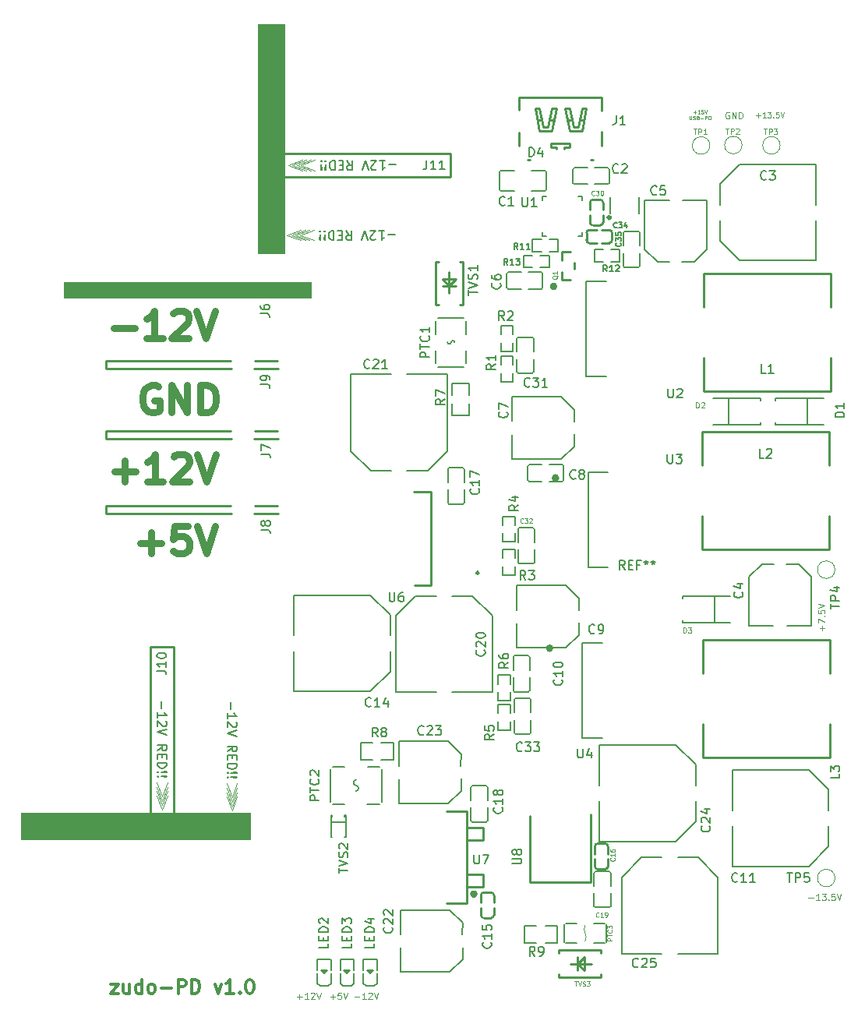
<source format=gbr>
%TF.GenerationSoftware,KiCad,Pcbnew,9.0.6*%
%TF.CreationDate,2026-02-04T05:23:12+09:00*%
%TF.ProjectId,zudo-pd,7a75646f-2d70-4642-9e6b-696361645f70,rev?*%
%TF.SameCoordinates,Original*%
%TF.FileFunction,Legend,Top*%
%TF.FilePolarity,Positive*%
%FSLAX46Y46*%
G04 Gerber Fmt 4.6, Leading zero omitted, Abs format (unit mm)*
G04 Created by KiCad (PCBNEW 9.0.6) date 2026-02-04 05:23:12*
%MOMM*%
%LPD*%
G01*
G04 APERTURE LIST*
%ADD10C,0.100000*%
%ADD11C,0.750000*%
%ADD12C,0.375000*%
%ADD13C,0.150000*%
%ADD14C,0.125000*%
%ADD15C,0.200000*%
%ADD16C,0.110000*%
%ADD17C,0.400000*%
%ADD18C,0.250000*%
%ADD19C,0.300000*%
%ADD20C,0.120000*%
%ADD21C,0.080000*%
G04 APERTURE END LIST*
D10*
X-9300000Y-20050000D02*
X17550000Y-20050000D01*
X17550000Y-21750000D01*
X-9300000Y-21750000D01*
X-9300000Y-20050000D01*
G36*
X-9300000Y-20050000D02*
G01*
X17550000Y-20050000D01*
X17550000Y-21750000D01*
X-9300000Y-21750000D01*
X-9300000Y-20050000D01*
G37*
X71616666Y-86952466D02*
X72150000Y-86952466D01*
X72850000Y-87219133D02*
X72450000Y-87219133D01*
X72650000Y-87219133D02*
X72650000Y-86519133D01*
X72650000Y-86519133D02*
X72583333Y-86619133D01*
X72583333Y-86619133D02*
X72516667Y-86685800D01*
X72516667Y-86685800D02*
X72450000Y-86719133D01*
X73083334Y-86519133D02*
X73516667Y-86519133D01*
X73516667Y-86519133D02*
X73283334Y-86785800D01*
X73283334Y-86785800D02*
X73383334Y-86785800D01*
X73383334Y-86785800D02*
X73450000Y-86819133D01*
X73450000Y-86819133D02*
X73483334Y-86852466D01*
X73483334Y-86852466D02*
X73516667Y-86919133D01*
X73516667Y-86919133D02*
X73516667Y-87085800D01*
X73516667Y-87085800D02*
X73483334Y-87152466D01*
X73483334Y-87152466D02*
X73450000Y-87185800D01*
X73450000Y-87185800D02*
X73383334Y-87219133D01*
X73383334Y-87219133D02*
X73183334Y-87219133D01*
X73183334Y-87219133D02*
X73116667Y-87185800D01*
X73116667Y-87185800D02*
X73083334Y-87152466D01*
X73816667Y-87152466D02*
X73850001Y-87185800D01*
X73850001Y-87185800D02*
X73816667Y-87219133D01*
X73816667Y-87219133D02*
X73783334Y-87185800D01*
X73783334Y-87185800D02*
X73816667Y-87152466D01*
X73816667Y-87152466D02*
X73816667Y-87219133D01*
X74483334Y-86519133D02*
X74150000Y-86519133D01*
X74150000Y-86519133D02*
X74116667Y-86852466D01*
X74116667Y-86852466D02*
X74150000Y-86819133D01*
X74150000Y-86819133D02*
X74216667Y-86785800D01*
X74216667Y-86785800D02*
X74383334Y-86785800D01*
X74383334Y-86785800D02*
X74450000Y-86819133D01*
X74450000Y-86819133D02*
X74483334Y-86852466D01*
X74483334Y-86852466D02*
X74516667Y-86919133D01*
X74516667Y-86919133D02*
X74516667Y-87085800D01*
X74516667Y-87085800D02*
X74483334Y-87152466D01*
X74483334Y-87152466D02*
X74450000Y-87185800D01*
X74450000Y-87185800D02*
X74383334Y-87219133D01*
X74383334Y-87219133D02*
X74216667Y-87219133D01*
X74216667Y-87219133D02*
X74150000Y-87185800D01*
X74150000Y-87185800D02*
X74116667Y-87152466D01*
X74716667Y-86519133D02*
X74950001Y-87219133D01*
X74950001Y-87219133D02*
X75183334Y-86519133D01*
D11*
X-952293Y-48391000D02*
X1333421Y-48391000D01*
X190563Y-49533857D02*
X190563Y-47248142D01*
X4190564Y-46533857D02*
X2761992Y-46533857D01*
X2761992Y-46533857D02*
X2619135Y-47962428D01*
X2619135Y-47962428D02*
X2761992Y-47819571D01*
X2761992Y-47819571D02*
X3047707Y-47676714D01*
X3047707Y-47676714D02*
X3761992Y-47676714D01*
X3761992Y-47676714D02*
X4047707Y-47819571D01*
X4047707Y-47819571D02*
X4190564Y-47962428D01*
X4190564Y-47962428D02*
X4333421Y-48248142D01*
X4333421Y-48248142D02*
X4333421Y-48962428D01*
X4333421Y-48962428D02*
X4190564Y-49248142D01*
X4190564Y-49248142D02*
X4047707Y-49391000D01*
X4047707Y-49391000D02*
X3761992Y-49533857D01*
X3761992Y-49533857D02*
X3047707Y-49533857D01*
X3047707Y-49533857D02*
X2761992Y-49391000D01*
X2761992Y-49391000D02*
X2619135Y-49248142D01*
X5190564Y-46533857D02*
X6190564Y-49533857D01*
X6190564Y-49533857D02*
X7190564Y-46533857D01*
D10*
X59135239Y-1599488D02*
X59440001Y-1599488D01*
X59287620Y-1751869D02*
X59287620Y-1447107D01*
X59840000Y-1751869D02*
X59611429Y-1751869D01*
X59725715Y-1751869D02*
X59725715Y-1351869D01*
X59725715Y-1351869D02*
X59687619Y-1409012D01*
X59687619Y-1409012D02*
X59649524Y-1447107D01*
X59649524Y-1447107D02*
X59611429Y-1466155D01*
X60201905Y-1351869D02*
X60011429Y-1351869D01*
X60011429Y-1351869D02*
X59992381Y-1542345D01*
X59992381Y-1542345D02*
X60011429Y-1523298D01*
X60011429Y-1523298D02*
X60049524Y-1504250D01*
X60049524Y-1504250D02*
X60144762Y-1504250D01*
X60144762Y-1504250D02*
X60182857Y-1523298D01*
X60182857Y-1523298D02*
X60201905Y-1542345D01*
X60201905Y-1542345D02*
X60220952Y-1580441D01*
X60220952Y-1580441D02*
X60220952Y-1675679D01*
X60220952Y-1675679D02*
X60201905Y-1713774D01*
X60201905Y-1713774D02*
X60182857Y-1732822D01*
X60182857Y-1732822D02*
X60144762Y-1751869D01*
X60144762Y-1751869D02*
X60049524Y-1751869D01*
X60049524Y-1751869D02*
X60011429Y-1732822D01*
X60011429Y-1732822D02*
X59992381Y-1713774D01*
X60335238Y-1351869D02*
X60468571Y-1751869D01*
X60468571Y-1751869D02*
X60601904Y-1351869D01*
X58687619Y-1995847D02*
X58687619Y-2319657D01*
X58687619Y-2319657D02*
X58706666Y-2357752D01*
X58706666Y-2357752D02*
X58725714Y-2376800D01*
X58725714Y-2376800D02*
X58763809Y-2395847D01*
X58763809Y-2395847D02*
X58840000Y-2395847D01*
X58840000Y-2395847D02*
X58878095Y-2376800D01*
X58878095Y-2376800D02*
X58897142Y-2357752D01*
X58897142Y-2357752D02*
X58916190Y-2319657D01*
X58916190Y-2319657D02*
X58916190Y-1995847D01*
X59087619Y-2376800D02*
X59144762Y-2395847D01*
X59144762Y-2395847D02*
X59240000Y-2395847D01*
X59240000Y-2395847D02*
X59278095Y-2376800D01*
X59278095Y-2376800D02*
X59297143Y-2357752D01*
X59297143Y-2357752D02*
X59316190Y-2319657D01*
X59316190Y-2319657D02*
X59316190Y-2281561D01*
X59316190Y-2281561D02*
X59297143Y-2243466D01*
X59297143Y-2243466D02*
X59278095Y-2224419D01*
X59278095Y-2224419D02*
X59240000Y-2205371D01*
X59240000Y-2205371D02*
X59163809Y-2186323D01*
X59163809Y-2186323D02*
X59125714Y-2167276D01*
X59125714Y-2167276D02*
X59106667Y-2148228D01*
X59106667Y-2148228D02*
X59087619Y-2110133D01*
X59087619Y-2110133D02*
X59087619Y-2072038D01*
X59087619Y-2072038D02*
X59106667Y-2033942D01*
X59106667Y-2033942D02*
X59125714Y-2014895D01*
X59125714Y-2014895D02*
X59163809Y-1995847D01*
X59163809Y-1995847D02*
X59259048Y-1995847D01*
X59259048Y-1995847D02*
X59316190Y-2014895D01*
X59620952Y-2186323D02*
X59678095Y-2205371D01*
X59678095Y-2205371D02*
X59697142Y-2224419D01*
X59697142Y-2224419D02*
X59716190Y-2262514D01*
X59716190Y-2262514D02*
X59716190Y-2319657D01*
X59716190Y-2319657D02*
X59697142Y-2357752D01*
X59697142Y-2357752D02*
X59678095Y-2376800D01*
X59678095Y-2376800D02*
X59640000Y-2395847D01*
X59640000Y-2395847D02*
X59487619Y-2395847D01*
X59487619Y-2395847D02*
X59487619Y-1995847D01*
X59487619Y-1995847D02*
X59620952Y-1995847D01*
X59620952Y-1995847D02*
X59659047Y-2014895D01*
X59659047Y-2014895D02*
X59678095Y-2033942D01*
X59678095Y-2033942D02*
X59697142Y-2072038D01*
X59697142Y-2072038D02*
X59697142Y-2110133D01*
X59697142Y-2110133D02*
X59678095Y-2148228D01*
X59678095Y-2148228D02*
X59659047Y-2167276D01*
X59659047Y-2167276D02*
X59620952Y-2186323D01*
X59620952Y-2186323D02*
X59487619Y-2186323D01*
X59887619Y-2243466D02*
X60192381Y-2243466D01*
X60382857Y-2395847D02*
X60382857Y-1995847D01*
X60382857Y-1995847D02*
X60535238Y-1995847D01*
X60535238Y-1995847D02*
X60573333Y-2014895D01*
X60573333Y-2014895D02*
X60592380Y-2033942D01*
X60592380Y-2033942D02*
X60611428Y-2072038D01*
X60611428Y-2072038D02*
X60611428Y-2129180D01*
X60611428Y-2129180D02*
X60592380Y-2167276D01*
X60592380Y-2167276D02*
X60573333Y-2186323D01*
X60573333Y-2186323D02*
X60535238Y-2205371D01*
X60535238Y-2205371D02*
X60382857Y-2205371D01*
X60782857Y-2395847D02*
X60782857Y-1995847D01*
X60782857Y-1995847D02*
X60878095Y-1995847D01*
X60878095Y-1995847D02*
X60935238Y-2014895D01*
X60935238Y-2014895D02*
X60973333Y-2052990D01*
X60973333Y-2052990D02*
X60992380Y-2091085D01*
X60992380Y-2091085D02*
X61011428Y-2167276D01*
X61011428Y-2167276D02*
X61011428Y-2224419D01*
X61011428Y-2224419D02*
X60992380Y-2300609D01*
X60992380Y-2300609D02*
X60973333Y-2338704D01*
X60973333Y-2338704D02*
X60935238Y-2376800D01*
X60935238Y-2376800D02*
X60878095Y-2395847D01*
X60878095Y-2395847D02*
X60782857Y-2395847D01*
D11*
X-3842293Y-25051000D02*
X-1556579Y-25051000D01*
X1443421Y-26193857D02*
X-270864Y-26193857D01*
X586278Y-26193857D02*
X586278Y-23193857D01*
X586278Y-23193857D02*
X300564Y-23622428D01*
X300564Y-23622428D02*
X14849Y-23908142D01*
X14849Y-23908142D02*
X-270864Y-24051000D01*
X2586278Y-23479571D02*
X2729135Y-23336714D01*
X2729135Y-23336714D02*
X3014850Y-23193857D01*
X3014850Y-23193857D02*
X3729135Y-23193857D01*
X3729135Y-23193857D02*
X4014850Y-23336714D01*
X4014850Y-23336714D02*
X4157707Y-23479571D01*
X4157707Y-23479571D02*
X4300564Y-23765285D01*
X4300564Y-23765285D02*
X4300564Y-24051000D01*
X4300564Y-24051000D02*
X4157707Y-24479571D01*
X4157707Y-24479571D02*
X2443421Y-26193857D01*
X2443421Y-26193857D02*
X4300564Y-26193857D01*
X5157707Y-23193857D02*
X6157707Y-26193857D01*
X6157707Y-26193857D02*
X7157707Y-23193857D01*
D10*
X73142466Y-57900000D02*
X73142466Y-57366667D01*
X73409133Y-57633333D02*
X72875800Y-57633333D01*
X72709133Y-57100000D02*
X72709133Y-56633333D01*
X72709133Y-56633333D02*
X73409133Y-56933333D01*
X73342466Y-56366666D02*
X73375800Y-56333333D01*
X73375800Y-56333333D02*
X73409133Y-56366666D01*
X73409133Y-56366666D02*
X73375800Y-56399999D01*
X73375800Y-56399999D02*
X73342466Y-56366666D01*
X73342466Y-56366666D02*
X73409133Y-56366666D01*
X72709133Y-55700000D02*
X72709133Y-56033333D01*
X72709133Y-56033333D02*
X73042466Y-56066666D01*
X73042466Y-56066666D02*
X73009133Y-56033333D01*
X73009133Y-56033333D02*
X72975800Y-55966666D01*
X72975800Y-55966666D02*
X72975800Y-55800000D01*
X72975800Y-55800000D02*
X73009133Y-55733333D01*
X73009133Y-55733333D02*
X73042466Y-55700000D01*
X73042466Y-55700000D02*
X73109133Y-55666666D01*
X73109133Y-55666666D02*
X73275800Y-55666666D01*
X73275800Y-55666666D02*
X73342466Y-55700000D01*
X73342466Y-55700000D02*
X73375800Y-55733333D01*
X73375800Y-55733333D02*
X73409133Y-55800000D01*
X73409133Y-55800000D02*
X73409133Y-55966666D01*
X73409133Y-55966666D02*
X73375800Y-56033333D01*
X73375800Y-56033333D02*
X73342466Y-56066666D01*
X72709133Y-55466666D02*
X73409133Y-55233333D01*
X73409133Y-55233333D02*
X72709133Y-54999999D01*
X16076666Y-97694966D02*
X16610000Y-97694966D01*
X16343333Y-97961633D02*
X16343333Y-97428300D01*
X17310000Y-97961633D02*
X16910000Y-97961633D01*
X17110000Y-97961633D02*
X17110000Y-97261633D01*
X17110000Y-97261633D02*
X17043333Y-97361633D01*
X17043333Y-97361633D02*
X16976667Y-97428300D01*
X16976667Y-97428300D02*
X16910000Y-97461633D01*
X17576667Y-97328300D02*
X17610000Y-97294966D01*
X17610000Y-97294966D02*
X17676667Y-97261633D01*
X17676667Y-97261633D02*
X17843334Y-97261633D01*
X17843334Y-97261633D02*
X17910000Y-97294966D01*
X17910000Y-97294966D02*
X17943334Y-97328300D01*
X17943334Y-97328300D02*
X17976667Y-97394966D01*
X17976667Y-97394966D02*
X17976667Y-97461633D01*
X17976667Y-97461633D02*
X17943334Y-97561633D01*
X17943334Y-97561633D02*
X17543334Y-97961633D01*
X17543334Y-97961633D02*
X17976667Y-97961633D01*
X18176667Y-97261633D02*
X18410001Y-97961633D01*
X18410001Y-97961633D02*
X18643334Y-97261633D01*
D12*
X-4149004Y-96326928D02*
X-3363290Y-96326928D01*
X-3363290Y-96326928D02*
X-4149004Y-97326928D01*
X-4149004Y-97326928D02*
X-3363290Y-97326928D01*
X-2149004Y-96326928D02*
X-2149004Y-97326928D01*
X-2791861Y-96326928D02*
X-2791861Y-97112642D01*
X-2791861Y-97112642D02*
X-2720432Y-97255500D01*
X-2720432Y-97255500D02*
X-2577575Y-97326928D01*
X-2577575Y-97326928D02*
X-2363289Y-97326928D01*
X-2363289Y-97326928D02*
X-2220432Y-97255500D01*
X-2220432Y-97255500D02*
X-2149004Y-97184071D01*
X-791861Y-97326928D02*
X-791861Y-95826928D01*
X-791861Y-97255500D02*
X-934718Y-97326928D01*
X-934718Y-97326928D02*
X-1220432Y-97326928D01*
X-1220432Y-97326928D02*
X-1363289Y-97255500D01*
X-1363289Y-97255500D02*
X-1434718Y-97184071D01*
X-1434718Y-97184071D02*
X-1506146Y-97041214D01*
X-1506146Y-97041214D02*
X-1506146Y-96612642D01*
X-1506146Y-96612642D02*
X-1434718Y-96469785D01*
X-1434718Y-96469785D02*
X-1363289Y-96398357D01*
X-1363289Y-96398357D02*
X-1220432Y-96326928D01*
X-1220432Y-96326928D02*
X-934718Y-96326928D01*
X-934718Y-96326928D02*
X-791861Y-96398357D01*
X136710Y-97326928D02*
X-6146Y-97255500D01*
X-6146Y-97255500D02*
X-77575Y-97184071D01*
X-77575Y-97184071D02*
X-149003Y-97041214D01*
X-149003Y-97041214D02*
X-149003Y-96612642D01*
X-149003Y-96612642D02*
X-77575Y-96469785D01*
X-77575Y-96469785D02*
X-6146Y-96398357D01*
X-6146Y-96398357D02*
X136710Y-96326928D01*
X136710Y-96326928D02*
X350996Y-96326928D01*
X350996Y-96326928D02*
X493853Y-96398357D01*
X493853Y-96398357D02*
X565282Y-96469785D01*
X565282Y-96469785D02*
X636710Y-96612642D01*
X636710Y-96612642D02*
X636710Y-97041214D01*
X636710Y-97041214D02*
X565282Y-97184071D01*
X565282Y-97184071D02*
X493853Y-97255500D01*
X493853Y-97255500D02*
X350996Y-97326928D01*
X350996Y-97326928D02*
X136710Y-97326928D01*
X1279567Y-96755500D02*
X2422425Y-96755500D01*
X3136710Y-97326928D02*
X3136710Y-95826928D01*
X3136710Y-95826928D02*
X3708139Y-95826928D01*
X3708139Y-95826928D02*
X3850996Y-95898357D01*
X3850996Y-95898357D02*
X3922425Y-95969785D01*
X3922425Y-95969785D02*
X3993853Y-96112642D01*
X3993853Y-96112642D02*
X3993853Y-96326928D01*
X3993853Y-96326928D02*
X3922425Y-96469785D01*
X3922425Y-96469785D02*
X3850996Y-96541214D01*
X3850996Y-96541214D02*
X3708139Y-96612642D01*
X3708139Y-96612642D02*
X3136710Y-96612642D01*
X4636710Y-97326928D02*
X4636710Y-95826928D01*
X4636710Y-95826928D02*
X4993853Y-95826928D01*
X4993853Y-95826928D02*
X5208139Y-95898357D01*
X5208139Y-95898357D02*
X5350996Y-96041214D01*
X5350996Y-96041214D02*
X5422425Y-96184071D01*
X5422425Y-96184071D02*
X5493853Y-96469785D01*
X5493853Y-96469785D02*
X5493853Y-96684071D01*
X5493853Y-96684071D02*
X5422425Y-96969785D01*
X5422425Y-96969785D02*
X5350996Y-97112642D01*
X5350996Y-97112642D02*
X5208139Y-97255500D01*
X5208139Y-97255500D02*
X4993853Y-97326928D01*
X4993853Y-97326928D02*
X4636710Y-97326928D01*
X7136710Y-96326928D02*
X7493853Y-97326928D01*
X7493853Y-97326928D02*
X7850996Y-96326928D01*
X9208139Y-97326928D02*
X8350996Y-97326928D01*
X8779567Y-97326928D02*
X8779567Y-95826928D01*
X8779567Y-95826928D02*
X8636710Y-96041214D01*
X8636710Y-96041214D02*
X8493853Y-96184071D01*
X8493853Y-96184071D02*
X8350996Y-96255500D01*
X9850995Y-97184071D02*
X9922424Y-97255500D01*
X9922424Y-97255500D02*
X9850995Y-97326928D01*
X9850995Y-97326928D02*
X9779567Y-97255500D01*
X9779567Y-97255500D02*
X9850995Y-97184071D01*
X9850995Y-97184071D02*
X9850995Y-97326928D01*
X10850996Y-95826928D02*
X10993853Y-95826928D01*
X10993853Y-95826928D02*
X11136710Y-95898357D01*
X11136710Y-95898357D02*
X11208139Y-95969785D01*
X11208139Y-95969785D02*
X11279567Y-96112642D01*
X11279567Y-96112642D02*
X11350996Y-96398357D01*
X11350996Y-96398357D02*
X11350996Y-96755500D01*
X11350996Y-96755500D02*
X11279567Y-97041214D01*
X11279567Y-97041214D02*
X11208139Y-97184071D01*
X11208139Y-97184071D02*
X11136710Y-97255500D01*
X11136710Y-97255500D02*
X10993853Y-97326928D01*
X10993853Y-97326928D02*
X10850996Y-97326928D01*
X10850996Y-97326928D02*
X10708139Y-97255500D01*
X10708139Y-97255500D02*
X10636710Y-97184071D01*
X10636710Y-97184071D02*
X10565281Y-97041214D01*
X10565281Y-97041214D02*
X10493853Y-96755500D01*
X10493853Y-96755500D02*
X10493853Y-96398357D01*
X10493853Y-96398357D02*
X10565281Y-96112642D01*
X10565281Y-96112642D02*
X10636710Y-95969785D01*
X10636710Y-95969785D02*
X10708139Y-95898357D01*
X10708139Y-95898357D02*
X10850996Y-95826928D01*
D11*
X979135Y-31376714D02*
X693421Y-31233857D01*
X693421Y-31233857D02*
X264849Y-31233857D01*
X264849Y-31233857D02*
X-163721Y-31376714D01*
X-163721Y-31376714D02*
X-449436Y-31662428D01*
X-449436Y-31662428D02*
X-592293Y-31948142D01*
X-592293Y-31948142D02*
X-735150Y-32519571D01*
X-735150Y-32519571D02*
X-735150Y-32948142D01*
X-735150Y-32948142D02*
X-592293Y-33519571D01*
X-592293Y-33519571D02*
X-449436Y-33805285D01*
X-449436Y-33805285D02*
X-163721Y-34091000D01*
X-163721Y-34091000D02*
X264849Y-34233857D01*
X264849Y-34233857D02*
X550563Y-34233857D01*
X550563Y-34233857D02*
X979135Y-34091000D01*
X979135Y-34091000D02*
X1121992Y-33948142D01*
X1121992Y-33948142D02*
X1121992Y-32948142D01*
X1121992Y-32948142D02*
X550563Y-32948142D01*
X2407706Y-34233857D02*
X2407706Y-31233857D01*
X2407706Y-31233857D02*
X4121992Y-34233857D01*
X4121992Y-34233857D02*
X4121992Y-31233857D01*
X5550563Y-34233857D02*
X5550563Y-31233857D01*
X5550563Y-31233857D02*
X6264849Y-31233857D01*
X6264849Y-31233857D02*
X6693420Y-31376714D01*
X6693420Y-31376714D02*
X6979135Y-31662428D01*
X6979135Y-31662428D02*
X7121992Y-31948142D01*
X7121992Y-31948142D02*
X7264849Y-32519571D01*
X7264849Y-32519571D02*
X7264849Y-32948142D01*
X7264849Y-32948142D02*
X7121992Y-33519571D01*
X7121992Y-33519571D02*
X6979135Y-33805285D01*
X6979135Y-33805285D02*
X6693420Y-34091000D01*
X6693420Y-34091000D02*
X6264849Y-34233857D01*
X6264849Y-34233857D02*
X5550563Y-34233857D01*
D10*
X63006667Y-1612466D02*
X62940000Y-1579133D01*
X62940000Y-1579133D02*
X62840000Y-1579133D01*
X62840000Y-1579133D02*
X62740000Y-1612466D01*
X62740000Y-1612466D02*
X62673334Y-1679133D01*
X62673334Y-1679133D02*
X62640000Y-1745800D01*
X62640000Y-1745800D02*
X62606667Y-1879133D01*
X62606667Y-1879133D02*
X62606667Y-1979133D01*
X62606667Y-1979133D02*
X62640000Y-2112466D01*
X62640000Y-2112466D02*
X62673334Y-2179133D01*
X62673334Y-2179133D02*
X62740000Y-2245800D01*
X62740000Y-2245800D02*
X62840000Y-2279133D01*
X62840000Y-2279133D02*
X62906667Y-2279133D01*
X62906667Y-2279133D02*
X63006667Y-2245800D01*
X63006667Y-2245800D02*
X63040000Y-2212466D01*
X63040000Y-2212466D02*
X63040000Y-1979133D01*
X63040000Y-1979133D02*
X62906667Y-1979133D01*
X63340000Y-2279133D02*
X63340000Y-1579133D01*
X63340000Y-1579133D02*
X63740000Y-2279133D01*
X63740000Y-2279133D02*
X63740000Y-1579133D01*
X64073333Y-2279133D02*
X64073333Y-1579133D01*
X64073333Y-1579133D02*
X64240000Y-1579133D01*
X64240000Y-1579133D02*
X64340000Y-1612466D01*
X64340000Y-1612466D02*
X64406667Y-1679133D01*
X64406667Y-1679133D02*
X64440000Y-1745800D01*
X64440000Y-1745800D02*
X64473333Y-1879133D01*
X64473333Y-1879133D02*
X64473333Y-1979133D01*
X64473333Y-1979133D02*
X64440000Y-2112466D01*
X64440000Y-2112466D02*
X64406667Y-2179133D01*
X64406667Y-2179133D02*
X64340000Y-2245800D01*
X64340000Y-2245800D02*
X64240000Y-2279133D01*
X64240000Y-2279133D02*
X64073333Y-2279133D01*
D11*
X-3792293Y-40611000D02*
X-1506579Y-40611000D01*
X-2649436Y-41753857D02*
X-2649436Y-39468142D01*
X1493421Y-41753857D02*
X-220864Y-41753857D01*
X636278Y-41753857D02*
X636278Y-38753857D01*
X636278Y-38753857D02*
X350564Y-39182428D01*
X350564Y-39182428D02*
X64849Y-39468142D01*
X64849Y-39468142D02*
X-220864Y-39611000D01*
X2636278Y-39039571D02*
X2779135Y-38896714D01*
X2779135Y-38896714D02*
X3064850Y-38753857D01*
X3064850Y-38753857D02*
X3779135Y-38753857D01*
X3779135Y-38753857D02*
X4064850Y-38896714D01*
X4064850Y-38896714D02*
X4207707Y-39039571D01*
X4207707Y-39039571D02*
X4350564Y-39325285D01*
X4350564Y-39325285D02*
X4350564Y-39611000D01*
X4350564Y-39611000D02*
X4207707Y-40039571D01*
X4207707Y-40039571D02*
X2493421Y-41753857D01*
X2493421Y-41753857D02*
X4350564Y-41753857D01*
X5207707Y-38753857D02*
X6207707Y-41753857D01*
X6207707Y-41753857D02*
X7207707Y-38753857D01*
D10*
X19659999Y-97694966D02*
X20193333Y-97694966D01*
X19926666Y-97961633D02*
X19926666Y-97428300D01*
X20860000Y-97261633D02*
X20526666Y-97261633D01*
X20526666Y-97261633D02*
X20493333Y-97594966D01*
X20493333Y-97594966D02*
X20526666Y-97561633D01*
X20526666Y-97561633D02*
X20593333Y-97528300D01*
X20593333Y-97528300D02*
X20760000Y-97528300D01*
X20760000Y-97528300D02*
X20826666Y-97561633D01*
X20826666Y-97561633D02*
X20860000Y-97594966D01*
X20860000Y-97594966D02*
X20893333Y-97661633D01*
X20893333Y-97661633D02*
X20893333Y-97828300D01*
X20893333Y-97828300D02*
X20860000Y-97894966D01*
X20860000Y-97894966D02*
X20826666Y-97928300D01*
X20826666Y-97928300D02*
X20760000Y-97961633D01*
X20760000Y-97961633D02*
X20593333Y-97961633D01*
X20593333Y-97961633D02*
X20526666Y-97928300D01*
X20526666Y-97928300D02*
X20493333Y-97894966D01*
X21093333Y-97261633D02*
X21326667Y-97961633D01*
X21326667Y-97961633D02*
X21560000Y-97261633D01*
X22326666Y-97694966D02*
X22860000Y-97694966D01*
X23560000Y-97961633D02*
X23160000Y-97961633D01*
X23360000Y-97961633D02*
X23360000Y-97261633D01*
X23360000Y-97261633D02*
X23293333Y-97361633D01*
X23293333Y-97361633D02*
X23226667Y-97428300D01*
X23226667Y-97428300D02*
X23160000Y-97461633D01*
X23826667Y-97328300D02*
X23860000Y-97294966D01*
X23860000Y-97294966D02*
X23926667Y-97261633D01*
X23926667Y-97261633D02*
X24093334Y-97261633D01*
X24093334Y-97261633D02*
X24160000Y-97294966D01*
X24160000Y-97294966D02*
X24193334Y-97328300D01*
X24193334Y-97328300D02*
X24226667Y-97394966D01*
X24226667Y-97394966D02*
X24226667Y-97461633D01*
X24226667Y-97461633D02*
X24193334Y-97561633D01*
X24193334Y-97561633D02*
X23793334Y-97961633D01*
X23793334Y-97961633D02*
X24226667Y-97961633D01*
X24426667Y-97261633D02*
X24660001Y-97961633D01*
X24660001Y-97961633D02*
X24893334Y-97261633D01*
X65934285Y-1952800D02*
X66391428Y-1952800D01*
X66162856Y-2181371D02*
X66162856Y-1724228D01*
X66991427Y-2181371D02*
X66648570Y-2181371D01*
X66819999Y-2181371D02*
X66819999Y-1581371D01*
X66819999Y-1581371D02*
X66762856Y-1667085D01*
X66762856Y-1667085D02*
X66705713Y-1724228D01*
X66705713Y-1724228D02*
X66648570Y-1752800D01*
X67191428Y-1581371D02*
X67562856Y-1581371D01*
X67562856Y-1581371D02*
X67362856Y-1809942D01*
X67362856Y-1809942D02*
X67448571Y-1809942D01*
X67448571Y-1809942D02*
X67505714Y-1838514D01*
X67505714Y-1838514D02*
X67534285Y-1867085D01*
X67534285Y-1867085D02*
X67562856Y-1924228D01*
X67562856Y-1924228D02*
X67562856Y-2067085D01*
X67562856Y-2067085D02*
X67534285Y-2124228D01*
X67534285Y-2124228D02*
X67505714Y-2152800D01*
X67505714Y-2152800D02*
X67448571Y-2181371D01*
X67448571Y-2181371D02*
X67277142Y-2181371D01*
X67277142Y-2181371D02*
X67219999Y-2152800D01*
X67219999Y-2152800D02*
X67191428Y-2124228D01*
X67820000Y-2124228D02*
X67848571Y-2152800D01*
X67848571Y-2152800D02*
X67820000Y-2181371D01*
X67820000Y-2181371D02*
X67791428Y-2152800D01*
X67791428Y-2152800D02*
X67820000Y-2124228D01*
X67820000Y-2124228D02*
X67820000Y-2181371D01*
X68391428Y-1581371D02*
X68105714Y-1581371D01*
X68105714Y-1581371D02*
X68077142Y-1867085D01*
X68077142Y-1867085D02*
X68105714Y-1838514D01*
X68105714Y-1838514D02*
X68162857Y-1809942D01*
X68162857Y-1809942D02*
X68305714Y-1809942D01*
X68305714Y-1809942D02*
X68362857Y-1838514D01*
X68362857Y-1838514D02*
X68391428Y-1867085D01*
X68391428Y-1867085D02*
X68419999Y-1924228D01*
X68419999Y-1924228D02*
X68419999Y-2067085D01*
X68419999Y-2067085D02*
X68391428Y-2124228D01*
X68391428Y-2124228D02*
X68362857Y-2152800D01*
X68362857Y-2152800D02*
X68305714Y-2181371D01*
X68305714Y-2181371D02*
X68162857Y-2181371D01*
X68162857Y-2181371D02*
X68105714Y-2152800D01*
X68105714Y-2152800D02*
X68077142Y-2124228D01*
X68591428Y-1581371D02*
X68791428Y-2181371D01*
X68791428Y-2181371D02*
X68991428Y-1581371D01*
D13*
X56368095Y-31624819D02*
X56368095Y-32434342D01*
X56368095Y-32434342D02*
X56415714Y-32529580D01*
X56415714Y-32529580D02*
X56463333Y-32577200D01*
X56463333Y-32577200D02*
X56558571Y-32624819D01*
X56558571Y-32624819D02*
X56749047Y-32624819D01*
X56749047Y-32624819D02*
X56844285Y-32577200D01*
X56844285Y-32577200D02*
X56891904Y-32529580D01*
X56891904Y-32529580D02*
X56939523Y-32434342D01*
X56939523Y-32434342D02*
X56939523Y-31624819D01*
X57368095Y-31720057D02*
X57415714Y-31672438D01*
X57415714Y-31672438D02*
X57510952Y-31624819D01*
X57510952Y-31624819D02*
X57749047Y-31624819D01*
X57749047Y-31624819D02*
X57844285Y-31672438D01*
X57844285Y-31672438D02*
X57891904Y-31720057D01*
X57891904Y-31720057D02*
X57939523Y-31815295D01*
X57939523Y-31815295D02*
X57939523Y-31910533D01*
X57939523Y-31910533D02*
X57891904Y-32053390D01*
X57891904Y-32053390D02*
X57320476Y-32624819D01*
X57320476Y-32624819D02*
X57939523Y-32624819D01*
X38643333Y-11649580D02*
X38595714Y-11697200D01*
X38595714Y-11697200D02*
X38452857Y-11744819D01*
X38452857Y-11744819D02*
X38357619Y-11744819D01*
X38357619Y-11744819D02*
X38214762Y-11697200D01*
X38214762Y-11697200D02*
X38119524Y-11601961D01*
X38119524Y-11601961D02*
X38071905Y-11506723D01*
X38071905Y-11506723D02*
X38024286Y-11316247D01*
X38024286Y-11316247D02*
X38024286Y-11173390D01*
X38024286Y-11173390D02*
X38071905Y-10982914D01*
X38071905Y-10982914D02*
X38119524Y-10887676D01*
X38119524Y-10887676D02*
X38214762Y-10792438D01*
X38214762Y-10792438D02*
X38357619Y-10744819D01*
X38357619Y-10744819D02*
X38452857Y-10744819D01*
X38452857Y-10744819D02*
X38595714Y-10792438D01*
X38595714Y-10792438D02*
X38643333Y-10840057D01*
X39595714Y-11744819D02*
X39024286Y-11744819D01*
X39310000Y-11744819D02*
X39310000Y-10744819D01*
X39310000Y-10744819D02*
X39214762Y-10887676D01*
X39214762Y-10887676D02*
X39119524Y-10982914D01*
X39119524Y-10982914D02*
X39024286Y-11030533D01*
X50973333Y-8119580D02*
X50925714Y-8167200D01*
X50925714Y-8167200D02*
X50782857Y-8214819D01*
X50782857Y-8214819D02*
X50687619Y-8214819D01*
X50687619Y-8214819D02*
X50544762Y-8167200D01*
X50544762Y-8167200D02*
X50449524Y-8071961D01*
X50449524Y-8071961D02*
X50401905Y-7976723D01*
X50401905Y-7976723D02*
X50354286Y-7786247D01*
X50354286Y-7786247D02*
X50354286Y-7643390D01*
X50354286Y-7643390D02*
X50401905Y-7452914D01*
X50401905Y-7452914D02*
X50449524Y-7357676D01*
X50449524Y-7357676D02*
X50544762Y-7262438D01*
X50544762Y-7262438D02*
X50687619Y-7214819D01*
X50687619Y-7214819D02*
X50782857Y-7214819D01*
X50782857Y-7214819D02*
X50925714Y-7262438D01*
X50925714Y-7262438D02*
X50973333Y-7310057D01*
X51354286Y-7310057D02*
X51401905Y-7262438D01*
X51401905Y-7262438D02*
X51497143Y-7214819D01*
X51497143Y-7214819D02*
X51735238Y-7214819D01*
X51735238Y-7214819D02*
X51830476Y-7262438D01*
X51830476Y-7262438D02*
X51878095Y-7310057D01*
X51878095Y-7310057D02*
X51925714Y-7405295D01*
X51925714Y-7405295D02*
X51925714Y-7500533D01*
X51925714Y-7500533D02*
X51878095Y-7643390D01*
X51878095Y-7643390D02*
X51306667Y-8214819D01*
X51306667Y-8214819D02*
X51925714Y-8214819D01*
X67053333Y-8859580D02*
X67005714Y-8907200D01*
X67005714Y-8907200D02*
X66862857Y-8954819D01*
X66862857Y-8954819D02*
X66767619Y-8954819D01*
X66767619Y-8954819D02*
X66624762Y-8907200D01*
X66624762Y-8907200D02*
X66529524Y-8811961D01*
X66529524Y-8811961D02*
X66481905Y-8716723D01*
X66481905Y-8716723D02*
X66434286Y-8526247D01*
X66434286Y-8526247D02*
X66434286Y-8383390D01*
X66434286Y-8383390D02*
X66481905Y-8192914D01*
X66481905Y-8192914D02*
X66529524Y-8097676D01*
X66529524Y-8097676D02*
X66624762Y-8002438D01*
X66624762Y-8002438D02*
X66767619Y-7954819D01*
X66767619Y-7954819D02*
X66862857Y-7954819D01*
X66862857Y-7954819D02*
X67005714Y-8002438D01*
X67005714Y-8002438D02*
X67053333Y-8050057D01*
X67386667Y-7954819D02*
X68005714Y-7954819D01*
X68005714Y-7954819D02*
X67672381Y-8335771D01*
X67672381Y-8335771D02*
X67815238Y-8335771D01*
X67815238Y-8335771D02*
X67910476Y-8383390D01*
X67910476Y-8383390D02*
X67958095Y-8431009D01*
X67958095Y-8431009D02*
X68005714Y-8526247D01*
X68005714Y-8526247D02*
X68005714Y-8764342D01*
X68005714Y-8764342D02*
X67958095Y-8859580D01*
X67958095Y-8859580D02*
X67910476Y-8907200D01*
X67910476Y-8907200D02*
X67815238Y-8954819D01*
X67815238Y-8954819D02*
X67529524Y-8954819D01*
X67529524Y-8954819D02*
X67434286Y-8907200D01*
X67434286Y-8907200D02*
X67386667Y-8859580D01*
X64419580Y-53719166D02*
X64467200Y-53766785D01*
X64467200Y-53766785D02*
X64514819Y-53909642D01*
X64514819Y-53909642D02*
X64514819Y-54004880D01*
X64514819Y-54004880D02*
X64467200Y-54147737D01*
X64467200Y-54147737D02*
X64371961Y-54242975D01*
X64371961Y-54242975D02*
X64276723Y-54290594D01*
X64276723Y-54290594D02*
X64086247Y-54338213D01*
X64086247Y-54338213D02*
X63943390Y-54338213D01*
X63943390Y-54338213D02*
X63752914Y-54290594D01*
X63752914Y-54290594D02*
X63657676Y-54242975D01*
X63657676Y-54242975D02*
X63562438Y-54147737D01*
X63562438Y-54147737D02*
X63514819Y-54004880D01*
X63514819Y-54004880D02*
X63514819Y-53909642D01*
X63514819Y-53909642D02*
X63562438Y-53766785D01*
X63562438Y-53766785D02*
X63610057Y-53719166D01*
X63848152Y-52862023D02*
X64514819Y-52862023D01*
X63467200Y-53100118D02*
X64181485Y-53338213D01*
X64181485Y-53338213D02*
X64181485Y-52719166D01*
X55143333Y-10499580D02*
X55095714Y-10547200D01*
X55095714Y-10547200D02*
X54952857Y-10594819D01*
X54952857Y-10594819D02*
X54857619Y-10594819D01*
X54857619Y-10594819D02*
X54714762Y-10547200D01*
X54714762Y-10547200D02*
X54619524Y-10451961D01*
X54619524Y-10451961D02*
X54571905Y-10356723D01*
X54571905Y-10356723D02*
X54524286Y-10166247D01*
X54524286Y-10166247D02*
X54524286Y-10023390D01*
X54524286Y-10023390D02*
X54571905Y-9832914D01*
X54571905Y-9832914D02*
X54619524Y-9737676D01*
X54619524Y-9737676D02*
X54714762Y-9642438D01*
X54714762Y-9642438D02*
X54857619Y-9594819D01*
X54857619Y-9594819D02*
X54952857Y-9594819D01*
X54952857Y-9594819D02*
X55095714Y-9642438D01*
X55095714Y-9642438D02*
X55143333Y-9690057D01*
X56048095Y-9594819D02*
X55571905Y-9594819D01*
X55571905Y-9594819D02*
X55524286Y-10071009D01*
X55524286Y-10071009D02*
X55571905Y-10023390D01*
X55571905Y-10023390D02*
X55667143Y-9975771D01*
X55667143Y-9975771D02*
X55905238Y-9975771D01*
X55905238Y-9975771D02*
X56000476Y-10023390D01*
X56000476Y-10023390D02*
X56048095Y-10071009D01*
X56048095Y-10071009D02*
X56095714Y-10166247D01*
X56095714Y-10166247D02*
X56095714Y-10404342D01*
X56095714Y-10404342D02*
X56048095Y-10499580D01*
X56048095Y-10499580D02*
X56000476Y-10547200D01*
X56000476Y-10547200D02*
X55905238Y-10594819D01*
X55905238Y-10594819D02*
X55667143Y-10594819D01*
X55667143Y-10594819D02*
X55571905Y-10547200D01*
X55571905Y-10547200D02*
X55524286Y-10499580D01*
X38109580Y-20166666D02*
X38157200Y-20214285D01*
X38157200Y-20214285D02*
X38204819Y-20357142D01*
X38204819Y-20357142D02*
X38204819Y-20452380D01*
X38204819Y-20452380D02*
X38157200Y-20595237D01*
X38157200Y-20595237D02*
X38061961Y-20690475D01*
X38061961Y-20690475D02*
X37966723Y-20738094D01*
X37966723Y-20738094D02*
X37776247Y-20785713D01*
X37776247Y-20785713D02*
X37633390Y-20785713D01*
X37633390Y-20785713D02*
X37442914Y-20738094D01*
X37442914Y-20738094D02*
X37347676Y-20690475D01*
X37347676Y-20690475D02*
X37252438Y-20595237D01*
X37252438Y-20595237D02*
X37204819Y-20452380D01*
X37204819Y-20452380D02*
X37204819Y-20357142D01*
X37204819Y-20357142D02*
X37252438Y-20214285D01*
X37252438Y-20214285D02*
X37300057Y-20166666D01*
X37204819Y-19309523D02*
X37204819Y-19499999D01*
X37204819Y-19499999D02*
X37252438Y-19595237D01*
X37252438Y-19595237D02*
X37300057Y-19642856D01*
X37300057Y-19642856D02*
X37442914Y-19738094D01*
X37442914Y-19738094D02*
X37633390Y-19785713D01*
X37633390Y-19785713D02*
X38014342Y-19785713D01*
X38014342Y-19785713D02*
X38109580Y-19738094D01*
X38109580Y-19738094D02*
X38157200Y-19690475D01*
X38157200Y-19690475D02*
X38204819Y-19595237D01*
X38204819Y-19595237D02*
X38204819Y-19404761D01*
X38204819Y-19404761D02*
X38157200Y-19309523D01*
X38157200Y-19309523D02*
X38109580Y-19261904D01*
X38109580Y-19261904D02*
X38014342Y-19214285D01*
X38014342Y-19214285D02*
X37776247Y-19214285D01*
X37776247Y-19214285D02*
X37681009Y-19261904D01*
X37681009Y-19261904D02*
X37633390Y-19309523D01*
X37633390Y-19309523D02*
X37585771Y-19404761D01*
X37585771Y-19404761D02*
X37585771Y-19595237D01*
X37585771Y-19595237D02*
X37633390Y-19690475D01*
X37633390Y-19690475D02*
X37681009Y-19738094D01*
X37681009Y-19738094D02*
X37776247Y-19785713D01*
X38859580Y-34166666D02*
X38907200Y-34214285D01*
X38907200Y-34214285D02*
X38954819Y-34357142D01*
X38954819Y-34357142D02*
X38954819Y-34452380D01*
X38954819Y-34452380D02*
X38907200Y-34595237D01*
X38907200Y-34595237D02*
X38811961Y-34690475D01*
X38811961Y-34690475D02*
X38716723Y-34738094D01*
X38716723Y-34738094D02*
X38526247Y-34785713D01*
X38526247Y-34785713D02*
X38383390Y-34785713D01*
X38383390Y-34785713D02*
X38192914Y-34738094D01*
X38192914Y-34738094D02*
X38097676Y-34690475D01*
X38097676Y-34690475D02*
X38002438Y-34595237D01*
X38002438Y-34595237D02*
X37954819Y-34452380D01*
X37954819Y-34452380D02*
X37954819Y-34357142D01*
X37954819Y-34357142D02*
X38002438Y-34214285D01*
X38002438Y-34214285D02*
X38050057Y-34166666D01*
X37954819Y-33833332D02*
X37954819Y-33166666D01*
X37954819Y-33166666D02*
X38954819Y-33595237D01*
X46333333Y-41359580D02*
X46285714Y-41407200D01*
X46285714Y-41407200D02*
X46142857Y-41454819D01*
X46142857Y-41454819D02*
X46047619Y-41454819D01*
X46047619Y-41454819D02*
X45904762Y-41407200D01*
X45904762Y-41407200D02*
X45809524Y-41311961D01*
X45809524Y-41311961D02*
X45761905Y-41216723D01*
X45761905Y-41216723D02*
X45714286Y-41026247D01*
X45714286Y-41026247D02*
X45714286Y-40883390D01*
X45714286Y-40883390D02*
X45761905Y-40692914D01*
X45761905Y-40692914D02*
X45809524Y-40597676D01*
X45809524Y-40597676D02*
X45904762Y-40502438D01*
X45904762Y-40502438D02*
X46047619Y-40454819D01*
X46047619Y-40454819D02*
X46142857Y-40454819D01*
X46142857Y-40454819D02*
X46285714Y-40502438D01*
X46285714Y-40502438D02*
X46333333Y-40550057D01*
X46904762Y-40883390D02*
X46809524Y-40835771D01*
X46809524Y-40835771D02*
X46761905Y-40788152D01*
X46761905Y-40788152D02*
X46714286Y-40692914D01*
X46714286Y-40692914D02*
X46714286Y-40645295D01*
X46714286Y-40645295D02*
X46761905Y-40550057D01*
X46761905Y-40550057D02*
X46809524Y-40502438D01*
X46809524Y-40502438D02*
X46904762Y-40454819D01*
X46904762Y-40454819D02*
X47095238Y-40454819D01*
X47095238Y-40454819D02*
X47190476Y-40502438D01*
X47190476Y-40502438D02*
X47238095Y-40550057D01*
X47238095Y-40550057D02*
X47285714Y-40645295D01*
X47285714Y-40645295D02*
X47285714Y-40692914D01*
X47285714Y-40692914D02*
X47238095Y-40788152D01*
X47238095Y-40788152D02*
X47190476Y-40835771D01*
X47190476Y-40835771D02*
X47095238Y-40883390D01*
X47095238Y-40883390D02*
X46904762Y-40883390D01*
X46904762Y-40883390D02*
X46809524Y-40931009D01*
X46809524Y-40931009D02*
X46761905Y-40978628D01*
X46761905Y-40978628D02*
X46714286Y-41073866D01*
X46714286Y-41073866D02*
X46714286Y-41264342D01*
X46714286Y-41264342D02*
X46761905Y-41359580D01*
X46761905Y-41359580D02*
X46809524Y-41407200D01*
X46809524Y-41407200D02*
X46904762Y-41454819D01*
X46904762Y-41454819D02*
X47095238Y-41454819D01*
X47095238Y-41454819D02*
X47190476Y-41407200D01*
X47190476Y-41407200D02*
X47238095Y-41359580D01*
X47238095Y-41359580D02*
X47285714Y-41264342D01*
X47285714Y-41264342D02*
X47285714Y-41073866D01*
X47285714Y-41073866D02*
X47238095Y-40978628D01*
X47238095Y-40978628D02*
X47190476Y-40931009D01*
X47190476Y-40931009D02*
X47095238Y-40883390D01*
X63917142Y-85162080D02*
X63869523Y-85209700D01*
X63869523Y-85209700D02*
X63726666Y-85257319D01*
X63726666Y-85257319D02*
X63631428Y-85257319D01*
X63631428Y-85257319D02*
X63488571Y-85209700D01*
X63488571Y-85209700D02*
X63393333Y-85114461D01*
X63393333Y-85114461D02*
X63345714Y-85019223D01*
X63345714Y-85019223D02*
X63298095Y-84828747D01*
X63298095Y-84828747D02*
X63298095Y-84685890D01*
X63298095Y-84685890D02*
X63345714Y-84495414D01*
X63345714Y-84495414D02*
X63393333Y-84400176D01*
X63393333Y-84400176D02*
X63488571Y-84304938D01*
X63488571Y-84304938D02*
X63631428Y-84257319D01*
X63631428Y-84257319D02*
X63726666Y-84257319D01*
X63726666Y-84257319D02*
X63869523Y-84304938D01*
X63869523Y-84304938D02*
X63917142Y-84352557D01*
X64869523Y-85257319D02*
X64298095Y-85257319D01*
X64583809Y-85257319D02*
X64583809Y-84257319D01*
X64583809Y-84257319D02*
X64488571Y-84400176D01*
X64488571Y-84400176D02*
X64393333Y-84495414D01*
X64393333Y-84495414D02*
X64298095Y-84543033D01*
X65821904Y-85257319D02*
X65250476Y-85257319D01*
X65536190Y-85257319D02*
X65536190Y-84257319D01*
X65536190Y-84257319D02*
X65440952Y-84400176D01*
X65440952Y-84400176D02*
X65345714Y-84495414D01*
X65345714Y-84495414D02*
X65250476Y-84543033D01*
X24107142Y-66109580D02*
X24059523Y-66157200D01*
X24059523Y-66157200D02*
X23916666Y-66204819D01*
X23916666Y-66204819D02*
X23821428Y-66204819D01*
X23821428Y-66204819D02*
X23678571Y-66157200D01*
X23678571Y-66157200D02*
X23583333Y-66061961D01*
X23583333Y-66061961D02*
X23535714Y-65966723D01*
X23535714Y-65966723D02*
X23488095Y-65776247D01*
X23488095Y-65776247D02*
X23488095Y-65633390D01*
X23488095Y-65633390D02*
X23535714Y-65442914D01*
X23535714Y-65442914D02*
X23583333Y-65347676D01*
X23583333Y-65347676D02*
X23678571Y-65252438D01*
X23678571Y-65252438D02*
X23821428Y-65204819D01*
X23821428Y-65204819D02*
X23916666Y-65204819D01*
X23916666Y-65204819D02*
X24059523Y-65252438D01*
X24059523Y-65252438D02*
X24107142Y-65300057D01*
X25059523Y-66204819D02*
X24488095Y-66204819D01*
X24773809Y-66204819D02*
X24773809Y-65204819D01*
X24773809Y-65204819D02*
X24678571Y-65347676D01*
X24678571Y-65347676D02*
X24583333Y-65442914D01*
X24583333Y-65442914D02*
X24488095Y-65490533D01*
X25916666Y-65538152D02*
X25916666Y-66204819D01*
X25678571Y-65157200D02*
X25440476Y-65871485D01*
X25440476Y-65871485D02*
X26059523Y-65871485D01*
X37109580Y-91792857D02*
X37157200Y-91840476D01*
X37157200Y-91840476D02*
X37204819Y-91983333D01*
X37204819Y-91983333D02*
X37204819Y-92078571D01*
X37204819Y-92078571D02*
X37157200Y-92221428D01*
X37157200Y-92221428D02*
X37061961Y-92316666D01*
X37061961Y-92316666D02*
X36966723Y-92364285D01*
X36966723Y-92364285D02*
X36776247Y-92411904D01*
X36776247Y-92411904D02*
X36633390Y-92411904D01*
X36633390Y-92411904D02*
X36442914Y-92364285D01*
X36442914Y-92364285D02*
X36347676Y-92316666D01*
X36347676Y-92316666D02*
X36252438Y-92221428D01*
X36252438Y-92221428D02*
X36204819Y-92078571D01*
X36204819Y-92078571D02*
X36204819Y-91983333D01*
X36204819Y-91983333D02*
X36252438Y-91840476D01*
X36252438Y-91840476D02*
X36300057Y-91792857D01*
X37204819Y-90840476D02*
X37204819Y-91411904D01*
X37204819Y-91126190D02*
X36204819Y-91126190D01*
X36204819Y-91126190D02*
X36347676Y-91221428D01*
X36347676Y-91221428D02*
X36442914Y-91316666D01*
X36442914Y-91316666D02*
X36490533Y-91411904D01*
X36204819Y-89935714D02*
X36204819Y-90411904D01*
X36204819Y-90411904D02*
X36681009Y-90459523D01*
X36681009Y-90459523D02*
X36633390Y-90411904D01*
X36633390Y-90411904D02*
X36585771Y-90316666D01*
X36585771Y-90316666D02*
X36585771Y-90078571D01*
X36585771Y-90078571D02*
X36633390Y-89983333D01*
X36633390Y-89983333D02*
X36681009Y-89935714D01*
X36681009Y-89935714D02*
X36776247Y-89888095D01*
X36776247Y-89888095D02*
X37014342Y-89888095D01*
X37014342Y-89888095D02*
X37109580Y-89935714D01*
X37109580Y-89935714D02*
X37157200Y-89983333D01*
X37157200Y-89983333D02*
X37204819Y-90078571D01*
X37204819Y-90078571D02*
X37204819Y-90316666D01*
X37204819Y-90316666D02*
X37157200Y-90411904D01*
X37157200Y-90411904D02*
X37109580Y-90459523D01*
X35779580Y-42502857D02*
X35827200Y-42550476D01*
X35827200Y-42550476D02*
X35874819Y-42693333D01*
X35874819Y-42693333D02*
X35874819Y-42788571D01*
X35874819Y-42788571D02*
X35827200Y-42931428D01*
X35827200Y-42931428D02*
X35731961Y-43026666D01*
X35731961Y-43026666D02*
X35636723Y-43074285D01*
X35636723Y-43074285D02*
X35446247Y-43121904D01*
X35446247Y-43121904D02*
X35303390Y-43121904D01*
X35303390Y-43121904D02*
X35112914Y-43074285D01*
X35112914Y-43074285D02*
X35017676Y-43026666D01*
X35017676Y-43026666D02*
X34922438Y-42931428D01*
X34922438Y-42931428D02*
X34874819Y-42788571D01*
X34874819Y-42788571D02*
X34874819Y-42693333D01*
X34874819Y-42693333D02*
X34922438Y-42550476D01*
X34922438Y-42550476D02*
X34970057Y-42502857D01*
X35874819Y-41550476D02*
X35874819Y-42121904D01*
X35874819Y-41836190D02*
X34874819Y-41836190D01*
X34874819Y-41836190D02*
X35017676Y-41931428D01*
X35017676Y-41931428D02*
X35112914Y-42026666D01*
X35112914Y-42026666D02*
X35160533Y-42121904D01*
X34874819Y-41217142D02*
X34874819Y-40550476D01*
X34874819Y-40550476D02*
X35874819Y-40979047D01*
X38319580Y-77145357D02*
X38367200Y-77192976D01*
X38367200Y-77192976D02*
X38414819Y-77335833D01*
X38414819Y-77335833D02*
X38414819Y-77431071D01*
X38414819Y-77431071D02*
X38367200Y-77573928D01*
X38367200Y-77573928D02*
X38271961Y-77669166D01*
X38271961Y-77669166D02*
X38176723Y-77716785D01*
X38176723Y-77716785D02*
X37986247Y-77764404D01*
X37986247Y-77764404D02*
X37843390Y-77764404D01*
X37843390Y-77764404D02*
X37652914Y-77716785D01*
X37652914Y-77716785D02*
X37557676Y-77669166D01*
X37557676Y-77669166D02*
X37462438Y-77573928D01*
X37462438Y-77573928D02*
X37414819Y-77431071D01*
X37414819Y-77431071D02*
X37414819Y-77335833D01*
X37414819Y-77335833D02*
X37462438Y-77192976D01*
X37462438Y-77192976D02*
X37510057Y-77145357D01*
X38414819Y-76192976D02*
X38414819Y-76764404D01*
X38414819Y-76478690D02*
X37414819Y-76478690D01*
X37414819Y-76478690D02*
X37557676Y-76573928D01*
X37557676Y-76573928D02*
X37652914Y-76669166D01*
X37652914Y-76669166D02*
X37700533Y-76764404D01*
X37843390Y-75621547D02*
X37795771Y-75716785D01*
X37795771Y-75716785D02*
X37748152Y-75764404D01*
X37748152Y-75764404D02*
X37652914Y-75812023D01*
X37652914Y-75812023D02*
X37605295Y-75812023D01*
X37605295Y-75812023D02*
X37510057Y-75764404D01*
X37510057Y-75764404D02*
X37462438Y-75716785D01*
X37462438Y-75716785D02*
X37414819Y-75621547D01*
X37414819Y-75621547D02*
X37414819Y-75431071D01*
X37414819Y-75431071D02*
X37462438Y-75335833D01*
X37462438Y-75335833D02*
X37510057Y-75288214D01*
X37510057Y-75288214D02*
X37605295Y-75240595D01*
X37605295Y-75240595D02*
X37652914Y-75240595D01*
X37652914Y-75240595D02*
X37748152Y-75288214D01*
X37748152Y-75288214D02*
X37795771Y-75335833D01*
X37795771Y-75335833D02*
X37843390Y-75431071D01*
X37843390Y-75431071D02*
X37843390Y-75621547D01*
X37843390Y-75621547D02*
X37891009Y-75716785D01*
X37891009Y-75716785D02*
X37938628Y-75764404D01*
X37938628Y-75764404D02*
X38033866Y-75812023D01*
X38033866Y-75812023D02*
X38224342Y-75812023D01*
X38224342Y-75812023D02*
X38319580Y-75764404D01*
X38319580Y-75764404D02*
X38367200Y-75716785D01*
X38367200Y-75716785D02*
X38414819Y-75621547D01*
X38414819Y-75621547D02*
X38414819Y-75431071D01*
X38414819Y-75431071D02*
X38367200Y-75335833D01*
X38367200Y-75335833D02*
X38319580Y-75288214D01*
X38319580Y-75288214D02*
X38224342Y-75240595D01*
X38224342Y-75240595D02*
X38033866Y-75240595D01*
X38033866Y-75240595D02*
X37938628Y-75288214D01*
X37938628Y-75288214D02*
X37891009Y-75335833D01*
X37891009Y-75335833D02*
X37843390Y-75431071D01*
X36409580Y-60045357D02*
X36457200Y-60092976D01*
X36457200Y-60092976D02*
X36504819Y-60235833D01*
X36504819Y-60235833D02*
X36504819Y-60331071D01*
X36504819Y-60331071D02*
X36457200Y-60473928D01*
X36457200Y-60473928D02*
X36361961Y-60569166D01*
X36361961Y-60569166D02*
X36266723Y-60616785D01*
X36266723Y-60616785D02*
X36076247Y-60664404D01*
X36076247Y-60664404D02*
X35933390Y-60664404D01*
X35933390Y-60664404D02*
X35742914Y-60616785D01*
X35742914Y-60616785D02*
X35647676Y-60569166D01*
X35647676Y-60569166D02*
X35552438Y-60473928D01*
X35552438Y-60473928D02*
X35504819Y-60331071D01*
X35504819Y-60331071D02*
X35504819Y-60235833D01*
X35504819Y-60235833D02*
X35552438Y-60092976D01*
X35552438Y-60092976D02*
X35600057Y-60045357D01*
X35600057Y-59664404D02*
X35552438Y-59616785D01*
X35552438Y-59616785D02*
X35504819Y-59521547D01*
X35504819Y-59521547D02*
X35504819Y-59283452D01*
X35504819Y-59283452D02*
X35552438Y-59188214D01*
X35552438Y-59188214D02*
X35600057Y-59140595D01*
X35600057Y-59140595D02*
X35695295Y-59092976D01*
X35695295Y-59092976D02*
X35790533Y-59092976D01*
X35790533Y-59092976D02*
X35933390Y-59140595D01*
X35933390Y-59140595D02*
X36504819Y-59712023D01*
X36504819Y-59712023D02*
X36504819Y-59092976D01*
X35504819Y-58473928D02*
X35504819Y-58378690D01*
X35504819Y-58378690D02*
X35552438Y-58283452D01*
X35552438Y-58283452D02*
X35600057Y-58235833D01*
X35600057Y-58235833D02*
X35695295Y-58188214D01*
X35695295Y-58188214D02*
X35885771Y-58140595D01*
X35885771Y-58140595D02*
X36123866Y-58140595D01*
X36123866Y-58140595D02*
X36314342Y-58188214D01*
X36314342Y-58188214D02*
X36409580Y-58235833D01*
X36409580Y-58235833D02*
X36457200Y-58283452D01*
X36457200Y-58283452D02*
X36504819Y-58378690D01*
X36504819Y-58378690D02*
X36504819Y-58473928D01*
X36504819Y-58473928D02*
X36457200Y-58569166D01*
X36457200Y-58569166D02*
X36409580Y-58616785D01*
X36409580Y-58616785D02*
X36314342Y-58664404D01*
X36314342Y-58664404D02*
X36123866Y-58712023D01*
X36123866Y-58712023D02*
X35885771Y-58712023D01*
X35885771Y-58712023D02*
X35695295Y-58664404D01*
X35695295Y-58664404D02*
X35600057Y-58616785D01*
X35600057Y-58616785D02*
X35552438Y-58569166D01*
X35552438Y-58569166D02*
X35504819Y-58473928D01*
X23957142Y-29359580D02*
X23909523Y-29407200D01*
X23909523Y-29407200D02*
X23766666Y-29454819D01*
X23766666Y-29454819D02*
X23671428Y-29454819D01*
X23671428Y-29454819D02*
X23528571Y-29407200D01*
X23528571Y-29407200D02*
X23433333Y-29311961D01*
X23433333Y-29311961D02*
X23385714Y-29216723D01*
X23385714Y-29216723D02*
X23338095Y-29026247D01*
X23338095Y-29026247D02*
X23338095Y-28883390D01*
X23338095Y-28883390D02*
X23385714Y-28692914D01*
X23385714Y-28692914D02*
X23433333Y-28597676D01*
X23433333Y-28597676D02*
X23528571Y-28502438D01*
X23528571Y-28502438D02*
X23671428Y-28454819D01*
X23671428Y-28454819D02*
X23766666Y-28454819D01*
X23766666Y-28454819D02*
X23909523Y-28502438D01*
X23909523Y-28502438D02*
X23957142Y-28550057D01*
X24338095Y-28550057D02*
X24385714Y-28502438D01*
X24385714Y-28502438D02*
X24480952Y-28454819D01*
X24480952Y-28454819D02*
X24719047Y-28454819D01*
X24719047Y-28454819D02*
X24814285Y-28502438D01*
X24814285Y-28502438D02*
X24861904Y-28550057D01*
X24861904Y-28550057D02*
X24909523Y-28645295D01*
X24909523Y-28645295D02*
X24909523Y-28740533D01*
X24909523Y-28740533D02*
X24861904Y-28883390D01*
X24861904Y-28883390D02*
X24290476Y-29454819D01*
X24290476Y-29454819D02*
X24909523Y-29454819D01*
X25861904Y-29454819D02*
X25290476Y-29454819D01*
X25576190Y-29454819D02*
X25576190Y-28454819D01*
X25576190Y-28454819D02*
X25480952Y-28597676D01*
X25480952Y-28597676D02*
X25385714Y-28692914D01*
X25385714Y-28692914D02*
X25290476Y-28740533D01*
X26359580Y-90142857D02*
X26407200Y-90190476D01*
X26407200Y-90190476D02*
X26454819Y-90333333D01*
X26454819Y-90333333D02*
X26454819Y-90428571D01*
X26454819Y-90428571D02*
X26407200Y-90571428D01*
X26407200Y-90571428D02*
X26311961Y-90666666D01*
X26311961Y-90666666D02*
X26216723Y-90714285D01*
X26216723Y-90714285D02*
X26026247Y-90761904D01*
X26026247Y-90761904D02*
X25883390Y-90761904D01*
X25883390Y-90761904D02*
X25692914Y-90714285D01*
X25692914Y-90714285D02*
X25597676Y-90666666D01*
X25597676Y-90666666D02*
X25502438Y-90571428D01*
X25502438Y-90571428D02*
X25454819Y-90428571D01*
X25454819Y-90428571D02*
X25454819Y-90333333D01*
X25454819Y-90333333D02*
X25502438Y-90190476D01*
X25502438Y-90190476D02*
X25550057Y-90142857D01*
X25550057Y-89761904D02*
X25502438Y-89714285D01*
X25502438Y-89714285D02*
X25454819Y-89619047D01*
X25454819Y-89619047D02*
X25454819Y-89380952D01*
X25454819Y-89380952D02*
X25502438Y-89285714D01*
X25502438Y-89285714D02*
X25550057Y-89238095D01*
X25550057Y-89238095D02*
X25645295Y-89190476D01*
X25645295Y-89190476D02*
X25740533Y-89190476D01*
X25740533Y-89190476D02*
X25883390Y-89238095D01*
X25883390Y-89238095D02*
X26454819Y-89809523D01*
X26454819Y-89809523D02*
X26454819Y-89190476D01*
X25550057Y-88809523D02*
X25502438Y-88761904D01*
X25502438Y-88761904D02*
X25454819Y-88666666D01*
X25454819Y-88666666D02*
X25454819Y-88428571D01*
X25454819Y-88428571D02*
X25502438Y-88333333D01*
X25502438Y-88333333D02*
X25550057Y-88285714D01*
X25550057Y-88285714D02*
X25645295Y-88238095D01*
X25645295Y-88238095D02*
X25740533Y-88238095D01*
X25740533Y-88238095D02*
X25883390Y-88285714D01*
X25883390Y-88285714D02*
X26454819Y-88857142D01*
X26454819Y-88857142D02*
X26454819Y-88238095D01*
X29817142Y-69162080D02*
X29769523Y-69209700D01*
X29769523Y-69209700D02*
X29626666Y-69257319D01*
X29626666Y-69257319D02*
X29531428Y-69257319D01*
X29531428Y-69257319D02*
X29388571Y-69209700D01*
X29388571Y-69209700D02*
X29293333Y-69114461D01*
X29293333Y-69114461D02*
X29245714Y-69019223D01*
X29245714Y-69019223D02*
X29198095Y-68828747D01*
X29198095Y-68828747D02*
X29198095Y-68685890D01*
X29198095Y-68685890D02*
X29245714Y-68495414D01*
X29245714Y-68495414D02*
X29293333Y-68400176D01*
X29293333Y-68400176D02*
X29388571Y-68304938D01*
X29388571Y-68304938D02*
X29531428Y-68257319D01*
X29531428Y-68257319D02*
X29626666Y-68257319D01*
X29626666Y-68257319D02*
X29769523Y-68304938D01*
X29769523Y-68304938D02*
X29817142Y-68352557D01*
X30198095Y-68352557D02*
X30245714Y-68304938D01*
X30245714Y-68304938D02*
X30340952Y-68257319D01*
X30340952Y-68257319D02*
X30579047Y-68257319D01*
X30579047Y-68257319D02*
X30674285Y-68304938D01*
X30674285Y-68304938D02*
X30721904Y-68352557D01*
X30721904Y-68352557D02*
X30769523Y-68447795D01*
X30769523Y-68447795D02*
X30769523Y-68543033D01*
X30769523Y-68543033D02*
X30721904Y-68685890D01*
X30721904Y-68685890D02*
X30150476Y-69257319D01*
X30150476Y-69257319D02*
X30769523Y-69257319D01*
X31102857Y-68257319D02*
X31721904Y-68257319D01*
X31721904Y-68257319D02*
X31388571Y-68638271D01*
X31388571Y-68638271D02*
X31531428Y-68638271D01*
X31531428Y-68638271D02*
X31626666Y-68685890D01*
X31626666Y-68685890D02*
X31674285Y-68733509D01*
X31674285Y-68733509D02*
X31721904Y-68828747D01*
X31721904Y-68828747D02*
X31721904Y-69066842D01*
X31721904Y-69066842D02*
X31674285Y-69162080D01*
X31674285Y-69162080D02*
X31626666Y-69209700D01*
X31626666Y-69209700D02*
X31531428Y-69257319D01*
X31531428Y-69257319D02*
X31245714Y-69257319D01*
X31245714Y-69257319D02*
X31150476Y-69209700D01*
X31150476Y-69209700D02*
X31102857Y-69162080D01*
D14*
X48378571Y-10577190D02*
X48354762Y-10601000D01*
X48354762Y-10601000D02*
X48283333Y-10624809D01*
X48283333Y-10624809D02*
X48235714Y-10624809D01*
X48235714Y-10624809D02*
X48164286Y-10601000D01*
X48164286Y-10601000D02*
X48116667Y-10553380D01*
X48116667Y-10553380D02*
X48092857Y-10505761D01*
X48092857Y-10505761D02*
X48069048Y-10410523D01*
X48069048Y-10410523D02*
X48069048Y-10339095D01*
X48069048Y-10339095D02*
X48092857Y-10243857D01*
X48092857Y-10243857D02*
X48116667Y-10196238D01*
X48116667Y-10196238D02*
X48164286Y-10148619D01*
X48164286Y-10148619D02*
X48235714Y-10124809D01*
X48235714Y-10124809D02*
X48283333Y-10124809D01*
X48283333Y-10124809D02*
X48354762Y-10148619D01*
X48354762Y-10148619D02*
X48378571Y-10172428D01*
X48545238Y-10124809D02*
X48854762Y-10124809D01*
X48854762Y-10124809D02*
X48688095Y-10315285D01*
X48688095Y-10315285D02*
X48759524Y-10315285D01*
X48759524Y-10315285D02*
X48807143Y-10339095D01*
X48807143Y-10339095D02*
X48830952Y-10362904D01*
X48830952Y-10362904D02*
X48854762Y-10410523D01*
X48854762Y-10410523D02*
X48854762Y-10529571D01*
X48854762Y-10529571D02*
X48830952Y-10577190D01*
X48830952Y-10577190D02*
X48807143Y-10601000D01*
X48807143Y-10601000D02*
X48759524Y-10624809D01*
X48759524Y-10624809D02*
X48616667Y-10624809D01*
X48616667Y-10624809D02*
X48569048Y-10601000D01*
X48569048Y-10601000D02*
X48545238Y-10577190D01*
X49164285Y-10124809D02*
X49211904Y-10124809D01*
X49211904Y-10124809D02*
X49259523Y-10148619D01*
X49259523Y-10148619D02*
X49283333Y-10172428D01*
X49283333Y-10172428D02*
X49307142Y-10220047D01*
X49307142Y-10220047D02*
X49330952Y-10315285D01*
X49330952Y-10315285D02*
X49330952Y-10434333D01*
X49330952Y-10434333D02*
X49307142Y-10529571D01*
X49307142Y-10529571D02*
X49283333Y-10577190D01*
X49283333Y-10577190D02*
X49259523Y-10601000D01*
X49259523Y-10601000D02*
X49211904Y-10624809D01*
X49211904Y-10624809D02*
X49164285Y-10624809D01*
X49164285Y-10624809D02*
X49116666Y-10601000D01*
X49116666Y-10601000D02*
X49092857Y-10577190D01*
X49092857Y-10577190D02*
X49069047Y-10529571D01*
X49069047Y-10529571D02*
X49045238Y-10434333D01*
X49045238Y-10434333D02*
X49045238Y-10315285D01*
X49045238Y-10315285D02*
X49069047Y-10220047D01*
X49069047Y-10220047D02*
X49092857Y-10172428D01*
X49092857Y-10172428D02*
X49116666Y-10148619D01*
X49116666Y-10148619D02*
X49164285Y-10124809D01*
D13*
X40517142Y-70959580D02*
X40469523Y-71007200D01*
X40469523Y-71007200D02*
X40326666Y-71054819D01*
X40326666Y-71054819D02*
X40231428Y-71054819D01*
X40231428Y-71054819D02*
X40088571Y-71007200D01*
X40088571Y-71007200D02*
X39993333Y-70911961D01*
X39993333Y-70911961D02*
X39945714Y-70816723D01*
X39945714Y-70816723D02*
X39898095Y-70626247D01*
X39898095Y-70626247D02*
X39898095Y-70483390D01*
X39898095Y-70483390D02*
X39945714Y-70292914D01*
X39945714Y-70292914D02*
X39993333Y-70197676D01*
X39993333Y-70197676D02*
X40088571Y-70102438D01*
X40088571Y-70102438D02*
X40231428Y-70054819D01*
X40231428Y-70054819D02*
X40326666Y-70054819D01*
X40326666Y-70054819D02*
X40469523Y-70102438D01*
X40469523Y-70102438D02*
X40517142Y-70150057D01*
X40850476Y-70054819D02*
X41469523Y-70054819D01*
X41469523Y-70054819D02*
X41136190Y-70435771D01*
X41136190Y-70435771D02*
X41279047Y-70435771D01*
X41279047Y-70435771D02*
X41374285Y-70483390D01*
X41374285Y-70483390D02*
X41421904Y-70531009D01*
X41421904Y-70531009D02*
X41469523Y-70626247D01*
X41469523Y-70626247D02*
X41469523Y-70864342D01*
X41469523Y-70864342D02*
X41421904Y-70959580D01*
X41421904Y-70959580D02*
X41374285Y-71007200D01*
X41374285Y-71007200D02*
X41279047Y-71054819D01*
X41279047Y-71054819D02*
X40993333Y-71054819D01*
X40993333Y-71054819D02*
X40898095Y-71007200D01*
X40898095Y-71007200D02*
X40850476Y-70959580D01*
X41802857Y-70054819D02*
X42421904Y-70054819D01*
X42421904Y-70054819D02*
X42088571Y-70435771D01*
X42088571Y-70435771D02*
X42231428Y-70435771D01*
X42231428Y-70435771D02*
X42326666Y-70483390D01*
X42326666Y-70483390D02*
X42374285Y-70531009D01*
X42374285Y-70531009D02*
X42421904Y-70626247D01*
X42421904Y-70626247D02*
X42421904Y-70864342D01*
X42421904Y-70864342D02*
X42374285Y-70959580D01*
X42374285Y-70959580D02*
X42326666Y-71007200D01*
X42326666Y-71007200D02*
X42231428Y-71054819D01*
X42231428Y-71054819D02*
X41945714Y-71054819D01*
X41945714Y-71054819D02*
X41850476Y-71007200D01*
X41850476Y-71007200D02*
X41802857Y-70959580D01*
X50814285Y-14112628D02*
X50785713Y-14141200D01*
X50785713Y-14141200D02*
X50699999Y-14169771D01*
X50699999Y-14169771D02*
X50642856Y-14169771D01*
X50642856Y-14169771D02*
X50557142Y-14141200D01*
X50557142Y-14141200D02*
X50499999Y-14084057D01*
X50499999Y-14084057D02*
X50471428Y-14026914D01*
X50471428Y-14026914D02*
X50442856Y-13912628D01*
X50442856Y-13912628D02*
X50442856Y-13826914D01*
X50442856Y-13826914D02*
X50471428Y-13712628D01*
X50471428Y-13712628D02*
X50499999Y-13655485D01*
X50499999Y-13655485D02*
X50557142Y-13598342D01*
X50557142Y-13598342D02*
X50642856Y-13569771D01*
X50642856Y-13569771D02*
X50699999Y-13569771D01*
X50699999Y-13569771D02*
X50785713Y-13598342D01*
X50785713Y-13598342D02*
X50814285Y-13626914D01*
X51014285Y-13569771D02*
X51385713Y-13569771D01*
X51385713Y-13569771D02*
X51185713Y-13798342D01*
X51185713Y-13798342D02*
X51271428Y-13798342D01*
X51271428Y-13798342D02*
X51328571Y-13826914D01*
X51328571Y-13826914D02*
X51357142Y-13855485D01*
X51357142Y-13855485D02*
X51385713Y-13912628D01*
X51385713Y-13912628D02*
X51385713Y-14055485D01*
X51385713Y-14055485D02*
X51357142Y-14112628D01*
X51357142Y-14112628D02*
X51328571Y-14141200D01*
X51328571Y-14141200D02*
X51271428Y-14169771D01*
X51271428Y-14169771D02*
X51099999Y-14169771D01*
X51099999Y-14169771D02*
X51042856Y-14141200D01*
X51042856Y-14141200D02*
X51014285Y-14112628D01*
X51900000Y-13769771D02*
X51900000Y-14169771D01*
X51757142Y-13541200D02*
X51614285Y-13969771D01*
X51614285Y-13969771D02*
X51985714Y-13969771D01*
X51212628Y-15785714D02*
X51241200Y-15814286D01*
X51241200Y-15814286D02*
X51269771Y-15900000D01*
X51269771Y-15900000D02*
X51269771Y-15957143D01*
X51269771Y-15957143D02*
X51241200Y-16042857D01*
X51241200Y-16042857D02*
X51184057Y-16100000D01*
X51184057Y-16100000D02*
X51126914Y-16128571D01*
X51126914Y-16128571D02*
X51012628Y-16157143D01*
X51012628Y-16157143D02*
X50926914Y-16157143D01*
X50926914Y-16157143D02*
X50812628Y-16128571D01*
X50812628Y-16128571D02*
X50755485Y-16100000D01*
X50755485Y-16100000D02*
X50698342Y-16042857D01*
X50698342Y-16042857D02*
X50669771Y-15957143D01*
X50669771Y-15957143D02*
X50669771Y-15900000D01*
X50669771Y-15900000D02*
X50698342Y-15814286D01*
X50698342Y-15814286D02*
X50726914Y-15785714D01*
X50669771Y-15585714D02*
X50669771Y-15214286D01*
X50669771Y-15214286D02*
X50898342Y-15414286D01*
X50898342Y-15414286D02*
X50898342Y-15328571D01*
X50898342Y-15328571D02*
X50926914Y-15271429D01*
X50926914Y-15271429D02*
X50955485Y-15242857D01*
X50955485Y-15242857D02*
X51012628Y-15214286D01*
X51012628Y-15214286D02*
X51155485Y-15214286D01*
X51155485Y-15214286D02*
X51212628Y-15242857D01*
X51212628Y-15242857D02*
X51241200Y-15271429D01*
X51241200Y-15271429D02*
X51269771Y-15328571D01*
X51269771Y-15328571D02*
X51269771Y-15500000D01*
X51269771Y-15500000D02*
X51241200Y-15557143D01*
X51241200Y-15557143D02*
X51212628Y-15585714D01*
X50669771Y-14671428D02*
X50669771Y-14957142D01*
X50669771Y-14957142D02*
X50955485Y-14985714D01*
X50955485Y-14985714D02*
X50926914Y-14957142D01*
X50926914Y-14957142D02*
X50898342Y-14900000D01*
X50898342Y-14900000D02*
X50898342Y-14757142D01*
X50898342Y-14757142D02*
X50926914Y-14700000D01*
X50926914Y-14700000D02*
X50955485Y-14671428D01*
X50955485Y-14671428D02*
X51012628Y-14642857D01*
X51012628Y-14642857D02*
X51155485Y-14642857D01*
X51155485Y-14642857D02*
X51212628Y-14671428D01*
X51212628Y-14671428D02*
X51241200Y-14700000D01*
X51241200Y-14700000D02*
X51269771Y-14757142D01*
X51269771Y-14757142D02*
X51269771Y-14900000D01*
X51269771Y-14900000D02*
X51241200Y-14957142D01*
X51241200Y-14957142D02*
X51212628Y-14985714D01*
X75514819Y-34740594D02*
X74514819Y-34740594D01*
X74514819Y-34740594D02*
X74514819Y-34502499D01*
X74514819Y-34502499D02*
X74562438Y-34359642D01*
X74562438Y-34359642D02*
X74657676Y-34264404D01*
X74657676Y-34264404D02*
X74752914Y-34216785D01*
X74752914Y-34216785D02*
X74943390Y-34169166D01*
X74943390Y-34169166D02*
X75086247Y-34169166D01*
X75086247Y-34169166D02*
X75276723Y-34216785D01*
X75276723Y-34216785D02*
X75371961Y-34264404D01*
X75371961Y-34264404D02*
X75467200Y-34359642D01*
X75467200Y-34359642D02*
X75514819Y-34502499D01*
X75514819Y-34502499D02*
X75514819Y-34740594D01*
X75514819Y-33216785D02*
X75514819Y-33788213D01*
X75514819Y-33502499D02*
X74514819Y-33502499D01*
X74514819Y-33502499D02*
X74657676Y-33597737D01*
X74657676Y-33597737D02*
X74752914Y-33692975D01*
X74752914Y-33692975D02*
X74800533Y-33788213D01*
D10*
X59407143Y-33722371D02*
X59407143Y-33122371D01*
X59407143Y-33122371D02*
X59550000Y-33122371D01*
X59550000Y-33122371D02*
X59635714Y-33150942D01*
X59635714Y-33150942D02*
X59692857Y-33208085D01*
X59692857Y-33208085D02*
X59721428Y-33265228D01*
X59721428Y-33265228D02*
X59750000Y-33379514D01*
X59750000Y-33379514D02*
X59750000Y-33465228D01*
X59750000Y-33465228D02*
X59721428Y-33579514D01*
X59721428Y-33579514D02*
X59692857Y-33636657D01*
X59692857Y-33636657D02*
X59635714Y-33693800D01*
X59635714Y-33693800D02*
X59550000Y-33722371D01*
X59550000Y-33722371D02*
X59407143Y-33722371D01*
X59978571Y-33179514D02*
X60007143Y-33150942D01*
X60007143Y-33150942D02*
X60064286Y-33122371D01*
X60064286Y-33122371D02*
X60207143Y-33122371D01*
X60207143Y-33122371D02*
X60264286Y-33150942D01*
X60264286Y-33150942D02*
X60292857Y-33179514D01*
X60292857Y-33179514D02*
X60321428Y-33236657D01*
X60321428Y-33236657D02*
X60321428Y-33293800D01*
X60321428Y-33293800D02*
X60292857Y-33379514D01*
X60292857Y-33379514D02*
X59950000Y-33722371D01*
X59950000Y-33722371D02*
X60321428Y-33722371D01*
D13*
X41271905Y-6424819D02*
X41271905Y-5424819D01*
X41271905Y-5424819D02*
X41510000Y-5424819D01*
X41510000Y-5424819D02*
X41652857Y-5472438D01*
X41652857Y-5472438D02*
X41748095Y-5567676D01*
X41748095Y-5567676D02*
X41795714Y-5662914D01*
X41795714Y-5662914D02*
X41843333Y-5853390D01*
X41843333Y-5853390D02*
X41843333Y-5996247D01*
X41843333Y-5996247D02*
X41795714Y-6186723D01*
X41795714Y-6186723D02*
X41748095Y-6281961D01*
X41748095Y-6281961D02*
X41652857Y-6377200D01*
X41652857Y-6377200D02*
X41510000Y-6424819D01*
X41510000Y-6424819D02*
X41271905Y-6424819D01*
X42700476Y-5758152D02*
X42700476Y-6424819D01*
X42462381Y-5377200D02*
X42224286Y-6091485D01*
X42224286Y-6091485D02*
X42843333Y-6091485D01*
X50726666Y-1954819D02*
X50726666Y-2669104D01*
X50726666Y-2669104D02*
X50679047Y-2811961D01*
X50679047Y-2811961D02*
X50583809Y-2907200D01*
X50583809Y-2907200D02*
X50440952Y-2954819D01*
X50440952Y-2954819D02*
X50345714Y-2954819D01*
X51726666Y-2954819D02*
X51155238Y-2954819D01*
X51440952Y-2954819D02*
X51440952Y-1954819D01*
X51440952Y-1954819D02*
X51345714Y-2097676D01*
X51345714Y-2097676D02*
X51250476Y-2192914D01*
X51250476Y-2192914D02*
X51155238Y-2240533D01*
X12104819Y-31193333D02*
X12819104Y-31193333D01*
X12819104Y-31193333D02*
X12961961Y-31240952D01*
X12961961Y-31240952D02*
X13057200Y-31336190D01*
X13057200Y-31336190D02*
X13104819Y-31479047D01*
X13104819Y-31479047D02*
X13104819Y-31574285D01*
X13104819Y-30669523D02*
X13104819Y-30479047D01*
X13104819Y-30479047D02*
X13057200Y-30383809D01*
X13057200Y-30383809D02*
X13009580Y-30336190D01*
X13009580Y-30336190D02*
X12866723Y-30240952D01*
X12866723Y-30240952D02*
X12676247Y-30193333D01*
X12676247Y-30193333D02*
X12295295Y-30193333D01*
X12295295Y-30193333D02*
X12200057Y-30240952D01*
X12200057Y-30240952D02*
X12152438Y-30288571D01*
X12152438Y-30288571D02*
X12104819Y-30383809D01*
X12104819Y-30383809D02*
X12104819Y-30574285D01*
X12104819Y-30574285D02*
X12152438Y-30669523D01*
X12152438Y-30669523D02*
X12200057Y-30717142D01*
X12200057Y-30717142D02*
X12295295Y-30764761D01*
X12295295Y-30764761D02*
X12533390Y-30764761D01*
X12533390Y-30764761D02*
X12628628Y-30717142D01*
X12628628Y-30717142D02*
X12676247Y-30669523D01*
X12676247Y-30669523D02*
X12723866Y-30574285D01*
X12723866Y-30574285D02*
X12723866Y-30383809D01*
X12723866Y-30383809D02*
X12676247Y-30288571D01*
X12676247Y-30288571D02*
X12628628Y-30240952D01*
X12628628Y-30240952D02*
X12533390Y-30193333D01*
X834819Y-62299523D02*
X1549104Y-62299523D01*
X1549104Y-62299523D02*
X1691961Y-62347142D01*
X1691961Y-62347142D02*
X1787200Y-62442380D01*
X1787200Y-62442380D02*
X1834819Y-62585237D01*
X1834819Y-62585237D02*
X1834819Y-62680475D01*
X1834819Y-61299523D02*
X1834819Y-61870951D01*
X1834819Y-61585237D02*
X834819Y-61585237D01*
X834819Y-61585237D02*
X977676Y-61680475D01*
X977676Y-61680475D02*
X1072914Y-61775713D01*
X1072914Y-61775713D02*
X1120533Y-61870951D01*
X834819Y-60680475D02*
X834819Y-60585237D01*
X834819Y-60585237D02*
X882438Y-60489999D01*
X882438Y-60489999D02*
X930057Y-60442380D01*
X930057Y-60442380D02*
X1025295Y-60394761D01*
X1025295Y-60394761D02*
X1215771Y-60347142D01*
X1215771Y-60347142D02*
X1453866Y-60347142D01*
X1453866Y-60347142D02*
X1644342Y-60394761D01*
X1644342Y-60394761D02*
X1739580Y-60442380D01*
X1739580Y-60442380D02*
X1787200Y-60489999D01*
X1787200Y-60489999D02*
X1834819Y-60585237D01*
X1834819Y-60585237D02*
X1834819Y-60680475D01*
X1834819Y-60680475D02*
X1787200Y-60775713D01*
X1787200Y-60775713D02*
X1739580Y-60823332D01*
X1739580Y-60823332D02*
X1644342Y-60870951D01*
X1644342Y-60870951D02*
X1453866Y-60918570D01*
X1453866Y-60918570D02*
X1215771Y-60918570D01*
X1215771Y-60918570D02*
X1025295Y-60870951D01*
X1025295Y-60870951D02*
X930057Y-60823332D01*
X930057Y-60823332D02*
X882438Y-60775713D01*
X882438Y-60775713D02*
X834819Y-60680475D01*
D10*
X9553295Y-75931979D02*
X8981866Y-77455789D01*
X8981866Y-77455789D02*
X8410438Y-75931979D01*
X9553295Y-74531979D02*
X8981866Y-76055789D01*
X8981866Y-76055789D02*
X8410438Y-74531979D01*
X9553295Y-75006979D02*
X8981866Y-76530789D01*
X8981866Y-76530789D02*
X8410438Y-75006979D01*
X1953295Y-75381979D02*
X1381866Y-76905789D01*
X1381866Y-76905789D02*
X810438Y-75381979D01*
X1953295Y-74431979D02*
X1381866Y-75955789D01*
X1381866Y-75955789D02*
X810438Y-74431979D01*
X9553295Y-75481979D02*
X8981866Y-77005789D01*
X8981866Y-77005789D02*
X8410438Y-75481979D01*
X1953295Y-75831979D02*
X1381866Y-77355789D01*
X1381866Y-77355789D02*
X810438Y-75831979D01*
X1953295Y-74906979D02*
X1381866Y-76430789D01*
X1381866Y-76430789D02*
X810438Y-74906979D01*
D15*
X1283733Y-65618572D02*
X1283733Y-66380477D01*
X902780Y-67380476D02*
X902780Y-66809048D01*
X902780Y-67094762D02*
X1902780Y-67094762D01*
X1902780Y-67094762D02*
X1759923Y-66999524D01*
X1759923Y-66999524D02*
X1664685Y-66904286D01*
X1664685Y-66904286D02*
X1617066Y-66809048D01*
X1807542Y-67761429D02*
X1855161Y-67809048D01*
X1855161Y-67809048D02*
X1902780Y-67904286D01*
X1902780Y-67904286D02*
X1902780Y-68142381D01*
X1902780Y-68142381D02*
X1855161Y-68237619D01*
X1855161Y-68237619D02*
X1807542Y-68285238D01*
X1807542Y-68285238D02*
X1712304Y-68332857D01*
X1712304Y-68332857D02*
X1617066Y-68332857D01*
X1617066Y-68332857D02*
X1474209Y-68285238D01*
X1474209Y-68285238D02*
X902780Y-67713810D01*
X902780Y-67713810D02*
X902780Y-68332857D01*
X1902780Y-68618572D02*
X902780Y-68951905D01*
X902780Y-68951905D02*
X1902780Y-69285238D01*
X902780Y-70951905D02*
X1378971Y-70618572D01*
X902780Y-70380477D02*
X1902780Y-70380477D01*
X1902780Y-70380477D02*
X1902780Y-70761429D01*
X1902780Y-70761429D02*
X1855161Y-70856667D01*
X1855161Y-70856667D02*
X1807542Y-70904286D01*
X1807542Y-70904286D02*
X1712304Y-70951905D01*
X1712304Y-70951905D02*
X1569447Y-70951905D01*
X1569447Y-70951905D02*
X1474209Y-70904286D01*
X1474209Y-70904286D02*
X1426590Y-70856667D01*
X1426590Y-70856667D02*
X1378971Y-70761429D01*
X1378971Y-70761429D02*
X1378971Y-70380477D01*
X1426590Y-71380477D02*
X1426590Y-71713810D01*
X902780Y-71856667D02*
X902780Y-71380477D01*
X902780Y-71380477D02*
X1902780Y-71380477D01*
X1902780Y-71380477D02*
X1902780Y-71856667D01*
X902780Y-72285239D02*
X1902780Y-72285239D01*
X1902780Y-72285239D02*
X1902780Y-72523334D01*
X1902780Y-72523334D02*
X1855161Y-72666191D01*
X1855161Y-72666191D02*
X1759923Y-72761429D01*
X1759923Y-72761429D02*
X1664685Y-72809048D01*
X1664685Y-72809048D02*
X1474209Y-72856667D01*
X1474209Y-72856667D02*
X1331352Y-72856667D01*
X1331352Y-72856667D02*
X1140876Y-72809048D01*
X1140876Y-72809048D02*
X1045638Y-72761429D01*
X1045638Y-72761429D02*
X950400Y-72666191D01*
X950400Y-72666191D02*
X902780Y-72523334D01*
X902780Y-72523334D02*
X902780Y-72285239D01*
X998019Y-73285239D02*
X950400Y-73332858D01*
X950400Y-73332858D02*
X902780Y-73285239D01*
X902780Y-73285239D02*
X950400Y-73237620D01*
X950400Y-73237620D02*
X998019Y-73285239D01*
X998019Y-73285239D02*
X902780Y-73285239D01*
X1283733Y-73285239D02*
X1855161Y-73237620D01*
X1855161Y-73237620D02*
X1902780Y-73285239D01*
X1902780Y-73285239D02*
X1855161Y-73332858D01*
X1855161Y-73332858D02*
X1283733Y-73285239D01*
X1283733Y-73285239D02*
X1902780Y-73285239D01*
X998019Y-73761429D02*
X950400Y-73809048D01*
X950400Y-73809048D02*
X902780Y-73761429D01*
X902780Y-73761429D02*
X950400Y-73713810D01*
X950400Y-73713810D02*
X998019Y-73761429D01*
X998019Y-73761429D02*
X902780Y-73761429D01*
X1283733Y-73761429D02*
X1855161Y-73713810D01*
X1855161Y-73713810D02*
X1902780Y-73761429D01*
X1902780Y-73761429D02*
X1855161Y-73809048D01*
X1855161Y-73809048D02*
X1283733Y-73761429D01*
X1283733Y-73761429D02*
X1902780Y-73761429D01*
X8883733Y-65718572D02*
X8883733Y-66480477D01*
X8502780Y-67480476D02*
X8502780Y-66909048D01*
X8502780Y-67194762D02*
X9502780Y-67194762D01*
X9502780Y-67194762D02*
X9359923Y-67099524D01*
X9359923Y-67099524D02*
X9264685Y-67004286D01*
X9264685Y-67004286D02*
X9217066Y-66909048D01*
X9407542Y-67861429D02*
X9455161Y-67909048D01*
X9455161Y-67909048D02*
X9502780Y-68004286D01*
X9502780Y-68004286D02*
X9502780Y-68242381D01*
X9502780Y-68242381D02*
X9455161Y-68337619D01*
X9455161Y-68337619D02*
X9407542Y-68385238D01*
X9407542Y-68385238D02*
X9312304Y-68432857D01*
X9312304Y-68432857D02*
X9217066Y-68432857D01*
X9217066Y-68432857D02*
X9074209Y-68385238D01*
X9074209Y-68385238D02*
X8502780Y-67813810D01*
X8502780Y-67813810D02*
X8502780Y-68432857D01*
X9502780Y-68718572D02*
X8502780Y-69051905D01*
X8502780Y-69051905D02*
X9502780Y-69385238D01*
X8502780Y-71051905D02*
X8978971Y-70718572D01*
X8502780Y-70480477D02*
X9502780Y-70480477D01*
X9502780Y-70480477D02*
X9502780Y-70861429D01*
X9502780Y-70861429D02*
X9455161Y-70956667D01*
X9455161Y-70956667D02*
X9407542Y-71004286D01*
X9407542Y-71004286D02*
X9312304Y-71051905D01*
X9312304Y-71051905D02*
X9169447Y-71051905D01*
X9169447Y-71051905D02*
X9074209Y-71004286D01*
X9074209Y-71004286D02*
X9026590Y-70956667D01*
X9026590Y-70956667D02*
X8978971Y-70861429D01*
X8978971Y-70861429D02*
X8978971Y-70480477D01*
X9026590Y-71480477D02*
X9026590Y-71813810D01*
X8502780Y-71956667D02*
X8502780Y-71480477D01*
X8502780Y-71480477D02*
X9502780Y-71480477D01*
X9502780Y-71480477D02*
X9502780Y-71956667D01*
X8502780Y-72385239D02*
X9502780Y-72385239D01*
X9502780Y-72385239D02*
X9502780Y-72623334D01*
X9502780Y-72623334D02*
X9455161Y-72766191D01*
X9455161Y-72766191D02*
X9359923Y-72861429D01*
X9359923Y-72861429D02*
X9264685Y-72909048D01*
X9264685Y-72909048D02*
X9074209Y-72956667D01*
X9074209Y-72956667D02*
X8931352Y-72956667D01*
X8931352Y-72956667D02*
X8740876Y-72909048D01*
X8740876Y-72909048D02*
X8645638Y-72861429D01*
X8645638Y-72861429D02*
X8550400Y-72766191D01*
X8550400Y-72766191D02*
X8502780Y-72623334D01*
X8502780Y-72623334D02*
X8502780Y-72385239D01*
X8598019Y-73385239D02*
X8550400Y-73432858D01*
X8550400Y-73432858D02*
X8502780Y-73385239D01*
X8502780Y-73385239D02*
X8550400Y-73337620D01*
X8550400Y-73337620D02*
X8598019Y-73385239D01*
X8598019Y-73385239D02*
X8502780Y-73385239D01*
X8883733Y-73385239D02*
X9455161Y-73337620D01*
X9455161Y-73337620D02*
X9502780Y-73385239D01*
X9502780Y-73385239D02*
X9455161Y-73432858D01*
X9455161Y-73432858D02*
X8883733Y-73385239D01*
X8883733Y-73385239D02*
X9502780Y-73385239D01*
X8598019Y-73861429D02*
X8550400Y-73909048D01*
X8550400Y-73909048D02*
X8502780Y-73861429D01*
X8502780Y-73861429D02*
X8550400Y-73813810D01*
X8550400Y-73813810D02*
X8598019Y-73861429D01*
X8598019Y-73861429D02*
X8502780Y-73861429D01*
X8883733Y-73861429D02*
X9455161Y-73813810D01*
X9455161Y-73813810D02*
X9502780Y-73861429D01*
X9502780Y-73861429D02*
X9455161Y-73909048D01*
X9455161Y-73909048D02*
X8883733Y-73861429D01*
X8883733Y-73861429D02*
X9502780Y-73861429D01*
D13*
X30140476Y-6809819D02*
X30140476Y-7524104D01*
X30140476Y-7524104D02*
X30092857Y-7666961D01*
X30092857Y-7666961D02*
X29997619Y-7762200D01*
X29997619Y-7762200D02*
X29854762Y-7809819D01*
X29854762Y-7809819D02*
X29759524Y-7809819D01*
X31140476Y-7809819D02*
X30569048Y-7809819D01*
X30854762Y-7809819D02*
X30854762Y-6809819D01*
X30854762Y-6809819D02*
X30759524Y-6952676D01*
X30759524Y-6952676D02*
X30664286Y-7047914D01*
X30664286Y-7047914D02*
X30569048Y-7095533D01*
X32092857Y-7809819D02*
X31521429Y-7809819D01*
X31807143Y-7809819D02*
X31807143Y-6809819D01*
X31807143Y-6809819D02*
X31711905Y-6952676D01*
X31711905Y-6952676D02*
X31616667Y-7047914D01*
X31616667Y-7047914D02*
X31521429Y-7095533D01*
D10*
X16608020Y-7928295D02*
X15084211Y-7356866D01*
X15084211Y-7356866D02*
X16608020Y-6785438D01*
X17533020Y-7928295D02*
X16009211Y-7356866D01*
X16009211Y-7356866D02*
X17533020Y-6785438D01*
X16958020Y-15528295D02*
X15434211Y-14956866D01*
X15434211Y-14956866D02*
X16958020Y-14385438D01*
D15*
X26721427Y-14858733D02*
X25959523Y-14858733D01*
X24959523Y-14477780D02*
X25530951Y-14477780D01*
X25245237Y-14477780D02*
X25245237Y-15477780D01*
X25245237Y-15477780D02*
X25340475Y-15334923D01*
X25340475Y-15334923D02*
X25435713Y-15239685D01*
X25435713Y-15239685D02*
X25530951Y-15192066D01*
X24578570Y-15382542D02*
X24530951Y-15430161D01*
X24530951Y-15430161D02*
X24435713Y-15477780D01*
X24435713Y-15477780D02*
X24197618Y-15477780D01*
X24197618Y-15477780D02*
X24102380Y-15430161D01*
X24102380Y-15430161D02*
X24054761Y-15382542D01*
X24054761Y-15382542D02*
X24007142Y-15287304D01*
X24007142Y-15287304D02*
X24007142Y-15192066D01*
X24007142Y-15192066D02*
X24054761Y-15049209D01*
X24054761Y-15049209D02*
X24626189Y-14477780D01*
X24626189Y-14477780D02*
X24007142Y-14477780D01*
X23721427Y-15477780D02*
X23388094Y-14477780D01*
X23388094Y-14477780D02*
X23054761Y-15477780D01*
X21388094Y-14477780D02*
X21721427Y-14953971D01*
X21959522Y-14477780D02*
X21959522Y-15477780D01*
X21959522Y-15477780D02*
X21578570Y-15477780D01*
X21578570Y-15477780D02*
X21483332Y-15430161D01*
X21483332Y-15430161D02*
X21435713Y-15382542D01*
X21435713Y-15382542D02*
X21388094Y-15287304D01*
X21388094Y-15287304D02*
X21388094Y-15144447D01*
X21388094Y-15144447D02*
X21435713Y-15049209D01*
X21435713Y-15049209D02*
X21483332Y-15001590D01*
X21483332Y-15001590D02*
X21578570Y-14953971D01*
X21578570Y-14953971D02*
X21959522Y-14953971D01*
X20959522Y-15001590D02*
X20626189Y-15001590D01*
X20483332Y-14477780D02*
X20959522Y-14477780D01*
X20959522Y-14477780D02*
X20959522Y-15477780D01*
X20959522Y-15477780D02*
X20483332Y-15477780D01*
X20054760Y-14477780D02*
X20054760Y-15477780D01*
X20054760Y-15477780D02*
X19816665Y-15477780D01*
X19816665Y-15477780D02*
X19673808Y-15430161D01*
X19673808Y-15430161D02*
X19578570Y-15334923D01*
X19578570Y-15334923D02*
X19530951Y-15239685D01*
X19530951Y-15239685D02*
X19483332Y-15049209D01*
X19483332Y-15049209D02*
X19483332Y-14906352D01*
X19483332Y-14906352D02*
X19530951Y-14715876D01*
X19530951Y-14715876D02*
X19578570Y-14620638D01*
X19578570Y-14620638D02*
X19673808Y-14525400D01*
X19673808Y-14525400D02*
X19816665Y-14477780D01*
X19816665Y-14477780D02*
X20054760Y-14477780D01*
X19054760Y-14573019D02*
X19007141Y-14525400D01*
X19007141Y-14525400D02*
X19054760Y-14477780D01*
X19054760Y-14477780D02*
X19102379Y-14525400D01*
X19102379Y-14525400D02*
X19054760Y-14573019D01*
X19054760Y-14573019D02*
X19054760Y-14477780D01*
X19054760Y-14858733D02*
X19102379Y-15430161D01*
X19102379Y-15430161D02*
X19054760Y-15477780D01*
X19054760Y-15477780D02*
X19007141Y-15430161D01*
X19007141Y-15430161D02*
X19054760Y-14858733D01*
X19054760Y-14858733D02*
X19054760Y-15477780D01*
X18578570Y-14573019D02*
X18530951Y-14525400D01*
X18530951Y-14525400D02*
X18578570Y-14477780D01*
X18578570Y-14477780D02*
X18626189Y-14525400D01*
X18626189Y-14525400D02*
X18578570Y-14573019D01*
X18578570Y-14573019D02*
X18578570Y-14477780D01*
X18578570Y-14858733D02*
X18626189Y-15430161D01*
X18626189Y-15430161D02*
X18578570Y-15477780D01*
X18578570Y-15477780D02*
X18530951Y-15430161D01*
X18530951Y-15430161D02*
X18578570Y-14858733D01*
X18578570Y-14858733D02*
X18578570Y-15477780D01*
D10*
X18008020Y-7928295D02*
X16484211Y-7356866D01*
X16484211Y-7356866D02*
X18008020Y-6785438D01*
X17908020Y-15528295D02*
X16384211Y-14956866D01*
X16384211Y-14956866D02*
X17908020Y-14385438D01*
D15*
X26821427Y-7258733D02*
X26059523Y-7258733D01*
X25059523Y-6877780D02*
X25630951Y-6877780D01*
X25345237Y-6877780D02*
X25345237Y-7877780D01*
X25345237Y-7877780D02*
X25440475Y-7734923D01*
X25440475Y-7734923D02*
X25535713Y-7639685D01*
X25535713Y-7639685D02*
X25630951Y-7592066D01*
X24678570Y-7782542D02*
X24630951Y-7830161D01*
X24630951Y-7830161D02*
X24535713Y-7877780D01*
X24535713Y-7877780D02*
X24297618Y-7877780D01*
X24297618Y-7877780D02*
X24202380Y-7830161D01*
X24202380Y-7830161D02*
X24154761Y-7782542D01*
X24154761Y-7782542D02*
X24107142Y-7687304D01*
X24107142Y-7687304D02*
X24107142Y-7592066D01*
X24107142Y-7592066D02*
X24154761Y-7449209D01*
X24154761Y-7449209D02*
X24726189Y-6877780D01*
X24726189Y-6877780D02*
X24107142Y-6877780D01*
X23821427Y-7877780D02*
X23488094Y-6877780D01*
X23488094Y-6877780D02*
X23154761Y-7877780D01*
X21488094Y-6877780D02*
X21821427Y-7353971D01*
X22059522Y-6877780D02*
X22059522Y-7877780D01*
X22059522Y-7877780D02*
X21678570Y-7877780D01*
X21678570Y-7877780D02*
X21583332Y-7830161D01*
X21583332Y-7830161D02*
X21535713Y-7782542D01*
X21535713Y-7782542D02*
X21488094Y-7687304D01*
X21488094Y-7687304D02*
X21488094Y-7544447D01*
X21488094Y-7544447D02*
X21535713Y-7449209D01*
X21535713Y-7449209D02*
X21583332Y-7401590D01*
X21583332Y-7401590D02*
X21678570Y-7353971D01*
X21678570Y-7353971D02*
X22059522Y-7353971D01*
X21059522Y-7401590D02*
X20726189Y-7401590D01*
X20583332Y-6877780D02*
X21059522Y-6877780D01*
X21059522Y-6877780D02*
X21059522Y-7877780D01*
X21059522Y-7877780D02*
X20583332Y-7877780D01*
X20154760Y-6877780D02*
X20154760Y-7877780D01*
X20154760Y-7877780D02*
X19916665Y-7877780D01*
X19916665Y-7877780D02*
X19773808Y-7830161D01*
X19773808Y-7830161D02*
X19678570Y-7734923D01*
X19678570Y-7734923D02*
X19630951Y-7639685D01*
X19630951Y-7639685D02*
X19583332Y-7449209D01*
X19583332Y-7449209D02*
X19583332Y-7306352D01*
X19583332Y-7306352D02*
X19630951Y-7115876D01*
X19630951Y-7115876D02*
X19678570Y-7020638D01*
X19678570Y-7020638D02*
X19773808Y-6925400D01*
X19773808Y-6925400D02*
X19916665Y-6877780D01*
X19916665Y-6877780D02*
X20154760Y-6877780D01*
X19154760Y-6973019D02*
X19107141Y-6925400D01*
X19107141Y-6925400D02*
X19154760Y-6877780D01*
X19154760Y-6877780D02*
X19202379Y-6925400D01*
X19202379Y-6925400D02*
X19154760Y-6973019D01*
X19154760Y-6973019D02*
X19154760Y-6877780D01*
X19154760Y-7258733D02*
X19202379Y-7830161D01*
X19202379Y-7830161D02*
X19154760Y-7877780D01*
X19154760Y-7877780D02*
X19107141Y-7830161D01*
X19107141Y-7830161D02*
X19154760Y-7258733D01*
X19154760Y-7258733D02*
X19154760Y-7877780D01*
X18678570Y-6973019D02*
X18630951Y-6925400D01*
X18630951Y-6925400D02*
X18678570Y-6877780D01*
X18678570Y-6877780D02*
X18726189Y-6925400D01*
X18726189Y-6925400D02*
X18678570Y-6973019D01*
X18678570Y-6973019D02*
X18678570Y-6877780D01*
X18678570Y-7258733D02*
X18726189Y-7830161D01*
X18726189Y-7830161D02*
X18678570Y-7877780D01*
X18678570Y-7877780D02*
X18630951Y-7830161D01*
X18630951Y-7830161D02*
X18678570Y-7258733D01*
X18678570Y-7258733D02*
X18678570Y-7877780D01*
D10*
X16508020Y-15528295D02*
X14984211Y-14956866D01*
X14984211Y-14956866D02*
X16508020Y-14385438D01*
X17058020Y-7928295D02*
X15534211Y-7356866D01*
X15534211Y-7356866D02*
X17058020Y-6785438D01*
X17433020Y-15528295D02*
X15909211Y-14956866D01*
X15909211Y-14956866D02*
X17433020Y-14385438D01*
D13*
X75014819Y-73469166D02*
X75014819Y-73945356D01*
X75014819Y-73945356D02*
X74014819Y-73945356D01*
X74014819Y-73231070D02*
X74014819Y-72612023D01*
X74014819Y-72612023D02*
X74395771Y-72945356D01*
X74395771Y-72945356D02*
X74395771Y-72802499D01*
X74395771Y-72802499D02*
X74443390Y-72707261D01*
X74443390Y-72707261D02*
X74491009Y-72659642D01*
X74491009Y-72659642D02*
X74586247Y-72612023D01*
X74586247Y-72612023D02*
X74824342Y-72612023D01*
X74824342Y-72612023D02*
X74919580Y-72659642D01*
X74919580Y-72659642D02*
X74967200Y-72707261D01*
X74967200Y-72707261D02*
X75014819Y-72802499D01*
X75014819Y-72802499D02*
X75014819Y-73088213D01*
X75014819Y-73088213D02*
X74967200Y-73183451D01*
X74967200Y-73183451D02*
X74919580Y-73231070D01*
X19454819Y-91921547D02*
X19454819Y-92397737D01*
X19454819Y-92397737D02*
X18454819Y-92397737D01*
X18931009Y-91588213D02*
X18931009Y-91254880D01*
X19454819Y-91112023D02*
X19454819Y-91588213D01*
X19454819Y-91588213D02*
X18454819Y-91588213D01*
X18454819Y-91588213D02*
X18454819Y-91112023D01*
X19454819Y-90683451D02*
X18454819Y-90683451D01*
X18454819Y-90683451D02*
X18454819Y-90445356D01*
X18454819Y-90445356D02*
X18502438Y-90302499D01*
X18502438Y-90302499D02*
X18597676Y-90207261D01*
X18597676Y-90207261D02*
X18692914Y-90159642D01*
X18692914Y-90159642D02*
X18883390Y-90112023D01*
X18883390Y-90112023D02*
X19026247Y-90112023D01*
X19026247Y-90112023D02*
X19216723Y-90159642D01*
X19216723Y-90159642D02*
X19311961Y-90207261D01*
X19311961Y-90207261D02*
X19407200Y-90302499D01*
X19407200Y-90302499D02*
X19454819Y-90445356D01*
X19454819Y-90445356D02*
X19454819Y-90683451D01*
X18550057Y-89731070D02*
X18502438Y-89683451D01*
X18502438Y-89683451D02*
X18454819Y-89588213D01*
X18454819Y-89588213D02*
X18454819Y-89350118D01*
X18454819Y-89350118D02*
X18502438Y-89254880D01*
X18502438Y-89254880D02*
X18550057Y-89207261D01*
X18550057Y-89207261D02*
X18645295Y-89159642D01*
X18645295Y-89159642D02*
X18740533Y-89159642D01*
X18740533Y-89159642D02*
X18883390Y-89207261D01*
X18883390Y-89207261D02*
X19454819Y-89778689D01*
X19454819Y-89778689D02*
X19454819Y-89159642D01*
X21954819Y-91921547D02*
X21954819Y-92397737D01*
X21954819Y-92397737D02*
X20954819Y-92397737D01*
X21431009Y-91588213D02*
X21431009Y-91254880D01*
X21954819Y-91112023D02*
X21954819Y-91588213D01*
X21954819Y-91588213D02*
X20954819Y-91588213D01*
X20954819Y-91588213D02*
X20954819Y-91112023D01*
X21954819Y-90683451D02*
X20954819Y-90683451D01*
X20954819Y-90683451D02*
X20954819Y-90445356D01*
X20954819Y-90445356D02*
X21002438Y-90302499D01*
X21002438Y-90302499D02*
X21097676Y-90207261D01*
X21097676Y-90207261D02*
X21192914Y-90159642D01*
X21192914Y-90159642D02*
X21383390Y-90112023D01*
X21383390Y-90112023D02*
X21526247Y-90112023D01*
X21526247Y-90112023D02*
X21716723Y-90159642D01*
X21716723Y-90159642D02*
X21811961Y-90207261D01*
X21811961Y-90207261D02*
X21907200Y-90302499D01*
X21907200Y-90302499D02*
X21954819Y-90445356D01*
X21954819Y-90445356D02*
X21954819Y-90683451D01*
X20954819Y-89778689D02*
X20954819Y-89159642D01*
X20954819Y-89159642D02*
X21335771Y-89492975D01*
X21335771Y-89492975D02*
X21335771Y-89350118D01*
X21335771Y-89350118D02*
X21383390Y-89254880D01*
X21383390Y-89254880D02*
X21431009Y-89207261D01*
X21431009Y-89207261D02*
X21526247Y-89159642D01*
X21526247Y-89159642D02*
X21764342Y-89159642D01*
X21764342Y-89159642D02*
X21859580Y-89207261D01*
X21859580Y-89207261D02*
X21907200Y-89254880D01*
X21907200Y-89254880D02*
X21954819Y-89350118D01*
X21954819Y-89350118D02*
X21954819Y-89635832D01*
X21954819Y-89635832D02*
X21907200Y-89731070D01*
X21907200Y-89731070D02*
X21859580Y-89778689D01*
X24454819Y-91921547D02*
X24454819Y-92397737D01*
X24454819Y-92397737D02*
X23454819Y-92397737D01*
X23931009Y-91588213D02*
X23931009Y-91254880D01*
X24454819Y-91112023D02*
X24454819Y-91588213D01*
X24454819Y-91588213D02*
X23454819Y-91588213D01*
X23454819Y-91588213D02*
X23454819Y-91112023D01*
X24454819Y-90683451D02*
X23454819Y-90683451D01*
X23454819Y-90683451D02*
X23454819Y-90445356D01*
X23454819Y-90445356D02*
X23502438Y-90302499D01*
X23502438Y-90302499D02*
X23597676Y-90207261D01*
X23597676Y-90207261D02*
X23692914Y-90159642D01*
X23692914Y-90159642D02*
X23883390Y-90112023D01*
X23883390Y-90112023D02*
X24026247Y-90112023D01*
X24026247Y-90112023D02*
X24216723Y-90159642D01*
X24216723Y-90159642D02*
X24311961Y-90207261D01*
X24311961Y-90207261D02*
X24407200Y-90302499D01*
X24407200Y-90302499D02*
X24454819Y-90445356D01*
X24454819Y-90445356D02*
X24454819Y-90683451D01*
X23788152Y-89254880D02*
X24454819Y-89254880D01*
X23407200Y-89492975D02*
X24121485Y-89731070D01*
X24121485Y-89731070D02*
X24121485Y-89112023D01*
X38583333Y-24204819D02*
X38250000Y-23728628D01*
X38011905Y-24204819D02*
X38011905Y-23204819D01*
X38011905Y-23204819D02*
X38392857Y-23204819D01*
X38392857Y-23204819D02*
X38488095Y-23252438D01*
X38488095Y-23252438D02*
X38535714Y-23300057D01*
X38535714Y-23300057D02*
X38583333Y-23395295D01*
X38583333Y-23395295D02*
X38583333Y-23538152D01*
X38583333Y-23538152D02*
X38535714Y-23633390D01*
X38535714Y-23633390D02*
X38488095Y-23681009D01*
X38488095Y-23681009D02*
X38392857Y-23728628D01*
X38392857Y-23728628D02*
X38011905Y-23728628D01*
X38964286Y-23300057D02*
X39011905Y-23252438D01*
X39011905Y-23252438D02*
X39107143Y-23204819D01*
X39107143Y-23204819D02*
X39345238Y-23204819D01*
X39345238Y-23204819D02*
X39440476Y-23252438D01*
X39440476Y-23252438D02*
X39488095Y-23300057D01*
X39488095Y-23300057D02*
X39535714Y-23395295D01*
X39535714Y-23395295D02*
X39535714Y-23490533D01*
X39535714Y-23490533D02*
X39488095Y-23633390D01*
X39488095Y-23633390D02*
X38916667Y-24204819D01*
X38916667Y-24204819D02*
X39535714Y-24204819D01*
X40114819Y-44269166D02*
X39638628Y-44602499D01*
X40114819Y-44840594D02*
X39114819Y-44840594D01*
X39114819Y-44840594D02*
X39114819Y-44459642D01*
X39114819Y-44459642D02*
X39162438Y-44364404D01*
X39162438Y-44364404D02*
X39210057Y-44316785D01*
X39210057Y-44316785D02*
X39305295Y-44269166D01*
X39305295Y-44269166D02*
X39448152Y-44269166D01*
X39448152Y-44269166D02*
X39543390Y-44316785D01*
X39543390Y-44316785D02*
X39591009Y-44364404D01*
X39591009Y-44364404D02*
X39638628Y-44459642D01*
X39638628Y-44459642D02*
X39638628Y-44840594D01*
X39448152Y-43412023D02*
X40114819Y-43412023D01*
X39067200Y-43650118D02*
X39781485Y-43888213D01*
X39781485Y-43888213D02*
X39781485Y-43269166D01*
X37454819Y-69166666D02*
X36978628Y-69499999D01*
X37454819Y-69738094D02*
X36454819Y-69738094D01*
X36454819Y-69738094D02*
X36454819Y-69357142D01*
X36454819Y-69357142D02*
X36502438Y-69261904D01*
X36502438Y-69261904D02*
X36550057Y-69214285D01*
X36550057Y-69214285D02*
X36645295Y-69166666D01*
X36645295Y-69166666D02*
X36788152Y-69166666D01*
X36788152Y-69166666D02*
X36883390Y-69214285D01*
X36883390Y-69214285D02*
X36931009Y-69261904D01*
X36931009Y-69261904D02*
X36978628Y-69357142D01*
X36978628Y-69357142D02*
X36978628Y-69738094D01*
X36454819Y-68261904D02*
X36454819Y-68738094D01*
X36454819Y-68738094D02*
X36931009Y-68785713D01*
X36931009Y-68785713D02*
X36883390Y-68738094D01*
X36883390Y-68738094D02*
X36835771Y-68642856D01*
X36835771Y-68642856D02*
X36835771Y-68404761D01*
X36835771Y-68404761D02*
X36883390Y-68309523D01*
X36883390Y-68309523D02*
X36931009Y-68261904D01*
X36931009Y-68261904D02*
X37026247Y-68214285D01*
X37026247Y-68214285D02*
X37264342Y-68214285D01*
X37264342Y-68214285D02*
X37359580Y-68261904D01*
X37359580Y-68261904D02*
X37407200Y-68309523D01*
X37407200Y-68309523D02*
X37454819Y-68404761D01*
X37454819Y-68404761D02*
X37454819Y-68642856D01*
X37454819Y-68642856D02*
X37407200Y-68738094D01*
X37407200Y-68738094D02*
X37359580Y-68785713D01*
D10*
X62642856Y-3362371D02*
X62985714Y-3362371D01*
X62814285Y-3962371D02*
X62814285Y-3362371D01*
X63185714Y-3962371D02*
X63185714Y-3362371D01*
X63185714Y-3362371D02*
X63414285Y-3362371D01*
X63414285Y-3362371D02*
X63471428Y-3390942D01*
X63471428Y-3390942D02*
X63499999Y-3419514D01*
X63499999Y-3419514D02*
X63528571Y-3476657D01*
X63528571Y-3476657D02*
X63528571Y-3562371D01*
X63528571Y-3562371D02*
X63499999Y-3619514D01*
X63499999Y-3619514D02*
X63471428Y-3648085D01*
X63471428Y-3648085D02*
X63414285Y-3676657D01*
X63414285Y-3676657D02*
X63185714Y-3676657D01*
X63757142Y-3419514D02*
X63785714Y-3390942D01*
X63785714Y-3390942D02*
X63842857Y-3362371D01*
X63842857Y-3362371D02*
X63985714Y-3362371D01*
X63985714Y-3362371D02*
X64042857Y-3390942D01*
X64042857Y-3390942D02*
X64071428Y-3419514D01*
X64071428Y-3419514D02*
X64099999Y-3476657D01*
X64099999Y-3476657D02*
X64099999Y-3533800D01*
X64099999Y-3533800D02*
X64071428Y-3619514D01*
X64071428Y-3619514D02*
X63728571Y-3962371D01*
X63728571Y-3962371D02*
X64099999Y-3962371D01*
D13*
X34654819Y-21466666D02*
X34654819Y-20895238D01*
X35654819Y-21180952D02*
X34654819Y-21180952D01*
X34654819Y-20704761D02*
X35654819Y-20371428D01*
X35654819Y-20371428D02*
X34654819Y-20038095D01*
X35607200Y-19752380D02*
X35654819Y-19609523D01*
X35654819Y-19609523D02*
X35654819Y-19371428D01*
X35654819Y-19371428D02*
X35607200Y-19276190D01*
X35607200Y-19276190D02*
X35559580Y-19228571D01*
X35559580Y-19228571D02*
X35464342Y-19180952D01*
X35464342Y-19180952D02*
X35369104Y-19180952D01*
X35369104Y-19180952D02*
X35273866Y-19228571D01*
X35273866Y-19228571D02*
X35226247Y-19276190D01*
X35226247Y-19276190D02*
X35178628Y-19371428D01*
X35178628Y-19371428D02*
X35131009Y-19561904D01*
X35131009Y-19561904D02*
X35083390Y-19657142D01*
X35083390Y-19657142D02*
X35035771Y-19704761D01*
X35035771Y-19704761D02*
X34940533Y-19752380D01*
X34940533Y-19752380D02*
X34845295Y-19752380D01*
X34845295Y-19752380D02*
X34750057Y-19704761D01*
X34750057Y-19704761D02*
X34702438Y-19657142D01*
X34702438Y-19657142D02*
X34654819Y-19561904D01*
X34654819Y-19561904D02*
X34654819Y-19323809D01*
X34654819Y-19323809D02*
X34702438Y-19180952D01*
X35654819Y-18228571D02*
X35654819Y-18799999D01*
X35654819Y-18514285D02*
X34654819Y-18514285D01*
X34654819Y-18514285D02*
X34797676Y-18609523D01*
X34797676Y-18609523D02*
X34892914Y-18704761D01*
X34892914Y-18704761D02*
X34940533Y-18799999D01*
X20584819Y-84276666D02*
X20584819Y-83705238D01*
X21584819Y-83990952D02*
X20584819Y-83990952D01*
X20584819Y-83514761D02*
X21584819Y-83181428D01*
X21584819Y-83181428D02*
X20584819Y-82848095D01*
X21537200Y-82562380D02*
X21584819Y-82419523D01*
X21584819Y-82419523D02*
X21584819Y-82181428D01*
X21584819Y-82181428D02*
X21537200Y-82086190D01*
X21537200Y-82086190D02*
X21489580Y-82038571D01*
X21489580Y-82038571D02*
X21394342Y-81990952D01*
X21394342Y-81990952D02*
X21299104Y-81990952D01*
X21299104Y-81990952D02*
X21203866Y-82038571D01*
X21203866Y-82038571D02*
X21156247Y-82086190D01*
X21156247Y-82086190D02*
X21108628Y-82181428D01*
X21108628Y-82181428D02*
X21061009Y-82371904D01*
X21061009Y-82371904D02*
X21013390Y-82467142D01*
X21013390Y-82467142D02*
X20965771Y-82514761D01*
X20965771Y-82514761D02*
X20870533Y-82562380D01*
X20870533Y-82562380D02*
X20775295Y-82562380D01*
X20775295Y-82562380D02*
X20680057Y-82514761D01*
X20680057Y-82514761D02*
X20632438Y-82467142D01*
X20632438Y-82467142D02*
X20584819Y-82371904D01*
X20584819Y-82371904D02*
X20584819Y-82133809D01*
X20584819Y-82133809D02*
X20632438Y-81990952D01*
X20680057Y-81609999D02*
X20632438Y-81562380D01*
X20632438Y-81562380D02*
X20584819Y-81467142D01*
X20584819Y-81467142D02*
X20584819Y-81229047D01*
X20584819Y-81229047D02*
X20632438Y-81133809D01*
X20632438Y-81133809D02*
X20680057Y-81086190D01*
X20680057Y-81086190D02*
X20775295Y-81038571D01*
X20775295Y-81038571D02*
X20870533Y-81038571D01*
X20870533Y-81038571D02*
X21013390Y-81086190D01*
X21013390Y-81086190D02*
X21584819Y-81657618D01*
X21584819Y-81657618D02*
X21584819Y-81038571D01*
D10*
X46226668Y-96028609D02*
X46512382Y-96028609D01*
X46369525Y-96528609D02*
X46369525Y-96028609D01*
X46607620Y-96028609D02*
X46774286Y-96528609D01*
X46774286Y-96528609D02*
X46940953Y-96028609D01*
X47083810Y-96504800D02*
X47155238Y-96528609D01*
X47155238Y-96528609D02*
X47274286Y-96528609D01*
X47274286Y-96528609D02*
X47321905Y-96504800D01*
X47321905Y-96504800D02*
X47345714Y-96480990D01*
X47345714Y-96480990D02*
X47369524Y-96433371D01*
X47369524Y-96433371D02*
X47369524Y-96385752D01*
X47369524Y-96385752D02*
X47345714Y-96338133D01*
X47345714Y-96338133D02*
X47321905Y-96314323D01*
X47321905Y-96314323D02*
X47274286Y-96290514D01*
X47274286Y-96290514D02*
X47179048Y-96266704D01*
X47179048Y-96266704D02*
X47131429Y-96242895D01*
X47131429Y-96242895D02*
X47107619Y-96219085D01*
X47107619Y-96219085D02*
X47083810Y-96171466D01*
X47083810Y-96171466D02*
X47083810Y-96123847D01*
X47083810Y-96123847D02*
X47107619Y-96076228D01*
X47107619Y-96076228D02*
X47131429Y-96052419D01*
X47131429Y-96052419D02*
X47179048Y-96028609D01*
X47179048Y-96028609D02*
X47298095Y-96028609D01*
X47298095Y-96028609D02*
X47369524Y-96052419D01*
X47536190Y-96028609D02*
X47845714Y-96028609D01*
X47845714Y-96028609D02*
X47679047Y-96219085D01*
X47679047Y-96219085D02*
X47750476Y-96219085D01*
X47750476Y-96219085D02*
X47798095Y-96242895D01*
X47798095Y-96242895D02*
X47821904Y-96266704D01*
X47821904Y-96266704D02*
X47845714Y-96314323D01*
X47845714Y-96314323D02*
X47845714Y-96433371D01*
X47845714Y-96433371D02*
X47821904Y-96480990D01*
X47821904Y-96480990D02*
X47798095Y-96504800D01*
X47798095Y-96504800D02*
X47750476Y-96528609D01*
X47750476Y-96528609D02*
X47607619Y-96528609D01*
X47607619Y-96528609D02*
X47560000Y-96504800D01*
X47560000Y-96504800D02*
X47536190Y-96480990D01*
D13*
X40518095Y-10864819D02*
X40518095Y-11674342D01*
X40518095Y-11674342D02*
X40565714Y-11769580D01*
X40565714Y-11769580D02*
X40613333Y-11817200D01*
X40613333Y-11817200D02*
X40708571Y-11864819D01*
X40708571Y-11864819D02*
X40899047Y-11864819D01*
X40899047Y-11864819D02*
X40994285Y-11817200D01*
X40994285Y-11817200D02*
X41041904Y-11769580D01*
X41041904Y-11769580D02*
X41089523Y-11674342D01*
X41089523Y-11674342D02*
X41089523Y-10864819D01*
X42089523Y-11864819D02*
X41518095Y-11864819D01*
X41803809Y-11864819D02*
X41803809Y-10864819D01*
X41803809Y-10864819D02*
X41708571Y-11007676D01*
X41708571Y-11007676D02*
X41613333Y-11102914D01*
X41613333Y-11102914D02*
X41518095Y-11150533D01*
X56298095Y-38754819D02*
X56298095Y-39564342D01*
X56298095Y-39564342D02*
X56345714Y-39659580D01*
X56345714Y-39659580D02*
X56393333Y-39707200D01*
X56393333Y-39707200D02*
X56488571Y-39754819D01*
X56488571Y-39754819D02*
X56679047Y-39754819D01*
X56679047Y-39754819D02*
X56774285Y-39707200D01*
X56774285Y-39707200D02*
X56821904Y-39659580D01*
X56821904Y-39659580D02*
X56869523Y-39564342D01*
X56869523Y-39564342D02*
X56869523Y-38754819D01*
X57250476Y-38754819D02*
X57869523Y-38754819D01*
X57869523Y-38754819D02*
X57536190Y-39135771D01*
X57536190Y-39135771D02*
X57679047Y-39135771D01*
X57679047Y-39135771D02*
X57774285Y-39183390D01*
X57774285Y-39183390D02*
X57821904Y-39231009D01*
X57821904Y-39231009D02*
X57869523Y-39326247D01*
X57869523Y-39326247D02*
X57869523Y-39564342D01*
X57869523Y-39564342D02*
X57821904Y-39659580D01*
X57821904Y-39659580D02*
X57774285Y-39707200D01*
X57774285Y-39707200D02*
X57679047Y-39754819D01*
X57679047Y-39754819D02*
X57393333Y-39754819D01*
X57393333Y-39754819D02*
X57298095Y-39707200D01*
X57298095Y-39707200D02*
X57250476Y-39659580D01*
X26088095Y-53757319D02*
X26088095Y-54566842D01*
X26088095Y-54566842D02*
X26135714Y-54662080D01*
X26135714Y-54662080D02*
X26183333Y-54709700D01*
X26183333Y-54709700D02*
X26278571Y-54757319D01*
X26278571Y-54757319D02*
X26469047Y-54757319D01*
X26469047Y-54757319D02*
X26564285Y-54709700D01*
X26564285Y-54709700D02*
X26611904Y-54662080D01*
X26611904Y-54662080D02*
X26659523Y-54566842D01*
X26659523Y-54566842D02*
X26659523Y-53757319D01*
X27564285Y-53757319D02*
X27373809Y-53757319D01*
X27373809Y-53757319D02*
X27278571Y-53804938D01*
X27278571Y-53804938D02*
X27230952Y-53852557D01*
X27230952Y-53852557D02*
X27135714Y-53995414D01*
X27135714Y-53995414D02*
X27088095Y-54185890D01*
X27088095Y-54185890D02*
X27088095Y-54566842D01*
X27088095Y-54566842D02*
X27135714Y-54662080D01*
X27135714Y-54662080D02*
X27183333Y-54709700D01*
X27183333Y-54709700D02*
X27278571Y-54757319D01*
X27278571Y-54757319D02*
X27469047Y-54757319D01*
X27469047Y-54757319D02*
X27564285Y-54709700D01*
X27564285Y-54709700D02*
X27611904Y-54662080D01*
X27611904Y-54662080D02*
X27659523Y-54566842D01*
X27659523Y-54566842D02*
X27659523Y-54328747D01*
X27659523Y-54328747D02*
X27611904Y-54233509D01*
X27611904Y-54233509D02*
X27564285Y-54185890D01*
X27564285Y-54185890D02*
X27469047Y-54138271D01*
X27469047Y-54138271D02*
X27278571Y-54138271D01*
X27278571Y-54138271D02*
X27183333Y-54185890D01*
X27183333Y-54185890D02*
X27135714Y-54233509D01*
X27135714Y-54233509D02*
X27088095Y-54328747D01*
X35298095Y-82257319D02*
X35298095Y-83066842D01*
X35298095Y-83066842D02*
X35345714Y-83162080D01*
X35345714Y-83162080D02*
X35393333Y-83209700D01*
X35393333Y-83209700D02*
X35488571Y-83257319D01*
X35488571Y-83257319D02*
X35679047Y-83257319D01*
X35679047Y-83257319D02*
X35774285Y-83209700D01*
X35774285Y-83209700D02*
X35821904Y-83162080D01*
X35821904Y-83162080D02*
X35869523Y-83066842D01*
X35869523Y-83066842D02*
X35869523Y-82257319D01*
X36250476Y-82257319D02*
X36917142Y-82257319D01*
X36917142Y-82257319D02*
X36488571Y-83257319D01*
X39454819Y-83261904D02*
X40264342Y-83261904D01*
X40264342Y-83261904D02*
X40359580Y-83214285D01*
X40359580Y-83214285D02*
X40407200Y-83166666D01*
X40407200Y-83166666D02*
X40454819Y-83071428D01*
X40454819Y-83071428D02*
X40454819Y-82880952D01*
X40454819Y-82880952D02*
X40407200Y-82785714D01*
X40407200Y-82785714D02*
X40359580Y-82738095D01*
X40359580Y-82738095D02*
X40264342Y-82690476D01*
X40264342Y-82690476D02*
X39454819Y-82690476D01*
X39883390Y-82071428D02*
X39835771Y-82166666D01*
X39835771Y-82166666D02*
X39788152Y-82214285D01*
X39788152Y-82214285D02*
X39692914Y-82261904D01*
X39692914Y-82261904D02*
X39645295Y-82261904D01*
X39645295Y-82261904D02*
X39550057Y-82214285D01*
X39550057Y-82214285D02*
X39502438Y-82166666D01*
X39502438Y-82166666D02*
X39454819Y-82071428D01*
X39454819Y-82071428D02*
X39454819Y-81880952D01*
X39454819Y-81880952D02*
X39502438Y-81785714D01*
X39502438Y-81785714D02*
X39550057Y-81738095D01*
X39550057Y-81738095D02*
X39645295Y-81690476D01*
X39645295Y-81690476D02*
X39692914Y-81690476D01*
X39692914Y-81690476D02*
X39788152Y-81738095D01*
X39788152Y-81738095D02*
X39835771Y-81785714D01*
X39835771Y-81785714D02*
X39883390Y-81880952D01*
X39883390Y-81880952D02*
X39883390Y-82071428D01*
X39883390Y-82071428D02*
X39931009Y-82166666D01*
X39931009Y-82166666D02*
X39978628Y-82214285D01*
X39978628Y-82214285D02*
X40073866Y-82261904D01*
X40073866Y-82261904D02*
X40264342Y-82261904D01*
X40264342Y-82261904D02*
X40359580Y-82214285D01*
X40359580Y-82214285D02*
X40407200Y-82166666D01*
X40407200Y-82166666D02*
X40454819Y-82071428D01*
X40454819Y-82071428D02*
X40454819Y-81880952D01*
X40454819Y-81880952D02*
X40407200Y-81785714D01*
X40407200Y-81785714D02*
X40359580Y-81738095D01*
X40359580Y-81738095D02*
X40264342Y-81690476D01*
X40264342Y-81690476D02*
X40073866Y-81690476D01*
X40073866Y-81690476D02*
X39978628Y-81738095D01*
X39978628Y-81738095D02*
X39931009Y-81785714D01*
X39931009Y-81785714D02*
X39883390Y-81880952D01*
D16*
X44373208Y-19347619D02*
X44349399Y-19395238D01*
X44349399Y-19395238D02*
X44301780Y-19442857D01*
X44301780Y-19442857D02*
X44230351Y-19514285D01*
X44230351Y-19514285D02*
X44206541Y-19561904D01*
X44206541Y-19561904D02*
X44206541Y-19609523D01*
X44325589Y-19585714D02*
X44301780Y-19633333D01*
X44301780Y-19633333D02*
X44254160Y-19680952D01*
X44254160Y-19680952D02*
X44158922Y-19704761D01*
X44158922Y-19704761D02*
X43992256Y-19704761D01*
X43992256Y-19704761D02*
X43897018Y-19680952D01*
X43897018Y-19680952D02*
X43849399Y-19633333D01*
X43849399Y-19633333D02*
X43825589Y-19585714D01*
X43825589Y-19585714D02*
X43825589Y-19490476D01*
X43825589Y-19490476D02*
X43849399Y-19442857D01*
X43849399Y-19442857D02*
X43897018Y-19395238D01*
X43897018Y-19395238D02*
X43992256Y-19371428D01*
X43992256Y-19371428D02*
X44158922Y-19371428D01*
X44158922Y-19371428D02*
X44254160Y-19395238D01*
X44254160Y-19395238D02*
X44301780Y-19442857D01*
X44301780Y-19442857D02*
X44325589Y-19490476D01*
X44325589Y-19490476D02*
X44325589Y-19585714D01*
X44325589Y-18895237D02*
X44325589Y-19180951D01*
X44325589Y-19038094D02*
X43825589Y-19038094D01*
X43825589Y-19038094D02*
X43897018Y-19085713D01*
X43897018Y-19085713D02*
X43944637Y-19133332D01*
X43944637Y-19133332D02*
X43968446Y-19180951D01*
D10*
X48838571Y-88980990D02*
X48814762Y-89004800D01*
X48814762Y-89004800D02*
X48743333Y-89028609D01*
X48743333Y-89028609D02*
X48695714Y-89028609D01*
X48695714Y-89028609D02*
X48624286Y-89004800D01*
X48624286Y-89004800D02*
X48576667Y-88957180D01*
X48576667Y-88957180D02*
X48552857Y-88909561D01*
X48552857Y-88909561D02*
X48529048Y-88814323D01*
X48529048Y-88814323D02*
X48529048Y-88742895D01*
X48529048Y-88742895D02*
X48552857Y-88647657D01*
X48552857Y-88647657D02*
X48576667Y-88600038D01*
X48576667Y-88600038D02*
X48624286Y-88552419D01*
X48624286Y-88552419D02*
X48695714Y-88528609D01*
X48695714Y-88528609D02*
X48743333Y-88528609D01*
X48743333Y-88528609D02*
X48814762Y-88552419D01*
X48814762Y-88552419D02*
X48838571Y-88576228D01*
X49314762Y-89028609D02*
X49029048Y-89028609D01*
X49171905Y-89028609D02*
X49171905Y-88528609D01*
X49171905Y-88528609D02*
X49124286Y-88600038D01*
X49124286Y-88600038D02*
X49076667Y-88647657D01*
X49076667Y-88647657D02*
X49029048Y-88671466D01*
X49552857Y-89028609D02*
X49648095Y-89028609D01*
X49648095Y-89028609D02*
X49695714Y-89004800D01*
X49695714Y-89004800D02*
X49719523Y-88980990D01*
X49719523Y-88980990D02*
X49767142Y-88909561D01*
X49767142Y-88909561D02*
X49790952Y-88814323D01*
X49790952Y-88814323D02*
X49790952Y-88623847D01*
X49790952Y-88623847D02*
X49767142Y-88576228D01*
X49767142Y-88576228D02*
X49743333Y-88552419D01*
X49743333Y-88552419D02*
X49695714Y-88528609D01*
X49695714Y-88528609D02*
X49600476Y-88528609D01*
X49600476Y-88528609D02*
X49552857Y-88552419D01*
X49552857Y-88552419D02*
X49529047Y-88576228D01*
X49529047Y-88576228D02*
X49505238Y-88623847D01*
X49505238Y-88623847D02*
X49505238Y-88742895D01*
X49505238Y-88742895D02*
X49529047Y-88790514D01*
X49529047Y-88790514D02*
X49552857Y-88814323D01*
X49552857Y-88814323D02*
X49600476Y-88838133D01*
X49600476Y-88838133D02*
X49695714Y-88838133D01*
X49695714Y-88838133D02*
X49743333Y-88814323D01*
X49743333Y-88814323D02*
X49767142Y-88790514D01*
X49767142Y-88790514D02*
X49790952Y-88742895D01*
D13*
X12174819Y-38743333D02*
X12889104Y-38743333D01*
X12889104Y-38743333D02*
X13031961Y-38790952D01*
X13031961Y-38790952D02*
X13127200Y-38886190D01*
X13127200Y-38886190D02*
X13174819Y-39029047D01*
X13174819Y-39029047D02*
X13174819Y-39124285D01*
X12174819Y-38362380D02*
X12174819Y-37695714D01*
X12174819Y-37695714D02*
X13174819Y-38124285D01*
D10*
X59142856Y-3412371D02*
X59485714Y-3412371D01*
X59314285Y-4012371D02*
X59314285Y-3412371D01*
X59685714Y-4012371D02*
X59685714Y-3412371D01*
X59685714Y-3412371D02*
X59914285Y-3412371D01*
X59914285Y-3412371D02*
X59971428Y-3440942D01*
X59971428Y-3440942D02*
X59999999Y-3469514D01*
X59999999Y-3469514D02*
X60028571Y-3526657D01*
X60028571Y-3526657D02*
X60028571Y-3612371D01*
X60028571Y-3612371D02*
X59999999Y-3669514D01*
X59999999Y-3669514D02*
X59971428Y-3698085D01*
X59971428Y-3698085D02*
X59914285Y-3726657D01*
X59914285Y-3726657D02*
X59685714Y-3726657D01*
X60599999Y-4012371D02*
X60257142Y-4012371D01*
X60428571Y-4012371D02*
X60428571Y-3412371D01*
X60428571Y-3412371D02*
X60371428Y-3498085D01*
X60371428Y-3498085D02*
X60314285Y-3555228D01*
X60314285Y-3555228D02*
X60257142Y-3583800D01*
X40638571Y-46180990D02*
X40614762Y-46204800D01*
X40614762Y-46204800D02*
X40543333Y-46228609D01*
X40543333Y-46228609D02*
X40495714Y-46228609D01*
X40495714Y-46228609D02*
X40424286Y-46204800D01*
X40424286Y-46204800D02*
X40376667Y-46157180D01*
X40376667Y-46157180D02*
X40352857Y-46109561D01*
X40352857Y-46109561D02*
X40329048Y-46014323D01*
X40329048Y-46014323D02*
X40329048Y-45942895D01*
X40329048Y-45942895D02*
X40352857Y-45847657D01*
X40352857Y-45847657D02*
X40376667Y-45800038D01*
X40376667Y-45800038D02*
X40424286Y-45752419D01*
X40424286Y-45752419D02*
X40495714Y-45728609D01*
X40495714Y-45728609D02*
X40543333Y-45728609D01*
X40543333Y-45728609D02*
X40614762Y-45752419D01*
X40614762Y-45752419D02*
X40638571Y-45776228D01*
X40805238Y-45728609D02*
X41114762Y-45728609D01*
X41114762Y-45728609D02*
X40948095Y-45919085D01*
X40948095Y-45919085D02*
X41019524Y-45919085D01*
X41019524Y-45919085D02*
X41067143Y-45942895D01*
X41067143Y-45942895D02*
X41090952Y-45966704D01*
X41090952Y-45966704D02*
X41114762Y-46014323D01*
X41114762Y-46014323D02*
X41114762Y-46133371D01*
X41114762Y-46133371D02*
X41090952Y-46180990D01*
X41090952Y-46180990D02*
X41067143Y-46204800D01*
X41067143Y-46204800D02*
X41019524Y-46228609D01*
X41019524Y-46228609D02*
X40876667Y-46228609D01*
X40876667Y-46228609D02*
X40829048Y-46204800D01*
X40829048Y-46204800D02*
X40805238Y-46180990D01*
X41305238Y-45776228D02*
X41329047Y-45752419D01*
X41329047Y-45752419D02*
X41376666Y-45728609D01*
X41376666Y-45728609D02*
X41495714Y-45728609D01*
X41495714Y-45728609D02*
X41543333Y-45752419D01*
X41543333Y-45752419D02*
X41567142Y-45776228D01*
X41567142Y-45776228D02*
X41590952Y-45823847D01*
X41590952Y-45823847D02*
X41590952Y-45871466D01*
X41590952Y-45871466D02*
X41567142Y-45942895D01*
X41567142Y-45942895D02*
X41281428Y-46228609D01*
X41281428Y-46228609D02*
X41590952Y-46228609D01*
D13*
X66793333Y-39157319D02*
X66317143Y-39157319D01*
X66317143Y-39157319D02*
X66317143Y-38157319D01*
X67079048Y-38252557D02*
X67126667Y-38204938D01*
X67126667Y-38204938D02*
X67221905Y-38157319D01*
X67221905Y-38157319D02*
X67460000Y-38157319D01*
X67460000Y-38157319D02*
X67555238Y-38204938D01*
X67555238Y-38204938D02*
X67602857Y-38252557D01*
X67602857Y-38252557D02*
X67650476Y-38347795D01*
X67650476Y-38347795D02*
X67650476Y-38443033D01*
X67650476Y-38443033D02*
X67602857Y-38585890D01*
X67602857Y-38585890D02*
X67031429Y-39157319D01*
X67031429Y-39157319D02*
X67650476Y-39157319D01*
D10*
X50538490Y-82631428D02*
X50562300Y-82655237D01*
X50562300Y-82655237D02*
X50586109Y-82726666D01*
X50586109Y-82726666D02*
X50586109Y-82774285D01*
X50586109Y-82774285D02*
X50562300Y-82845713D01*
X50562300Y-82845713D02*
X50514680Y-82893332D01*
X50514680Y-82893332D02*
X50467061Y-82917142D01*
X50467061Y-82917142D02*
X50371823Y-82940951D01*
X50371823Y-82940951D02*
X50300395Y-82940951D01*
X50300395Y-82940951D02*
X50205157Y-82917142D01*
X50205157Y-82917142D02*
X50157538Y-82893332D01*
X50157538Y-82893332D02*
X50109919Y-82845713D01*
X50109919Y-82845713D02*
X50086109Y-82774285D01*
X50086109Y-82774285D02*
X50086109Y-82726666D01*
X50086109Y-82726666D02*
X50109919Y-82655237D01*
X50109919Y-82655237D02*
X50133728Y-82631428D01*
X50586109Y-82155237D02*
X50586109Y-82440951D01*
X50586109Y-82298094D02*
X50086109Y-82298094D01*
X50086109Y-82298094D02*
X50157538Y-82345713D01*
X50157538Y-82345713D02*
X50205157Y-82393332D01*
X50205157Y-82393332D02*
X50228966Y-82440951D01*
X50086109Y-81726666D02*
X50086109Y-81821904D01*
X50086109Y-81821904D02*
X50109919Y-81869523D01*
X50109919Y-81869523D02*
X50133728Y-81893333D01*
X50133728Y-81893333D02*
X50205157Y-81940952D01*
X50205157Y-81940952D02*
X50300395Y-81964761D01*
X50300395Y-81964761D02*
X50490871Y-81964761D01*
X50490871Y-81964761D02*
X50538490Y-81940952D01*
X50538490Y-81940952D02*
X50562300Y-81917142D01*
X50562300Y-81917142D02*
X50586109Y-81869523D01*
X50586109Y-81869523D02*
X50586109Y-81774285D01*
X50586109Y-81774285D02*
X50562300Y-81726666D01*
X50562300Y-81726666D02*
X50538490Y-81702857D01*
X50538490Y-81702857D02*
X50490871Y-81679047D01*
X50490871Y-81679047D02*
X50371823Y-81679047D01*
X50371823Y-81679047D02*
X50324204Y-81702857D01*
X50324204Y-81702857D02*
X50300395Y-81726666D01*
X50300395Y-81726666D02*
X50276585Y-81774285D01*
X50276585Y-81774285D02*
X50276585Y-81869523D01*
X50276585Y-81869523D02*
X50300395Y-81917142D01*
X50300395Y-81917142D02*
X50324204Y-81940952D01*
X50324204Y-81940952D02*
X50371823Y-81964761D01*
X50286109Y-91612023D02*
X49786109Y-91612023D01*
X49786109Y-91612023D02*
X49786109Y-91421547D01*
X49786109Y-91421547D02*
X49809919Y-91373928D01*
X49809919Y-91373928D02*
X49833728Y-91350118D01*
X49833728Y-91350118D02*
X49881347Y-91326309D01*
X49881347Y-91326309D02*
X49952776Y-91326309D01*
X49952776Y-91326309D02*
X50000395Y-91350118D01*
X50000395Y-91350118D02*
X50024204Y-91373928D01*
X50024204Y-91373928D02*
X50048014Y-91421547D01*
X50048014Y-91421547D02*
X50048014Y-91612023D01*
X49786109Y-91183451D02*
X49786109Y-90897737D01*
X50286109Y-91040594D02*
X49786109Y-91040594D01*
X50238490Y-90445357D02*
X50262300Y-90469166D01*
X50262300Y-90469166D02*
X50286109Y-90540595D01*
X50286109Y-90540595D02*
X50286109Y-90588214D01*
X50286109Y-90588214D02*
X50262300Y-90659642D01*
X50262300Y-90659642D02*
X50214680Y-90707261D01*
X50214680Y-90707261D02*
X50167061Y-90731071D01*
X50167061Y-90731071D02*
X50071823Y-90754880D01*
X50071823Y-90754880D02*
X50000395Y-90754880D01*
X50000395Y-90754880D02*
X49905157Y-90731071D01*
X49905157Y-90731071D02*
X49857538Y-90707261D01*
X49857538Y-90707261D02*
X49809919Y-90659642D01*
X49809919Y-90659642D02*
X49786109Y-90588214D01*
X49786109Y-90588214D02*
X49786109Y-90540595D01*
X49786109Y-90540595D02*
X49809919Y-90469166D01*
X49809919Y-90469166D02*
X49833728Y-90445357D01*
X49786109Y-90278690D02*
X49786109Y-89969166D01*
X49786109Y-89969166D02*
X49976585Y-90135833D01*
X49976585Y-90135833D02*
X49976585Y-90064404D01*
X49976585Y-90064404D02*
X50000395Y-90016785D01*
X50000395Y-90016785D02*
X50024204Y-89992976D01*
X50024204Y-89992976D02*
X50071823Y-89969166D01*
X50071823Y-89969166D02*
X50190871Y-89969166D01*
X50190871Y-89969166D02*
X50238490Y-89992976D01*
X50238490Y-89992976D02*
X50262300Y-90016785D01*
X50262300Y-90016785D02*
X50286109Y-90064404D01*
X50286109Y-90064404D02*
X50286109Y-90207261D01*
X50286109Y-90207261D02*
X50262300Y-90254880D01*
X50262300Y-90254880D02*
X50238490Y-90278690D01*
D13*
X41893333Y-93257319D02*
X41560000Y-92781128D01*
X41321905Y-93257319D02*
X41321905Y-92257319D01*
X41321905Y-92257319D02*
X41702857Y-92257319D01*
X41702857Y-92257319D02*
X41798095Y-92304938D01*
X41798095Y-92304938D02*
X41845714Y-92352557D01*
X41845714Y-92352557D02*
X41893333Y-92447795D01*
X41893333Y-92447795D02*
X41893333Y-92590652D01*
X41893333Y-92590652D02*
X41845714Y-92685890D01*
X41845714Y-92685890D02*
X41798095Y-92733509D01*
X41798095Y-92733509D02*
X41702857Y-92781128D01*
X41702857Y-92781128D02*
X41321905Y-92781128D01*
X42369524Y-93257319D02*
X42560000Y-93257319D01*
X42560000Y-93257319D02*
X42655238Y-93209700D01*
X42655238Y-93209700D02*
X42702857Y-93162080D01*
X42702857Y-93162080D02*
X42798095Y-93019223D01*
X42798095Y-93019223D02*
X42845714Y-92828747D01*
X42845714Y-92828747D02*
X42845714Y-92447795D01*
X42845714Y-92447795D02*
X42798095Y-92352557D01*
X42798095Y-92352557D02*
X42750476Y-92304938D01*
X42750476Y-92304938D02*
X42655238Y-92257319D01*
X42655238Y-92257319D02*
X42464762Y-92257319D01*
X42464762Y-92257319D02*
X42369524Y-92304938D01*
X42369524Y-92304938D02*
X42321905Y-92352557D01*
X42321905Y-92352557D02*
X42274286Y-92447795D01*
X42274286Y-92447795D02*
X42274286Y-92685890D01*
X42274286Y-92685890D02*
X42321905Y-92781128D01*
X42321905Y-92781128D02*
X42369524Y-92828747D01*
X42369524Y-92828747D02*
X42464762Y-92876366D01*
X42464762Y-92876366D02*
X42655238Y-92876366D01*
X42655238Y-92876366D02*
X42750476Y-92828747D01*
X42750476Y-92828747D02*
X42798095Y-92781128D01*
X42798095Y-92781128D02*
X42845714Y-92685890D01*
X30454819Y-28219047D02*
X29454819Y-28219047D01*
X29454819Y-28219047D02*
X29454819Y-27838095D01*
X29454819Y-27838095D02*
X29502438Y-27742857D01*
X29502438Y-27742857D02*
X29550057Y-27695238D01*
X29550057Y-27695238D02*
X29645295Y-27647619D01*
X29645295Y-27647619D02*
X29788152Y-27647619D01*
X29788152Y-27647619D02*
X29883390Y-27695238D01*
X29883390Y-27695238D02*
X29931009Y-27742857D01*
X29931009Y-27742857D02*
X29978628Y-27838095D01*
X29978628Y-27838095D02*
X29978628Y-28219047D01*
X29454819Y-27361904D02*
X29454819Y-26790476D01*
X30454819Y-27076190D02*
X29454819Y-27076190D01*
X30359580Y-25885714D02*
X30407200Y-25933333D01*
X30407200Y-25933333D02*
X30454819Y-26076190D01*
X30454819Y-26076190D02*
X30454819Y-26171428D01*
X30454819Y-26171428D02*
X30407200Y-26314285D01*
X30407200Y-26314285D02*
X30311961Y-26409523D01*
X30311961Y-26409523D02*
X30216723Y-26457142D01*
X30216723Y-26457142D02*
X30026247Y-26504761D01*
X30026247Y-26504761D02*
X29883390Y-26504761D01*
X29883390Y-26504761D02*
X29692914Y-26457142D01*
X29692914Y-26457142D02*
X29597676Y-26409523D01*
X29597676Y-26409523D02*
X29502438Y-26314285D01*
X29502438Y-26314285D02*
X29454819Y-26171428D01*
X29454819Y-26171428D02*
X29454819Y-26076190D01*
X29454819Y-26076190D02*
X29502438Y-25933333D01*
X29502438Y-25933333D02*
X29550057Y-25885714D01*
X30454819Y-24933333D02*
X30454819Y-25504761D01*
X30454819Y-25219047D02*
X29454819Y-25219047D01*
X29454819Y-25219047D02*
X29597676Y-25314285D01*
X29597676Y-25314285D02*
X29692914Y-25409523D01*
X29692914Y-25409523D02*
X29740533Y-25504761D01*
X37644819Y-28946666D02*
X37168628Y-29279999D01*
X37644819Y-29518094D02*
X36644819Y-29518094D01*
X36644819Y-29518094D02*
X36644819Y-29137142D01*
X36644819Y-29137142D02*
X36692438Y-29041904D01*
X36692438Y-29041904D02*
X36740057Y-28994285D01*
X36740057Y-28994285D02*
X36835295Y-28946666D01*
X36835295Y-28946666D02*
X36978152Y-28946666D01*
X36978152Y-28946666D02*
X37073390Y-28994285D01*
X37073390Y-28994285D02*
X37121009Y-29041904D01*
X37121009Y-29041904D02*
X37168628Y-29137142D01*
X37168628Y-29137142D02*
X37168628Y-29518094D01*
X37644819Y-27994285D02*
X37644819Y-28565713D01*
X37644819Y-28279999D02*
X36644819Y-28279999D01*
X36644819Y-28279999D02*
X36787676Y-28375237D01*
X36787676Y-28375237D02*
X36882914Y-28470475D01*
X36882914Y-28470475D02*
X36930533Y-28565713D01*
X18454819Y-76369047D02*
X17454819Y-76369047D01*
X17454819Y-76369047D02*
X17454819Y-75988095D01*
X17454819Y-75988095D02*
X17502438Y-75892857D01*
X17502438Y-75892857D02*
X17550057Y-75845238D01*
X17550057Y-75845238D02*
X17645295Y-75797619D01*
X17645295Y-75797619D02*
X17788152Y-75797619D01*
X17788152Y-75797619D02*
X17883390Y-75845238D01*
X17883390Y-75845238D02*
X17931009Y-75892857D01*
X17931009Y-75892857D02*
X17978628Y-75988095D01*
X17978628Y-75988095D02*
X17978628Y-76369047D01*
X17454819Y-75511904D02*
X17454819Y-74940476D01*
X18454819Y-75226190D02*
X17454819Y-75226190D01*
X18359580Y-74035714D02*
X18407200Y-74083333D01*
X18407200Y-74083333D02*
X18454819Y-74226190D01*
X18454819Y-74226190D02*
X18454819Y-74321428D01*
X18454819Y-74321428D02*
X18407200Y-74464285D01*
X18407200Y-74464285D02*
X18311961Y-74559523D01*
X18311961Y-74559523D02*
X18216723Y-74607142D01*
X18216723Y-74607142D02*
X18026247Y-74654761D01*
X18026247Y-74654761D02*
X17883390Y-74654761D01*
X17883390Y-74654761D02*
X17692914Y-74607142D01*
X17692914Y-74607142D02*
X17597676Y-74559523D01*
X17597676Y-74559523D02*
X17502438Y-74464285D01*
X17502438Y-74464285D02*
X17454819Y-74321428D01*
X17454819Y-74321428D02*
X17454819Y-74226190D01*
X17454819Y-74226190D02*
X17502438Y-74083333D01*
X17502438Y-74083333D02*
X17550057Y-74035714D01*
X17550057Y-73654761D02*
X17502438Y-73607142D01*
X17502438Y-73607142D02*
X17454819Y-73511904D01*
X17454819Y-73511904D02*
X17454819Y-73273809D01*
X17454819Y-73273809D02*
X17502438Y-73178571D01*
X17502438Y-73178571D02*
X17550057Y-73130952D01*
X17550057Y-73130952D02*
X17645295Y-73083333D01*
X17645295Y-73083333D02*
X17740533Y-73083333D01*
X17740533Y-73083333D02*
X17883390Y-73130952D01*
X17883390Y-73130952D02*
X18454819Y-73702380D01*
X18454819Y-73702380D02*
X18454819Y-73083333D01*
X69298095Y-84257319D02*
X69869523Y-84257319D01*
X69583809Y-85257319D02*
X69583809Y-84257319D01*
X70202857Y-85257319D02*
X70202857Y-84257319D01*
X70202857Y-84257319D02*
X70583809Y-84257319D01*
X70583809Y-84257319D02*
X70679047Y-84304938D01*
X70679047Y-84304938D02*
X70726666Y-84352557D01*
X70726666Y-84352557D02*
X70774285Y-84447795D01*
X70774285Y-84447795D02*
X70774285Y-84590652D01*
X70774285Y-84590652D02*
X70726666Y-84685890D01*
X70726666Y-84685890D02*
X70679047Y-84733509D01*
X70679047Y-84733509D02*
X70583809Y-84781128D01*
X70583809Y-84781128D02*
X70202857Y-84781128D01*
X71679047Y-84257319D02*
X71202857Y-84257319D01*
X71202857Y-84257319D02*
X71155238Y-84733509D01*
X71155238Y-84733509D02*
X71202857Y-84685890D01*
X71202857Y-84685890D02*
X71298095Y-84638271D01*
X71298095Y-84638271D02*
X71536190Y-84638271D01*
X71536190Y-84638271D02*
X71631428Y-84685890D01*
X71631428Y-84685890D02*
X71679047Y-84733509D01*
X71679047Y-84733509D02*
X71726666Y-84828747D01*
X71726666Y-84828747D02*
X71726666Y-85066842D01*
X71726666Y-85066842D02*
X71679047Y-85162080D01*
X71679047Y-85162080D02*
X71631428Y-85209700D01*
X71631428Y-85209700D02*
X71536190Y-85257319D01*
X71536190Y-85257319D02*
X71298095Y-85257319D01*
X71298095Y-85257319D02*
X71202857Y-85209700D01*
X71202857Y-85209700D02*
X71155238Y-85162080D01*
X32104819Y-32756666D02*
X31628628Y-33089999D01*
X32104819Y-33328094D02*
X31104819Y-33328094D01*
X31104819Y-33328094D02*
X31104819Y-32947142D01*
X31104819Y-32947142D02*
X31152438Y-32851904D01*
X31152438Y-32851904D02*
X31200057Y-32804285D01*
X31200057Y-32804285D02*
X31295295Y-32756666D01*
X31295295Y-32756666D02*
X31438152Y-32756666D01*
X31438152Y-32756666D02*
X31533390Y-32804285D01*
X31533390Y-32804285D02*
X31581009Y-32851904D01*
X31581009Y-32851904D02*
X31628628Y-32947142D01*
X31628628Y-32947142D02*
X31628628Y-33328094D01*
X31104819Y-32423332D02*
X31104819Y-31756666D01*
X31104819Y-31756666D02*
X32104819Y-32185237D01*
X40893333Y-52407319D02*
X40560000Y-51931128D01*
X40321905Y-52407319D02*
X40321905Y-51407319D01*
X40321905Y-51407319D02*
X40702857Y-51407319D01*
X40702857Y-51407319D02*
X40798095Y-51454938D01*
X40798095Y-51454938D02*
X40845714Y-51502557D01*
X40845714Y-51502557D02*
X40893333Y-51597795D01*
X40893333Y-51597795D02*
X40893333Y-51740652D01*
X40893333Y-51740652D02*
X40845714Y-51835890D01*
X40845714Y-51835890D02*
X40798095Y-51883509D01*
X40798095Y-51883509D02*
X40702857Y-51931128D01*
X40702857Y-51931128D02*
X40321905Y-51931128D01*
X41226667Y-51407319D02*
X41845714Y-51407319D01*
X41845714Y-51407319D02*
X41512381Y-51788271D01*
X41512381Y-51788271D02*
X41655238Y-51788271D01*
X41655238Y-51788271D02*
X41750476Y-51835890D01*
X41750476Y-51835890D02*
X41798095Y-51883509D01*
X41798095Y-51883509D02*
X41845714Y-51978747D01*
X41845714Y-51978747D02*
X41845714Y-52216842D01*
X41845714Y-52216842D02*
X41798095Y-52312080D01*
X41798095Y-52312080D02*
X41750476Y-52359700D01*
X41750476Y-52359700D02*
X41655238Y-52407319D01*
X41655238Y-52407319D02*
X41369524Y-52407319D01*
X41369524Y-52407319D02*
X41274286Y-52359700D01*
X41274286Y-52359700D02*
X41226667Y-52312080D01*
X40049999Y-16516033D02*
X39816666Y-16182700D01*
X39649999Y-16516033D02*
X39649999Y-15816033D01*
X39649999Y-15816033D02*
X39916666Y-15816033D01*
X39916666Y-15816033D02*
X39983333Y-15849366D01*
X39983333Y-15849366D02*
X40016666Y-15882700D01*
X40016666Y-15882700D02*
X40049999Y-15949366D01*
X40049999Y-15949366D02*
X40049999Y-16049366D01*
X40049999Y-16049366D02*
X40016666Y-16116033D01*
X40016666Y-16116033D02*
X39983333Y-16149366D01*
X39983333Y-16149366D02*
X39916666Y-16182700D01*
X39916666Y-16182700D02*
X39649999Y-16182700D01*
X40716666Y-16516033D02*
X40316666Y-16516033D01*
X40516666Y-16516033D02*
X40516666Y-15816033D01*
X40516666Y-15816033D02*
X40449999Y-15916033D01*
X40449999Y-15916033D02*
X40383333Y-15982700D01*
X40383333Y-15982700D02*
X40316666Y-16016033D01*
X41383333Y-16516033D02*
X40983333Y-16516033D01*
X41183333Y-16516033D02*
X41183333Y-15816033D01*
X41183333Y-15816033D02*
X41116666Y-15916033D01*
X41116666Y-15916033D02*
X41050000Y-15982700D01*
X41050000Y-15982700D02*
X40983333Y-16016033D01*
X24833333Y-69454819D02*
X24500000Y-68978628D01*
X24261905Y-69454819D02*
X24261905Y-68454819D01*
X24261905Y-68454819D02*
X24642857Y-68454819D01*
X24642857Y-68454819D02*
X24738095Y-68502438D01*
X24738095Y-68502438D02*
X24785714Y-68550057D01*
X24785714Y-68550057D02*
X24833333Y-68645295D01*
X24833333Y-68645295D02*
X24833333Y-68788152D01*
X24833333Y-68788152D02*
X24785714Y-68883390D01*
X24785714Y-68883390D02*
X24738095Y-68931009D01*
X24738095Y-68931009D02*
X24642857Y-68978628D01*
X24642857Y-68978628D02*
X24261905Y-68978628D01*
X25404762Y-68883390D02*
X25309524Y-68835771D01*
X25309524Y-68835771D02*
X25261905Y-68788152D01*
X25261905Y-68788152D02*
X25214286Y-68692914D01*
X25214286Y-68692914D02*
X25214286Y-68645295D01*
X25214286Y-68645295D02*
X25261905Y-68550057D01*
X25261905Y-68550057D02*
X25309524Y-68502438D01*
X25309524Y-68502438D02*
X25404762Y-68454819D01*
X25404762Y-68454819D02*
X25595238Y-68454819D01*
X25595238Y-68454819D02*
X25690476Y-68502438D01*
X25690476Y-68502438D02*
X25738095Y-68550057D01*
X25738095Y-68550057D02*
X25785714Y-68645295D01*
X25785714Y-68645295D02*
X25785714Y-68692914D01*
X25785714Y-68692914D02*
X25738095Y-68788152D01*
X25738095Y-68788152D02*
X25690476Y-68835771D01*
X25690476Y-68835771D02*
X25595238Y-68883390D01*
X25595238Y-68883390D02*
X25404762Y-68883390D01*
X25404762Y-68883390D02*
X25309524Y-68931009D01*
X25309524Y-68931009D02*
X25261905Y-68978628D01*
X25261905Y-68978628D02*
X25214286Y-69073866D01*
X25214286Y-69073866D02*
X25214286Y-69264342D01*
X25214286Y-69264342D02*
X25261905Y-69359580D01*
X25261905Y-69359580D02*
X25309524Y-69407200D01*
X25309524Y-69407200D02*
X25404762Y-69454819D01*
X25404762Y-69454819D02*
X25595238Y-69454819D01*
X25595238Y-69454819D02*
X25690476Y-69407200D01*
X25690476Y-69407200D02*
X25738095Y-69359580D01*
X25738095Y-69359580D02*
X25785714Y-69264342D01*
X25785714Y-69264342D02*
X25785714Y-69073866D01*
X25785714Y-69073866D02*
X25738095Y-68978628D01*
X25738095Y-68978628D02*
X25690476Y-68931009D01*
X25690476Y-68931009D02*
X25595238Y-68883390D01*
X41357142Y-31359580D02*
X41309523Y-31407200D01*
X41309523Y-31407200D02*
X41166666Y-31454819D01*
X41166666Y-31454819D02*
X41071428Y-31454819D01*
X41071428Y-31454819D02*
X40928571Y-31407200D01*
X40928571Y-31407200D02*
X40833333Y-31311961D01*
X40833333Y-31311961D02*
X40785714Y-31216723D01*
X40785714Y-31216723D02*
X40738095Y-31026247D01*
X40738095Y-31026247D02*
X40738095Y-30883390D01*
X40738095Y-30883390D02*
X40785714Y-30692914D01*
X40785714Y-30692914D02*
X40833333Y-30597676D01*
X40833333Y-30597676D02*
X40928571Y-30502438D01*
X40928571Y-30502438D02*
X41071428Y-30454819D01*
X41071428Y-30454819D02*
X41166666Y-30454819D01*
X41166666Y-30454819D02*
X41309523Y-30502438D01*
X41309523Y-30502438D02*
X41357142Y-30550057D01*
X41690476Y-30454819D02*
X42309523Y-30454819D01*
X42309523Y-30454819D02*
X41976190Y-30835771D01*
X41976190Y-30835771D02*
X42119047Y-30835771D01*
X42119047Y-30835771D02*
X42214285Y-30883390D01*
X42214285Y-30883390D02*
X42261904Y-30931009D01*
X42261904Y-30931009D02*
X42309523Y-31026247D01*
X42309523Y-31026247D02*
X42309523Y-31264342D01*
X42309523Y-31264342D02*
X42261904Y-31359580D01*
X42261904Y-31359580D02*
X42214285Y-31407200D01*
X42214285Y-31407200D02*
X42119047Y-31454819D01*
X42119047Y-31454819D02*
X41833333Y-31454819D01*
X41833333Y-31454819D02*
X41738095Y-31407200D01*
X41738095Y-31407200D02*
X41690476Y-31359580D01*
X43261904Y-31454819D02*
X42690476Y-31454819D01*
X42976190Y-31454819D02*
X42976190Y-30454819D01*
X42976190Y-30454819D02*
X42880952Y-30597676D01*
X42880952Y-30597676D02*
X42785714Y-30692914D01*
X42785714Y-30692914D02*
X42690476Y-30740533D01*
X49749999Y-18916033D02*
X49516666Y-18582700D01*
X49349999Y-18916033D02*
X49349999Y-18216033D01*
X49349999Y-18216033D02*
X49616666Y-18216033D01*
X49616666Y-18216033D02*
X49683333Y-18249366D01*
X49683333Y-18249366D02*
X49716666Y-18282700D01*
X49716666Y-18282700D02*
X49749999Y-18349366D01*
X49749999Y-18349366D02*
X49749999Y-18449366D01*
X49749999Y-18449366D02*
X49716666Y-18516033D01*
X49716666Y-18516033D02*
X49683333Y-18549366D01*
X49683333Y-18549366D02*
X49616666Y-18582700D01*
X49616666Y-18582700D02*
X49349999Y-18582700D01*
X50416666Y-18916033D02*
X50016666Y-18916033D01*
X50216666Y-18916033D02*
X50216666Y-18216033D01*
X50216666Y-18216033D02*
X50149999Y-18316033D01*
X50149999Y-18316033D02*
X50083333Y-18382700D01*
X50083333Y-18382700D02*
X50016666Y-18416033D01*
X50683333Y-18282700D02*
X50716666Y-18249366D01*
X50716666Y-18249366D02*
X50783333Y-18216033D01*
X50783333Y-18216033D02*
X50950000Y-18216033D01*
X50950000Y-18216033D02*
X51016666Y-18249366D01*
X51016666Y-18249366D02*
X51050000Y-18282700D01*
X51050000Y-18282700D02*
X51083333Y-18349366D01*
X51083333Y-18349366D02*
X51083333Y-18416033D01*
X51083333Y-18416033D02*
X51050000Y-18516033D01*
X51050000Y-18516033D02*
X50650000Y-18916033D01*
X50650000Y-18916033D02*
X51083333Y-18916033D01*
X48393333Y-58162080D02*
X48345714Y-58209700D01*
X48345714Y-58209700D02*
X48202857Y-58257319D01*
X48202857Y-58257319D02*
X48107619Y-58257319D01*
X48107619Y-58257319D02*
X47964762Y-58209700D01*
X47964762Y-58209700D02*
X47869524Y-58114461D01*
X47869524Y-58114461D02*
X47821905Y-58019223D01*
X47821905Y-58019223D02*
X47774286Y-57828747D01*
X47774286Y-57828747D02*
X47774286Y-57685890D01*
X47774286Y-57685890D02*
X47821905Y-57495414D01*
X47821905Y-57495414D02*
X47869524Y-57400176D01*
X47869524Y-57400176D02*
X47964762Y-57304938D01*
X47964762Y-57304938D02*
X48107619Y-57257319D01*
X48107619Y-57257319D02*
X48202857Y-57257319D01*
X48202857Y-57257319D02*
X48345714Y-57304938D01*
X48345714Y-57304938D02*
X48393333Y-57352557D01*
X48869524Y-58257319D02*
X49060000Y-58257319D01*
X49060000Y-58257319D02*
X49155238Y-58209700D01*
X49155238Y-58209700D02*
X49202857Y-58162080D01*
X49202857Y-58162080D02*
X49298095Y-58019223D01*
X49298095Y-58019223D02*
X49345714Y-57828747D01*
X49345714Y-57828747D02*
X49345714Y-57447795D01*
X49345714Y-57447795D02*
X49298095Y-57352557D01*
X49298095Y-57352557D02*
X49250476Y-57304938D01*
X49250476Y-57304938D02*
X49155238Y-57257319D01*
X49155238Y-57257319D02*
X48964762Y-57257319D01*
X48964762Y-57257319D02*
X48869524Y-57304938D01*
X48869524Y-57304938D02*
X48821905Y-57352557D01*
X48821905Y-57352557D02*
X48774286Y-57447795D01*
X48774286Y-57447795D02*
X48774286Y-57685890D01*
X48774286Y-57685890D02*
X48821905Y-57781128D01*
X48821905Y-57781128D02*
X48869524Y-57828747D01*
X48869524Y-57828747D02*
X48964762Y-57876366D01*
X48964762Y-57876366D02*
X49155238Y-57876366D01*
X49155238Y-57876366D02*
X49250476Y-57828747D01*
X49250476Y-57828747D02*
X49298095Y-57781128D01*
X49298095Y-57781128D02*
X49345714Y-57685890D01*
X60859580Y-79142857D02*
X60907200Y-79190476D01*
X60907200Y-79190476D02*
X60954819Y-79333333D01*
X60954819Y-79333333D02*
X60954819Y-79428571D01*
X60954819Y-79428571D02*
X60907200Y-79571428D01*
X60907200Y-79571428D02*
X60811961Y-79666666D01*
X60811961Y-79666666D02*
X60716723Y-79714285D01*
X60716723Y-79714285D02*
X60526247Y-79761904D01*
X60526247Y-79761904D02*
X60383390Y-79761904D01*
X60383390Y-79761904D02*
X60192914Y-79714285D01*
X60192914Y-79714285D02*
X60097676Y-79666666D01*
X60097676Y-79666666D02*
X60002438Y-79571428D01*
X60002438Y-79571428D02*
X59954819Y-79428571D01*
X59954819Y-79428571D02*
X59954819Y-79333333D01*
X59954819Y-79333333D02*
X60002438Y-79190476D01*
X60002438Y-79190476D02*
X60050057Y-79142857D01*
X60050057Y-78761904D02*
X60002438Y-78714285D01*
X60002438Y-78714285D02*
X59954819Y-78619047D01*
X59954819Y-78619047D02*
X59954819Y-78380952D01*
X59954819Y-78380952D02*
X60002438Y-78285714D01*
X60002438Y-78285714D02*
X60050057Y-78238095D01*
X60050057Y-78238095D02*
X60145295Y-78190476D01*
X60145295Y-78190476D02*
X60240533Y-78190476D01*
X60240533Y-78190476D02*
X60383390Y-78238095D01*
X60383390Y-78238095D02*
X60954819Y-78809523D01*
X60954819Y-78809523D02*
X60954819Y-78190476D01*
X60288152Y-77333333D02*
X60954819Y-77333333D01*
X59907200Y-77571428D02*
X60621485Y-77809523D01*
X60621485Y-77809523D02*
X60621485Y-77190476D01*
X38949999Y-18216033D02*
X38716666Y-17882700D01*
X38549999Y-18216033D02*
X38549999Y-17516033D01*
X38549999Y-17516033D02*
X38816666Y-17516033D01*
X38816666Y-17516033D02*
X38883333Y-17549366D01*
X38883333Y-17549366D02*
X38916666Y-17582700D01*
X38916666Y-17582700D02*
X38949999Y-17649366D01*
X38949999Y-17649366D02*
X38949999Y-17749366D01*
X38949999Y-17749366D02*
X38916666Y-17816033D01*
X38916666Y-17816033D02*
X38883333Y-17849366D01*
X38883333Y-17849366D02*
X38816666Y-17882700D01*
X38816666Y-17882700D02*
X38549999Y-17882700D01*
X39616666Y-18216033D02*
X39216666Y-18216033D01*
X39416666Y-18216033D02*
X39416666Y-17516033D01*
X39416666Y-17516033D02*
X39349999Y-17616033D01*
X39349999Y-17616033D02*
X39283333Y-17682700D01*
X39283333Y-17682700D02*
X39216666Y-17716033D01*
X39850000Y-17516033D02*
X40283333Y-17516033D01*
X40283333Y-17516033D02*
X40050000Y-17782700D01*
X40050000Y-17782700D02*
X40150000Y-17782700D01*
X40150000Y-17782700D02*
X40216666Y-17816033D01*
X40216666Y-17816033D02*
X40250000Y-17849366D01*
X40250000Y-17849366D02*
X40283333Y-17916033D01*
X40283333Y-17916033D02*
X40283333Y-18082700D01*
X40283333Y-18082700D02*
X40250000Y-18149366D01*
X40250000Y-18149366D02*
X40216666Y-18182700D01*
X40216666Y-18182700D02*
X40150000Y-18216033D01*
X40150000Y-18216033D02*
X39950000Y-18216033D01*
X39950000Y-18216033D02*
X39883333Y-18182700D01*
X39883333Y-18182700D02*
X39850000Y-18149366D01*
X12174819Y-46973333D02*
X12889104Y-46973333D01*
X12889104Y-46973333D02*
X13031961Y-47020952D01*
X13031961Y-47020952D02*
X13127200Y-47116190D01*
X13127200Y-47116190D02*
X13174819Y-47259047D01*
X13174819Y-47259047D02*
X13174819Y-47354285D01*
X12603390Y-46354285D02*
X12555771Y-46449523D01*
X12555771Y-46449523D02*
X12508152Y-46497142D01*
X12508152Y-46497142D02*
X12412914Y-46544761D01*
X12412914Y-46544761D02*
X12365295Y-46544761D01*
X12365295Y-46544761D02*
X12270057Y-46497142D01*
X12270057Y-46497142D02*
X12222438Y-46449523D01*
X12222438Y-46449523D02*
X12174819Y-46354285D01*
X12174819Y-46354285D02*
X12174819Y-46163809D01*
X12174819Y-46163809D02*
X12222438Y-46068571D01*
X12222438Y-46068571D02*
X12270057Y-46020952D01*
X12270057Y-46020952D02*
X12365295Y-45973333D01*
X12365295Y-45973333D02*
X12412914Y-45973333D01*
X12412914Y-45973333D02*
X12508152Y-46020952D01*
X12508152Y-46020952D02*
X12555771Y-46068571D01*
X12555771Y-46068571D02*
X12603390Y-46163809D01*
X12603390Y-46163809D02*
X12603390Y-46354285D01*
X12603390Y-46354285D02*
X12651009Y-46449523D01*
X12651009Y-46449523D02*
X12698628Y-46497142D01*
X12698628Y-46497142D02*
X12793866Y-46544761D01*
X12793866Y-46544761D02*
X12984342Y-46544761D01*
X12984342Y-46544761D02*
X13079580Y-46497142D01*
X13079580Y-46497142D02*
X13127200Y-46449523D01*
X13127200Y-46449523D02*
X13174819Y-46354285D01*
X13174819Y-46354285D02*
X13174819Y-46163809D01*
X13174819Y-46163809D02*
X13127200Y-46068571D01*
X13127200Y-46068571D02*
X13079580Y-46020952D01*
X13079580Y-46020952D02*
X12984342Y-45973333D01*
X12984342Y-45973333D02*
X12793866Y-45973333D01*
X12793866Y-45973333D02*
X12698628Y-46020952D01*
X12698628Y-46020952D02*
X12651009Y-46068571D01*
X12651009Y-46068571D02*
X12603390Y-46163809D01*
X39014819Y-61369166D02*
X38538628Y-61702499D01*
X39014819Y-61940594D02*
X38014819Y-61940594D01*
X38014819Y-61940594D02*
X38014819Y-61559642D01*
X38014819Y-61559642D02*
X38062438Y-61464404D01*
X38062438Y-61464404D02*
X38110057Y-61416785D01*
X38110057Y-61416785D02*
X38205295Y-61369166D01*
X38205295Y-61369166D02*
X38348152Y-61369166D01*
X38348152Y-61369166D02*
X38443390Y-61416785D01*
X38443390Y-61416785D02*
X38491009Y-61464404D01*
X38491009Y-61464404D02*
X38538628Y-61559642D01*
X38538628Y-61559642D02*
X38538628Y-61940594D01*
X38014819Y-60512023D02*
X38014819Y-60702499D01*
X38014819Y-60702499D02*
X38062438Y-60797737D01*
X38062438Y-60797737D02*
X38110057Y-60845356D01*
X38110057Y-60845356D02*
X38252914Y-60940594D01*
X38252914Y-60940594D02*
X38443390Y-60988213D01*
X38443390Y-60988213D02*
X38824342Y-60988213D01*
X38824342Y-60988213D02*
X38919580Y-60940594D01*
X38919580Y-60940594D02*
X38967200Y-60892975D01*
X38967200Y-60892975D02*
X39014819Y-60797737D01*
X39014819Y-60797737D02*
X39014819Y-60607261D01*
X39014819Y-60607261D02*
X38967200Y-60512023D01*
X38967200Y-60512023D02*
X38919580Y-60464404D01*
X38919580Y-60464404D02*
X38824342Y-60416785D01*
X38824342Y-60416785D02*
X38586247Y-60416785D01*
X38586247Y-60416785D02*
X38491009Y-60464404D01*
X38491009Y-60464404D02*
X38443390Y-60512023D01*
X38443390Y-60512023D02*
X38395771Y-60607261D01*
X38395771Y-60607261D02*
X38395771Y-60797737D01*
X38395771Y-60797737D02*
X38443390Y-60892975D01*
X38443390Y-60892975D02*
X38491009Y-60940594D01*
X38491009Y-60940594D02*
X38586247Y-60988213D01*
D10*
X58007143Y-58172371D02*
X58007143Y-57572371D01*
X58007143Y-57572371D02*
X58150000Y-57572371D01*
X58150000Y-57572371D02*
X58235714Y-57600942D01*
X58235714Y-57600942D02*
X58292857Y-57658085D01*
X58292857Y-57658085D02*
X58321428Y-57715228D01*
X58321428Y-57715228D02*
X58350000Y-57829514D01*
X58350000Y-57829514D02*
X58350000Y-57915228D01*
X58350000Y-57915228D02*
X58321428Y-58029514D01*
X58321428Y-58029514D02*
X58292857Y-58086657D01*
X58292857Y-58086657D02*
X58235714Y-58143800D01*
X58235714Y-58143800D02*
X58150000Y-58172371D01*
X58150000Y-58172371D02*
X58007143Y-58172371D01*
X58550000Y-57572371D02*
X58921428Y-57572371D01*
X58921428Y-57572371D02*
X58721428Y-57800942D01*
X58721428Y-57800942D02*
X58807143Y-57800942D01*
X58807143Y-57800942D02*
X58864286Y-57829514D01*
X58864286Y-57829514D02*
X58892857Y-57858085D01*
X58892857Y-57858085D02*
X58921428Y-57915228D01*
X58921428Y-57915228D02*
X58921428Y-58058085D01*
X58921428Y-58058085D02*
X58892857Y-58115228D01*
X58892857Y-58115228D02*
X58864286Y-58143800D01*
X58864286Y-58143800D02*
X58807143Y-58172371D01*
X58807143Y-58172371D02*
X58635714Y-58172371D01*
X58635714Y-58172371D02*
X58578571Y-58143800D01*
X58578571Y-58143800D02*
X58550000Y-58115228D01*
D13*
X12074819Y-23473333D02*
X12789104Y-23473333D01*
X12789104Y-23473333D02*
X12931961Y-23520952D01*
X12931961Y-23520952D02*
X13027200Y-23616190D01*
X13027200Y-23616190D02*
X13074819Y-23759047D01*
X13074819Y-23759047D02*
X13074819Y-23854285D01*
X12074819Y-22568571D02*
X12074819Y-22759047D01*
X12074819Y-22759047D02*
X12122438Y-22854285D01*
X12122438Y-22854285D02*
X12170057Y-22901904D01*
X12170057Y-22901904D02*
X12312914Y-22997142D01*
X12312914Y-22997142D02*
X12503390Y-23044761D01*
X12503390Y-23044761D02*
X12884342Y-23044761D01*
X12884342Y-23044761D02*
X12979580Y-22997142D01*
X12979580Y-22997142D02*
X13027200Y-22949523D01*
X13027200Y-22949523D02*
X13074819Y-22854285D01*
X13074819Y-22854285D02*
X13074819Y-22663809D01*
X13074819Y-22663809D02*
X13027200Y-22568571D01*
X13027200Y-22568571D02*
X12979580Y-22520952D01*
X12979580Y-22520952D02*
X12884342Y-22473333D01*
X12884342Y-22473333D02*
X12646247Y-22473333D01*
X12646247Y-22473333D02*
X12551009Y-22520952D01*
X12551009Y-22520952D02*
X12503390Y-22568571D01*
X12503390Y-22568571D02*
X12455771Y-22663809D01*
X12455771Y-22663809D02*
X12455771Y-22854285D01*
X12455771Y-22854285D02*
X12503390Y-22949523D01*
X12503390Y-22949523D02*
X12551009Y-22997142D01*
X12551009Y-22997142D02*
X12646247Y-23044761D01*
X66993333Y-29957319D02*
X66517143Y-29957319D01*
X66517143Y-29957319D02*
X66517143Y-28957319D01*
X67850476Y-29957319D02*
X67279048Y-29957319D01*
X67564762Y-29957319D02*
X67564762Y-28957319D01*
X67564762Y-28957319D02*
X67469524Y-29100176D01*
X67469524Y-29100176D02*
X67374286Y-29195414D01*
X67374286Y-29195414D02*
X67279048Y-29243033D01*
X44819580Y-63245357D02*
X44867200Y-63292976D01*
X44867200Y-63292976D02*
X44914819Y-63435833D01*
X44914819Y-63435833D02*
X44914819Y-63531071D01*
X44914819Y-63531071D02*
X44867200Y-63673928D01*
X44867200Y-63673928D02*
X44771961Y-63769166D01*
X44771961Y-63769166D02*
X44676723Y-63816785D01*
X44676723Y-63816785D02*
X44486247Y-63864404D01*
X44486247Y-63864404D02*
X44343390Y-63864404D01*
X44343390Y-63864404D02*
X44152914Y-63816785D01*
X44152914Y-63816785D02*
X44057676Y-63769166D01*
X44057676Y-63769166D02*
X43962438Y-63673928D01*
X43962438Y-63673928D02*
X43914819Y-63531071D01*
X43914819Y-63531071D02*
X43914819Y-63435833D01*
X43914819Y-63435833D02*
X43962438Y-63292976D01*
X43962438Y-63292976D02*
X44010057Y-63245357D01*
X44914819Y-62292976D02*
X44914819Y-62864404D01*
X44914819Y-62578690D02*
X43914819Y-62578690D01*
X43914819Y-62578690D02*
X44057676Y-62673928D01*
X44057676Y-62673928D02*
X44152914Y-62769166D01*
X44152914Y-62769166D02*
X44200533Y-62864404D01*
X43914819Y-61673928D02*
X43914819Y-61578690D01*
X43914819Y-61578690D02*
X43962438Y-61483452D01*
X43962438Y-61483452D02*
X44010057Y-61435833D01*
X44010057Y-61435833D02*
X44105295Y-61388214D01*
X44105295Y-61388214D02*
X44295771Y-61340595D01*
X44295771Y-61340595D02*
X44533866Y-61340595D01*
X44533866Y-61340595D02*
X44724342Y-61388214D01*
X44724342Y-61388214D02*
X44819580Y-61435833D01*
X44819580Y-61435833D02*
X44867200Y-61483452D01*
X44867200Y-61483452D02*
X44914819Y-61578690D01*
X44914819Y-61578690D02*
X44914819Y-61673928D01*
X44914819Y-61673928D02*
X44867200Y-61769166D01*
X44867200Y-61769166D02*
X44819580Y-61816785D01*
X44819580Y-61816785D02*
X44724342Y-61864404D01*
X44724342Y-61864404D02*
X44533866Y-61912023D01*
X44533866Y-61912023D02*
X44295771Y-61912023D01*
X44295771Y-61912023D02*
X44105295Y-61864404D01*
X44105295Y-61864404D02*
X44010057Y-61816785D01*
X44010057Y-61816785D02*
X43962438Y-61769166D01*
X43962438Y-61769166D02*
X43914819Y-61673928D01*
X74014819Y-55564404D02*
X74014819Y-54992976D01*
X75014819Y-55278690D02*
X74014819Y-55278690D01*
X75014819Y-54659642D02*
X74014819Y-54659642D01*
X74014819Y-54659642D02*
X74014819Y-54278690D01*
X74014819Y-54278690D02*
X74062438Y-54183452D01*
X74062438Y-54183452D02*
X74110057Y-54135833D01*
X74110057Y-54135833D02*
X74205295Y-54088214D01*
X74205295Y-54088214D02*
X74348152Y-54088214D01*
X74348152Y-54088214D02*
X74443390Y-54135833D01*
X74443390Y-54135833D02*
X74491009Y-54183452D01*
X74491009Y-54183452D02*
X74538628Y-54278690D01*
X74538628Y-54278690D02*
X74538628Y-54659642D01*
X74348152Y-53231071D02*
X75014819Y-53231071D01*
X73967200Y-53469166D02*
X74681485Y-53707261D01*
X74681485Y-53707261D02*
X74681485Y-53088214D01*
D10*
X66782856Y-3392371D02*
X67125714Y-3392371D01*
X66954285Y-3992371D02*
X66954285Y-3392371D01*
X67325714Y-3992371D02*
X67325714Y-3392371D01*
X67325714Y-3392371D02*
X67554285Y-3392371D01*
X67554285Y-3392371D02*
X67611428Y-3420942D01*
X67611428Y-3420942D02*
X67639999Y-3449514D01*
X67639999Y-3449514D02*
X67668571Y-3506657D01*
X67668571Y-3506657D02*
X67668571Y-3592371D01*
X67668571Y-3592371D02*
X67639999Y-3649514D01*
X67639999Y-3649514D02*
X67611428Y-3678085D01*
X67611428Y-3678085D02*
X67554285Y-3706657D01*
X67554285Y-3706657D02*
X67325714Y-3706657D01*
X67868571Y-3392371D02*
X68239999Y-3392371D01*
X68239999Y-3392371D02*
X68039999Y-3620942D01*
X68039999Y-3620942D02*
X68125714Y-3620942D01*
X68125714Y-3620942D02*
X68182857Y-3649514D01*
X68182857Y-3649514D02*
X68211428Y-3678085D01*
X68211428Y-3678085D02*
X68239999Y-3735228D01*
X68239999Y-3735228D02*
X68239999Y-3878085D01*
X68239999Y-3878085D02*
X68211428Y-3935228D01*
X68211428Y-3935228D02*
X68182857Y-3963800D01*
X68182857Y-3963800D02*
X68125714Y-3992371D01*
X68125714Y-3992371D02*
X67954285Y-3992371D01*
X67954285Y-3992371D02*
X67897142Y-3963800D01*
X67897142Y-3963800D02*
X67868571Y-3935228D01*
D13*
X53137142Y-94422080D02*
X53089523Y-94469700D01*
X53089523Y-94469700D02*
X52946666Y-94517319D01*
X52946666Y-94517319D02*
X52851428Y-94517319D01*
X52851428Y-94517319D02*
X52708571Y-94469700D01*
X52708571Y-94469700D02*
X52613333Y-94374461D01*
X52613333Y-94374461D02*
X52565714Y-94279223D01*
X52565714Y-94279223D02*
X52518095Y-94088747D01*
X52518095Y-94088747D02*
X52518095Y-93945890D01*
X52518095Y-93945890D02*
X52565714Y-93755414D01*
X52565714Y-93755414D02*
X52613333Y-93660176D01*
X52613333Y-93660176D02*
X52708571Y-93564938D01*
X52708571Y-93564938D02*
X52851428Y-93517319D01*
X52851428Y-93517319D02*
X52946666Y-93517319D01*
X52946666Y-93517319D02*
X53089523Y-93564938D01*
X53089523Y-93564938D02*
X53137142Y-93612557D01*
X53518095Y-93612557D02*
X53565714Y-93564938D01*
X53565714Y-93564938D02*
X53660952Y-93517319D01*
X53660952Y-93517319D02*
X53899047Y-93517319D01*
X53899047Y-93517319D02*
X53994285Y-93564938D01*
X53994285Y-93564938D02*
X54041904Y-93612557D01*
X54041904Y-93612557D02*
X54089523Y-93707795D01*
X54089523Y-93707795D02*
X54089523Y-93803033D01*
X54089523Y-93803033D02*
X54041904Y-93945890D01*
X54041904Y-93945890D02*
X53470476Y-94517319D01*
X53470476Y-94517319D02*
X54089523Y-94517319D01*
X54994285Y-93517319D02*
X54518095Y-93517319D01*
X54518095Y-93517319D02*
X54470476Y-93993509D01*
X54470476Y-93993509D02*
X54518095Y-93945890D01*
X54518095Y-93945890D02*
X54613333Y-93898271D01*
X54613333Y-93898271D02*
X54851428Y-93898271D01*
X54851428Y-93898271D02*
X54946666Y-93945890D01*
X54946666Y-93945890D02*
X54994285Y-93993509D01*
X54994285Y-93993509D02*
X55041904Y-94088747D01*
X55041904Y-94088747D02*
X55041904Y-94326842D01*
X55041904Y-94326842D02*
X54994285Y-94422080D01*
X54994285Y-94422080D02*
X54946666Y-94469700D01*
X54946666Y-94469700D02*
X54851428Y-94517319D01*
X54851428Y-94517319D02*
X54613333Y-94517319D01*
X54613333Y-94517319D02*
X54518095Y-94469700D01*
X54518095Y-94469700D02*
X54470476Y-94422080D01*
X46558095Y-70744819D02*
X46558095Y-71554342D01*
X46558095Y-71554342D02*
X46605714Y-71649580D01*
X46605714Y-71649580D02*
X46653333Y-71697200D01*
X46653333Y-71697200D02*
X46748571Y-71744819D01*
X46748571Y-71744819D02*
X46939047Y-71744819D01*
X46939047Y-71744819D02*
X47034285Y-71697200D01*
X47034285Y-71697200D02*
X47081904Y-71649580D01*
X47081904Y-71649580D02*
X47129523Y-71554342D01*
X47129523Y-71554342D02*
X47129523Y-70744819D01*
X48034285Y-71078152D02*
X48034285Y-71744819D01*
X47796190Y-70697200D02*
X47558095Y-71411485D01*
X47558095Y-71411485D02*
X48177142Y-71411485D01*
X51666666Y-51304819D02*
X51333333Y-50828628D01*
X51095238Y-51304819D02*
X51095238Y-50304819D01*
X51095238Y-50304819D02*
X51476190Y-50304819D01*
X51476190Y-50304819D02*
X51571428Y-50352438D01*
X51571428Y-50352438D02*
X51619047Y-50400057D01*
X51619047Y-50400057D02*
X51666666Y-50495295D01*
X51666666Y-50495295D02*
X51666666Y-50638152D01*
X51666666Y-50638152D02*
X51619047Y-50733390D01*
X51619047Y-50733390D02*
X51571428Y-50781009D01*
X51571428Y-50781009D02*
X51476190Y-50828628D01*
X51476190Y-50828628D02*
X51095238Y-50828628D01*
X52095238Y-50781009D02*
X52428571Y-50781009D01*
X52571428Y-51304819D02*
X52095238Y-51304819D01*
X52095238Y-51304819D02*
X52095238Y-50304819D01*
X52095238Y-50304819D02*
X52571428Y-50304819D01*
X53333333Y-50781009D02*
X53000000Y-50781009D01*
X53000000Y-51304819D02*
X53000000Y-50304819D01*
X53000000Y-50304819D02*
X53476190Y-50304819D01*
X54000000Y-50304819D02*
X54000000Y-50542914D01*
X53761905Y-50447676D02*
X54000000Y-50542914D01*
X54000000Y-50542914D02*
X54238095Y-50447676D01*
X53857143Y-50733390D02*
X54000000Y-50542914D01*
X54000000Y-50542914D02*
X54142857Y-50733390D01*
X54761905Y-50304819D02*
X54761905Y-50542914D01*
X54523810Y-50447676D02*
X54761905Y-50542914D01*
X54761905Y-50542914D02*
X55000000Y-50447676D01*
X54619048Y-50733390D02*
X54761905Y-50542914D01*
X54761905Y-50542914D02*
X54904762Y-50733390D01*
%TO.C,U2*%
X47500000Y-19942500D02*
X47500000Y-30262500D01*
X47850000Y-19942500D02*
X49660000Y-19942500D01*
X47870000Y-30262500D02*
X49660000Y-30262500D01*
X47970000Y-19942500D02*
X47500000Y-19942500D01*
X47970000Y-30262500D02*
X47500000Y-30262500D01*
D17*
X44140000Y-20532500D02*
G75*
G02*
X43740000Y-20532500I-200000J0D01*
G01*
X43740000Y-20532500D02*
G75*
G02*
X44140000Y-20532500I200000J0D01*
G01*
D13*
%TO.C,C1*%
X38040000Y-9990000D02*
X38040000Y-8110000D01*
X38190000Y-7960000D02*
X39670000Y-7960000D01*
X39670000Y-10140000D02*
X38190000Y-10140000D01*
X41530000Y-10140000D02*
X43010000Y-10140000D01*
X43010000Y-7960000D02*
X41530000Y-7960000D01*
X43160000Y-9990000D02*
X43160000Y-8110000D01*
X38040000Y-8110000D02*
G75*
G02*
X38190000Y-7960000I150000J0D01*
G01*
X38190000Y-10140000D02*
G75*
G02*
X38040000Y-9990000I0J150000D01*
G01*
X43010000Y-7960000D02*
G75*
G02*
X43160000Y-8110000I0J-150000D01*
G01*
X43160000Y-9990000D02*
G75*
G02*
X43010000Y-10140000I-150000J0D01*
G01*
%TO.C,C2*%
X46060000Y-7770000D02*
X46060000Y-9270000D01*
X46210000Y-9420000D02*
X47620000Y-9420000D01*
X47620000Y-7620000D02*
X46210000Y-7620000D01*
X48420000Y-7620000D02*
X49830000Y-7620000D01*
X49830000Y-9420000D02*
X48420000Y-9420000D01*
X49980000Y-7770000D02*
X49980000Y-9270000D01*
X46060000Y-7770000D02*
G75*
G02*
X46210000Y-7620000I150000J0D01*
G01*
X46210000Y-9420000D02*
G75*
G02*
X46060000Y-9270000I0J150000D01*
G01*
X49830000Y-7620000D02*
G75*
G02*
X49980000Y-7770000I0J-150000D01*
G01*
X49980000Y-9270000D02*
G75*
G02*
X49830000Y-9420000I-150000J0D01*
G01*
%TO.C,C3*%
X61990000Y-9410000D02*
X61990000Y-11650000D01*
X61990000Y-15590000D02*
X61990000Y-13350000D01*
X64130000Y-7280000D02*
X61990000Y-9410000D01*
X64130000Y-17730000D02*
X61990000Y-15590000D01*
X72440000Y-7280000D02*
X64130000Y-7280000D01*
X72440000Y-11650000D02*
X72440000Y-7280000D01*
X72440000Y-13350000D02*
X72440000Y-17730000D01*
X72440000Y-17730000D02*
X64130000Y-17730000D01*
%TO.C,C4*%
X65180000Y-52072500D02*
X66580000Y-50672500D01*
X65180000Y-57432500D02*
X65180000Y-52072500D01*
X66580000Y-50672500D02*
X67870000Y-50692500D01*
X67820000Y-57412500D02*
X65180000Y-57432500D01*
X69270000Y-57422500D02*
X71940000Y-57432500D01*
X70540000Y-50672500D02*
X69250000Y-50672500D01*
X71940000Y-52072500D02*
X70540000Y-50672500D01*
X71940000Y-57432500D02*
X71940000Y-52072500D01*
%TO.C,C5*%
X53840000Y-11130000D02*
X53840000Y-16480000D01*
X53840000Y-16480000D02*
X55240000Y-17880000D01*
X55240000Y-17880000D02*
X56530000Y-17880000D01*
X56510000Y-11140000D02*
X53840000Y-11130000D01*
X57950000Y-11150000D02*
X60590000Y-11130000D01*
X59200000Y-17880000D02*
X57900000Y-17870000D01*
X60590000Y-11130000D02*
X60590000Y-16490000D01*
X60590000Y-16490000D02*
X59200000Y-17880000D01*
%TO.C,C6*%
X38840000Y-19150000D02*
X38840000Y-20650000D01*
X38990000Y-20800000D02*
X40400000Y-20800000D01*
X40400000Y-19000000D02*
X38990000Y-19000000D01*
X41200000Y-19000000D02*
X42610000Y-19000000D01*
X42610000Y-20800000D02*
X41200000Y-20800000D01*
X42760000Y-19150000D02*
X42760000Y-20650000D01*
X38840000Y-19150000D02*
G75*
G02*
X38990000Y-19000000I150000J0D01*
G01*
X38990000Y-20800000D02*
G75*
G02*
X38840000Y-20650000I0J150000D01*
G01*
X42610000Y-19000000D02*
G75*
G02*
X42760000Y-19150000I0J-150000D01*
G01*
X42760000Y-20650000D02*
G75*
G02*
X42610000Y-20800000I-150000J0D01*
G01*
%TO.C,C7*%
X39420000Y-32532500D02*
X44780000Y-32532500D01*
X39420000Y-39282500D02*
X44770000Y-39282500D01*
X39430000Y-36612500D02*
X39420000Y-39282500D01*
X39440000Y-35172500D02*
X39420000Y-32532500D01*
X44770000Y-39282500D02*
X46170000Y-37882500D01*
X44780000Y-32532500D02*
X46170000Y-33922500D01*
X46170000Y-33922500D02*
X46160000Y-35222500D01*
X46170000Y-37882500D02*
X46170000Y-36592500D01*
%TO.C,C8*%
X41100000Y-40052500D02*
X41100000Y-41552500D01*
X41250000Y-41702500D02*
X42660000Y-41702500D01*
X42660000Y-39902500D02*
X41250000Y-39902500D01*
X43460000Y-39902500D02*
X44870000Y-39902500D01*
X44870000Y-41702500D02*
X43460000Y-41702500D01*
X45020000Y-40052500D02*
X45020000Y-41552500D01*
X41100000Y-40052500D02*
G75*
G02*
X41250000Y-39902500I150000J0D01*
G01*
X41250000Y-41702500D02*
G75*
G02*
X41100000Y-41552500I0J150000D01*
G01*
X44870000Y-39902500D02*
G75*
G02*
X45020000Y-40052500I0J-150000D01*
G01*
X45020000Y-41552500D02*
G75*
G02*
X44870000Y-41702500I-150000J0D01*
G01*
%TO.C,C11*%
X63340000Y-73072500D02*
X71650000Y-73072500D01*
X63340000Y-77452500D02*
X63340000Y-73072500D01*
X63340000Y-79152500D02*
X63340000Y-83522500D01*
X63340000Y-83522500D02*
X71650000Y-83522500D01*
X71650000Y-73072500D02*
X73790000Y-75212500D01*
X71650000Y-83522500D02*
X73790000Y-81392500D01*
X73790000Y-75212500D02*
X73790000Y-77452500D01*
X73790000Y-81392500D02*
X73790000Y-79152500D01*
%TO.C,C14*%
X15730000Y-54072500D02*
X24040000Y-54072500D01*
X15730000Y-58452500D02*
X15730000Y-54072500D01*
X15730000Y-60152500D02*
X15730000Y-64522500D01*
X15730000Y-64522500D02*
X24040000Y-64522500D01*
X24040000Y-54072500D02*
X26180000Y-56212500D01*
X24040000Y-64522500D02*
X26180000Y-62392500D01*
X26180000Y-56212500D02*
X26180000Y-58452500D01*
X26180000Y-62392500D02*
X26180000Y-60152500D01*
D18*
%TO.C,C15*%
X36040000Y-87470000D02*
X36040000Y-86670000D01*
X36040000Y-88030000D02*
X36040000Y-88830000D01*
X36350000Y-86360000D02*
X37150000Y-86360000D01*
X37150000Y-89140000D02*
X36350000Y-89140000D01*
X37460000Y-87470000D02*
X37460000Y-86670000D01*
X37460000Y-88030000D02*
X37460000Y-88830000D01*
X36040000Y-86670000D02*
G75*
G02*
X36350000Y-86360000I310000J0D01*
G01*
X36350000Y-89140000D02*
G75*
G02*
X36040000Y-88830000I0J310000D01*
G01*
X37150000Y-86360000D02*
G75*
G02*
X37460000Y-86670000I0J-310000D01*
G01*
X37460000Y-88830000D02*
G75*
G02*
X37150000Y-89140000I-310000J0D01*
G01*
D13*
%TO.C,C17*%
X32450000Y-41802500D02*
X32450000Y-40392500D01*
X32450000Y-42602500D02*
X32450000Y-44012500D01*
X32600000Y-40242500D02*
X34100000Y-40242500D01*
X32600000Y-44162500D02*
X34100000Y-44162500D01*
X34250000Y-40392500D02*
X34250000Y-41802500D01*
X34250000Y-44012500D02*
X34250000Y-42602500D01*
X32450000Y-40392500D02*
G75*
G02*
X32600000Y-40242500I150000J0D01*
G01*
X32600000Y-44162500D02*
G75*
G02*
X32450000Y-44012500I0J150000D01*
G01*
X34100000Y-40242500D02*
G75*
G02*
X34250000Y-40392500I0J-150000D01*
G01*
X34250000Y-44012500D02*
G75*
G02*
X34100000Y-44162500I-150000J0D01*
G01*
%TO.C,C18*%
X34970000Y-74932500D02*
X34970000Y-76342500D01*
X34970000Y-78552500D02*
X34970000Y-77142500D01*
X36620000Y-74782500D02*
X35120000Y-74782500D01*
X36620000Y-78702500D02*
X35120000Y-78702500D01*
X36770000Y-76342500D02*
X36770000Y-74932500D01*
X36770000Y-77142500D02*
X36770000Y-78552500D01*
X34970000Y-74932500D02*
G75*
G02*
X35120000Y-74782500I150000J0D01*
G01*
X35120000Y-78702500D02*
G75*
G02*
X34970000Y-78552500I0J150000D01*
G01*
X36620000Y-74782500D02*
G75*
G02*
X36770000Y-74932500I0J-150000D01*
G01*
X36770000Y-78552500D02*
G75*
G02*
X36620000Y-78702500I-150000J0D01*
G01*
%TO.C,C20*%
X26820000Y-56312500D02*
X28960000Y-54172500D01*
X26820000Y-64622500D02*
X26820000Y-56312500D01*
X28960000Y-54172500D02*
X31200000Y-54172500D01*
X31200000Y-64622500D02*
X26820000Y-64622500D01*
X32900000Y-64622500D02*
X37270000Y-64622500D01*
X35140000Y-54172500D02*
X32900000Y-54172500D01*
X37270000Y-56312500D02*
X35140000Y-54172500D01*
X37270000Y-64622500D02*
X37270000Y-56312500D01*
%TO.C,C21*%
X21930000Y-30082500D02*
X21930000Y-38392500D01*
X21930000Y-38392500D02*
X24060000Y-40532500D01*
X24060000Y-40532500D02*
X26300000Y-40532500D01*
X26300000Y-30082500D02*
X21930000Y-30082500D01*
X28000000Y-30082500D02*
X32380000Y-30082500D01*
X30240000Y-40532500D02*
X28000000Y-40532500D01*
X32380000Y-30082500D02*
X32380000Y-38392500D01*
X32380000Y-38392500D02*
X30240000Y-40532500D01*
%TO.C,C22*%
X27290000Y-88262500D02*
X32650000Y-88262500D01*
X27290000Y-95022500D02*
X32650000Y-95022500D01*
X27300000Y-92352500D02*
X27290000Y-95022500D01*
X27310000Y-90902500D02*
X27290000Y-88262500D01*
X32650000Y-88262500D02*
X34050000Y-89662500D01*
X32650000Y-95022500D02*
X34050000Y-93622500D01*
X34050000Y-89662500D02*
X34030000Y-90952500D01*
X34050000Y-93622500D02*
X34050000Y-92332500D01*
%TO.C,C23*%
X27120000Y-69962500D02*
X32480000Y-69962500D01*
X27120000Y-76722500D02*
X32480000Y-76722500D01*
X27130000Y-74052500D02*
X27120000Y-76722500D01*
X27140000Y-72602500D02*
X27120000Y-69962500D01*
X32480000Y-69962500D02*
X33880000Y-71362500D01*
X32480000Y-76722500D02*
X33880000Y-75322500D01*
X33880000Y-71362500D02*
X33860000Y-72652500D01*
X33880000Y-75322500D02*
X33880000Y-74032500D01*
D18*
%TO.C,C30*%
X47890000Y-12220000D02*
X47890000Y-11420000D01*
X47890000Y-12780000D02*
X47890000Y-13580000D01*
X48200000Y-11110000D02*
X49000000Y-11110000D01*
X49000000Y-13890000D02*
X48200000Y-13890000D01*
X49310000Y-12220000D02*
X49310000Y-11420000D01*
X49310000Y-12780000D02*
X49310000Y-13580000D01*
X47890000Y-11420000D02*
G75*
G02*
X48200000Y-11110000I310000J0D01*
G01*
X48200000Y-13890000D02*
G75*
G02*
X47890000Y-13580000I0J310000D01*
G01*
X49000000Y-11110000D02*
G75*
G02*
X49310000Y-11420000I0J-310000D01*
G01*
X49310000Y-13580000D02*
G75*
G02*
X49000000Y-13890000I-310000J0D01*
G01*
D13*
%TO.C,C33*%
X39660000Y-65392500D02*
X39660000Y-66802500D01*
X39660000Y-69012500D02*
X39660000Y-67602500D01*
X41310000Y-65242500D02*
X39810000Y-65242500D01*
X41310000Y-69162500D02*
X39810000Y-69162500D01*
X41460000Y-66802500D02*
X41460000Y-65392500D01*
X41460000Y-67602500D02*
X41460000Y-69012500D01*
X39660000Y-65392500D02*
G75*
G02*
X39810000Y-65242500I150000J0D01*
G01*
X39810000Y-69162500D02*
G75*
G02*
X39660000Y-69012500I0J150000D01*
G01*
X41310000Y-65242500D02*
G75*
G02*
X41460000Y-65392500I0J-150000D01*
G01*
X41460000Y-69012500D02*
G75*
G02*
X41310000Y-69162500I-150000J0D01*
G01*
D18*
%TO.C,C34*%
X47510000Y-15500000D02*
X47510000Y-14700000D01*
X48620000Y-14390000D02*
X47820000Y-14390000D01*
X48620000Y-15810000D02*
X47820000Y-15810000D01*
X49180000Y-14390000D02*
X49980000Y-14390000D01*
X49180000Y-15810000D02*
X49980000Y-15810000D01*
X50290000Y-14700000D02*
X50290000Y-15500000D01*
X47510000Y-14700000D02*
G75*
G02*
X47820000Y-14390000I310000J0D01*
G01*
X47820000Y-15810000D02*
G75*
G02*
X47510000Y-15500000I0J310000D01*
G01*
X49980000Y-14390000D02*
G75*
G02*
X50290000Y-14700000I0J-310000D01*
G01*
X50290000Y-15500000D02*
G75*
G02*
X49980000Y-15810000I-310000J0D01*
G01*
D13*
%TO.C,C35*%
X51500000Y-16100000D02*
X51500000Y-14690000D01*
X51500000Y-16900000D02*
X51500000Y-18310000D01*
X51650000Y-14540000D02*
X53150000Y-14540000D01*
X51650000Y-18460000D02*
X53150000Y-18460000D01*
X53300000Y-14690000D02*
X53300000Y-16100000D01*
X53300000Y-18310000D02*
X53300000Y-16900000D01*
X51500000Y-14690000D02*
G75*
G02*
X51650000Y-14540000I150000J0D01*
G01*
X51650000Y-18460000D02*
G75*
G02*
X51500000Y-18310000I0J150000D01*
G01*
X53150000Y-14540000D02*
G75*
G02*
X53300000Y-14690000I0J-150000D01*
G01*
X53300000Y-18310000D02*
G75*
G02*
X53150000Y-18460000I-150000J0D01*
G01*
%TO.C,D1*%
X68060000Y-35532500D02*
X68060000Y-35292500D01*
X68070000Y-32922500D02*
X68060000Y-32692500D01*
X71540000Y-35532500D02*
X71540000Y-32672500D01*
X73260000Y-32672500D02*
X68060000Y-32672500D01*
X73260000Y-35532500D02*
X68060000Y-35532500D01*
%TO.C,D2*%
X61260000Y-32672500D02*
X66460000Y-32672500D01*
X61260000Y-35532500D02*
X66460000Y-35532500D01*
X62980000Y-32672500D02*
X62980000Y-35532500D01*
X66450000Y-35282500D02*
X66460000Y-35512500D01*
X66460000Y-32672500D02*
X66460000Y-32912500D01*
%TO.C,D4*%
X50110000Y-12640000D02*
X50110000Y-10860000D01*
X53190000Y-12640000D02*
X53190000Y-10860000D01*
D19*
X50130000Y-13050000D02*
G75*
G02*
X49830000Y-13050000I-150000J0D01*
G01*
X49830000Y-13050000D02*
G75*
G02*
X50130000Y-13050000I150000J0D01*
G01*
D18*
%TO.C,J1*%
X40180000Y20000D02*
X40180000Y-1380000D01*
X40180000Y-3780000D02*
X40180000Y-5230000D01*
X41350000Y-6780000D02*
X41140000Y-6780000D01*
X41920000Y-1150000D02*
X42420000Y-1150000D01*
X42420000Y-1150000D02*
X42820000Y-3250000D01*
X42420000Y-3650000D02*
X41920000Y-1150000D01*
X42620000Y-2450000D02*
X42220000Y-2450000D01*
X42820000Y-3250000D02*
X43340000Y-3250000D01*
X43340000Y-3250000D02*
X43750000Y-1150000D01*
X43680000Y-4980000D02*
X43680000Y-5380000D01*
X43680000Y-5380000D02*
X44280000Y-5380000D01*
X43720000Y-3650000D02*
X42420000Y-3650000D01*
X43750000Y-1150000D02*
X44220000Y-1150000D01*
X43920000Y-2450000D02*
X43520000Y-2450000D01*
X44220000Y-1150000D02*
X43720000Y-3650000D01*
X44280000Y-5380000D02*
X44280000Y-5580000D01*
X45080000Y-5380000D02*
X45080000Y-5580000D01*
X45200000Y-1150000D02*
X45690000Y-1150000D01*
X45680000Y-4980000D02*
X45680000Y-5380000D01*
X45680000Y-5380000D02*
X45080000Y-5380000D01*
X45690000Y-1150000D02*
X46090000Y-3250000D01*
X45690000Y-4980000D02*
X43670000Y-4980000D01*
X45700000Y-3650000D02*
X45200000Y-1150000D01*
X45900000Y-2450000D02*
X45500000Y-2450000D01*
X46090000Y-3250000D02*
X46620000Y-3250000D01*
X46620000Y-3250000D02*
X47020000Y-1150000D01*
X47000000Y-3650000D02*
X45700000Y-3650000D01*
X47020000Y-1150000D02*
X47500000Y-1150000D01*
X47200000Y-2450000D02*
X46800000Y-2450000D01*
X47500000Y-1150000D02*
X47000000Y-3650000D01*
X48220000Y-6780000D02*
X48010000Y-6780000D01*
X49180000Y20000D02*
X40180000Y20000D01*
X49180000Y-1380000D02*
X49180000Y-1400000D01*
X49180000Y-1400000D02*
X49180000Y20000D01*
X49180000Y-5180000D02*
X49180000Y-3740000D01*
X49180000Y-5180000D02*
X49180000Y-5220000D01*
%TO.C,J9*%
X-4690000Y-28570000D02*
X8890000Y-28570000D01*
X-4690000Y-29460000D02*
X-4690000Y-28570000D01*
X8930000Y-29460000D02*
X-4690000Y-29460000D01*
X11440000Y-28570000D02*
X13970000Y-28570000D01*
X14010000Y-29460000D02*
X11390000Y-29460000D01*
%TO.C,J10*%
X140000Y-59680000D02*
X2680000Y-59680000D01*
X140000Y-80500000D02*
X140000Y-59770000D01*
X2680000Y-59680000D02*
X2680000Y-80500000D01*
X2680000Y-80500000D02*
X140000Y-80500000D01*
D10*
X10970000Y-77745000D02*
X-13920000Y-77745000D01*
X-13920000Y-80635000D01*
X10970000Y-80635000D01*
X10970000Y-77745000D01*
G36*
X10970000Y-77745000D02*
G01*
X-13920000Y-77745000D01*
X-13920000Y-80635000D01*
X10970000Y-80635000D01*
X10970000Y-77745000D01*
G37*
%TO.C,J11*%
X14695000Y-16945000D02*
X11805000Y-16945000D01*
X11805000Y7945000D01*
X14695000Y7945000D01*
X14695000Y-16945000D01*
G36*
X14695000Y-16945000D02*
G01*
X11805000Y-16945000D01*
X11805000Y7945000D01*
X14695000Y7945000D01*
X14695000Y-16945000D01*
G37*
D18*
X32760000Y-8655000D02*
X11940000Y-8655000D01*
X32760000Y-6115000D02*
X32760000Y-8655000D01*
X11940000Y-8655000D02*
X11940000Y-6115000D01*
X11940000Y-6115000D02*
X32670000Y-6115000D01*
%TO.C,L3*%
X60160000Y-58902500D02*
X73960000Y-58902500D01*
X60160000Y-62572500D02*
X60160000Y-58902500D01*
X60160000Y-71702500D02*
X60160000Y-68032500D01*
X73960000Y-58902500D02*
X73960000Y-62572500D01*
X73960000Y-68032500D02*
X73960000Y-71702500D01*
X73960000Y-71702500D02*
X60160000Y-71702500D01*
D13*
%TO.C,LED2*%
X18250000Y-93662500D02*
X19730000Y-93662500D01*
X18250000Y-94812500D02*
X18250000Y-93662500D01*
X18250000Y-95192500D02*
X18250000Y-96242500D01*
X18550000Y-96542500D02*
X18250000Y-96242500D01*
X18650000Y-94832500D02*
X18660000Y-94832500D01*
X18650000Y-94832500D02*
X19330000Y-94832500D01*
X18650000Y-96542500D02*
X18550000Y-96542500D01*
X18650000Y-96542500D02*
X19350000Y-96542500D01*
X18660000Y-94832500D02*
X19000000Y-95172500D01*
X19000000Y-94832500D02*
X19000000Y-95172500D01*
X19330000Y-94832500D02*
X19330000Y-94842500D01*
X19330000Y-94842500D02*
X19000000Y-95172500D01*
X19350000Y-96542500D02*
X19450000Y-96542500D01*
X19450000Y-96542500D02*
X19750000Y-96242500D01*
X19750000Y-94812500D02*
X19750000Y-93662500D01*
X19750000Y-95192500D02*
X19750000Y-96242500D01*
%TO.C,LED3*%
X20750000Y-93662500D02*
X22230000Y-93662500D01*
X20750000Y-94812500D02*
X20750000Y-93662500D01*
X20750000Y-95192500D02*
X20750000Y-96242500D01*
X21050000Y-96542500D02*
X20750000Y-96242500D01*
X21150000Y-94832500D02*
X21160000Y-94832500D01*
X21150000Y-94832500D02*
X21830000Y-94832500D01*
X21150000Y-96542500D02*
X21050000Y-96542500D01*
X21150000Y-96542500D02*
X21850000Y-96542500D01*
X21160000Y-94832500D02*
X21500000Y-95172500D01*
X21500000Y-94832500D02*
X21500000Y-95172500D01*
X21830000Y-94832500D02*
X21830000Y-94842500D01*
X21830000Y-94842500D02*
X21500000Y-95172500D01*
X21850000Y-96542500D02*
X21950000Y-96542500D01*
X21950000Y-96542500D02*
X22250000Y-96242500D01*
X22250000Y-94812500D02*
X22250000Y-93662500D01*
X22250000Y-95192500D02*
X22250000Y-96242500D01*
%TO.C,LED4*%
X23250000Y-93662500D02*
X24730000Y-93662500D01*
X23250000Y-94812500D02*
X23250000Y-93662500D01*
X23250000Y-95192500D02*
X23250000Y-96242500D01*
X23550000Y-96542500D02*
X23250000Y-96242500D01*
X23650000Y-94832500D02*
X23660000Y-94832500D01*
X23650000Y-94832500D02*
X24330000Y-94832500D01*
X23650000Y-96542500D02*
X23550000Y-96542500D01*
X23650000Y-96542500D02*
X24350000Y-96542500D01*
X23660000Y-94832500D02*
X24000000Y-95172500D01*
X24000000Y-94832500D02*
X24000000Y-95172500D01*
X24330000Y-94832500D02*
X24330000Y-94842500D01*
X24330000Y-94842500D02*
X24000000Y-95172500D01*
X24350000Y-96542500D02*
X24450000Y-96542500D01*
X24450000Y-96542500D02*
X24750000Y-96242500D01*
X24750000Y-94812500D02*
X24750000Y-93662500D01*
X24750000Y-95192500D02*
X24750000Y-96242500D01*
%TO.C,R2*%
X38200000Y-24812500D02*
X39520000Y-24812500D01*
X38200000Y-25772500D02*
X38200000Y-24812500D01*
X38200000Y-26632500D02*
X38200000Y-27592500D01*
X38200000Y-27592500D02*
X39520000Y-27592500D01*
X39520000Y-24812500D02*
X39520000Y-25772500D01*
X39520000Y-27592500D02*
X39520000Y-26632500D01*
%TO.C,R4*%
X38400000Y-45512500D02*
X38400000Y-46472500D01*
X38400000Y-48292500D02*
X38400000Y-47332500D01*
X39720000Y-45512500D02*
X38400000Y-45512500D01*
X39720000Y-46472500D02*
X39720000Y-45512500D01*
X39720000Y-47332500D02*
X39720000Y-48292500D01*
X39720000Y-48292500D02*
X38400000Y-48292500D01*
%TO.C,R5*%
X37900000Y-65962500D02*
X39220000Y-65962500D01*
X37900000Y-66922500D02*
X37900000Y-65962500D01*
X37900000Y-67782500D02*
X37900000Y-68742500D01*
X37900000Y-68742500D02*
X39220000Y-68742500D01*
X39220000Y-65962500D02*
X39220000Y-66922500D01*
X39220000Y-68742500D02*
X39220000Y-67782500D01*
D20*
%TO.C,TP2*%
X64410000Y-5170000D02*
G75*
G02*
X62510000Y-5170000I-950000J0D01*
G01*
X62510000Y-5170000D02*
G75*
G02*
X64410000Y-5170000I950000J0D01*
G01*
D18*
%TO.C,TVS1*%
X31100000Y-17900000D02*
X31420000Y-17900000D01*
X31100000Y-22500000D02*
X31100000Y-17900000D01*
X31100000Y-22500000D02*
X31420000Y-22500000D01*
X31840000Y-19690000D02*
X32600000Y-20450000D01*
X32600000Y-18930000D02*
X32600000Y-21220000D01*
X32600000Y-20450000D02*
X33360000Y-19690000D01*
X33360000Y-19690000D02*
X31840000Y-19690000D01*
X33360000Y-20450000D02*
X31840000Y-20450000D01*
X33780000Y-17900000D02*
X34100000Y-17900000D01*
X33780000Y-22500000D02*
X34100000Y-22500000D01*
X34100000Y-17900000D02*
X34100000Y-22500000D01*
D13*
%TO.C,TVS2*%
X19770000Y-77942500D02*
X19890000Y-77942500D01*
X19770000Y-78142500D02*
X19770000Y-77942500D01*
X19770000Y-78142500D02*
X19890000Y-78142500D01*
X19770000Y-78742500D02*
X21370000Y-78742500D01*
X19770000Y-80142500D02*
X19770000Y-78142500D01*
X19770000Y-80142500D02*
X19770000Y-80342500D01*
X19770000Y-80342500D02*
X19890000Y-80342500D01*
X19890000Y-77942500D02*
X19890000Y-78142500D01*
X21250000Y-77942500D02*
X21370000Y-77942500D01*
X21250000Y-78142500D02*
X21250000Y-77942500D01*
X21250000Y-78142500D02*
X21370000Y-78142500D01*
X21250000Y-80342500D02*
X21370000Y-80342500D01*
X21370000Y-77942500D02*
X21370000Y-78142500D01*
X21370000Y-80142500D02*
X21370000Y-78142500D01*
X21370000Y-80342500D02*
X21370000Y-80142500D01*
D18*
%TO.C,TVS3*%
X44460000Y-92602500D02*
X44460000Y-92922500D01*
X44460000Y-92602500D02*
X49060000Y-92602500D01*
X44460000Y-95282500D02*
X44460000Y-95602500D01*
X46510000Y-94102500D02*
X47270000Y-94862500D01*
X46510000Y-94862500D02*
X46510000Y-93342500D01*
X47270000Y-93342500D02*
X46510000Y-94102500D01*
X47270000Y-94862500D02*
X47270000Y-93342500D01*
X48030000Y-94102500D02*
X45740000Y-94102500D01*
X49060000Y-92602500D02*
X49060000Y-92922500D01*
X49060000Y-95282500D02*
X49060000Y-95602500D01*
X49060000Y-95602500D02*
X44460000Y-95602500D01*
D15*
%TO.C,U1*%
X42740000Y-10750000D02*
X43140000Y-10750000D01*
X42740000Y-11150000D02*
X42740000Y-10750000D01*
X42740000Y-14650000D02*
X42740000Y-15050000D01*
X42740000Y-15050000D02*
X43140000Y-15050000D01*
X46640000Y-10750000D02*
X47040000Y-10750000D01*
X47040000Y-10750000D02*
X47040000Y-11150000D01*
X47040000Y-14650000D02*
X47040000Y-15050000D01*
X47040000Y-15050000D02*
X46640000Y-15050000D01*
D13*
%TO.C,U3*%
X47700000Y-40742500D02*
X47700000Y-51062500D01*
X48050000Y-40742500D02*
X49860000Y-40742500D01*
X48070000Y-51062500D02*
X49860000Y-51062500D01*
X48170000Y-40742500D02*
X47700000Y-40742500D01*
X48170000Y-51062500D02*
X47700000Y-51062500D01*
D17*
X44340000Y-41332500D02*
G75*
G02*
X43940000Y-41332500I-200000J0D01*
G01*
X43940000Y-41332500D02*
G75*
G02*
X44340000Y-41332500I200000J0D01*
G01*
D18*
%TO.C,U6*%
X28800000Y-52992500D02*
X30650000Y-52992500D01*
X30650000Y-42822500D02*
X28750000Y-42822500D01*
X30650000Y-52992500D02*
X30650000Y-42822500D01*
X35800000Y-51662500D02*
G75*
G02*
X35540000Y-51662500I-130000J0D01*
G01*
X35540000Y-51662500D02*
G75*
G02*
X35800000Y-51662500I130000J0D01*
G01*
%TO.C,U7*%
X32310000Y-87542500D02*
X34470000Y-87542500D01*
X34470000Y-77542500D02*
X32310000Y-77542500D01*
X34470000Y-79342500D02*
X36270000Y-79342500D01*
X34470000Y-84422500D02*
X36270000Y-84422500D01*
X34470000Y-87542500D02*
X34470000Y-77542500D01*
X36270000Y-79342500D02*
X36270000Y-80672500D01*
X36270000Y-80672500D02*
X34470000Y-80672500D01*
X36270000Y-84422500D02*
X36270000Y-85752500D01*
X36270000Y-85752500D02*
X34470000Y-85752500D01*
D17*
X35470000Y-86542500D02*
G75*
G02*
X35070000Y-86542500I-200000J0D01*
G01*
X35070000Y-86542500D02*
G75*
G02*
X35470000Y-86542500I200000J0D01*
G01*
D18*
%TO.C,U8*%
X41340000Y-78022500D02*
X41340000Y-85262500D01*
X41340000Y-78152500D02*
X41340000Y-78022500D01*
X41340000Y-85262500D02*
X47950000Y-85262500D01*
X47950000Y-78022500D02*
X47950000Y-77892500D01*
X47950000Y-85262500D02*
X47950000Y-78022500D01*
%TO.C,Q1*%
X44800000Y-16800000D02*
X45800000Y-16800000D01*
X44800000Y-17660000D02*
X44800000Y-16800000D01*
X44800000Y-19800000D02*
X44800000Y-18930000D01*
X44800000Y-19800000D02*
X45800000Y-19800000D01*
X46200000Y-18610000D02*
X46200000Y-17980000D01*
D13*
%TO.C,C19*%
X48340000Y-84232500D02*
X48340000Y-85642500D01*
X48340000Y-87852500D02*
X48340000Y-86442500D01*
X49990000Y-84082500D02*
X48490000Y-84082500D01*
X49990000Y-88002500D02*
X48490000Y-88002500D01*
X50140000Y-85642500D02*
X50140000Y-84232500D01*
X50140000Y-86442500D02*
X50140000Y-87852500D01*
X48340000Y-84232500D02*
G75*
G02*
X48490000Y-84082500I150000J0D01*
G01*
X48490000Y-88002500D02*
G75*
G02*
X48340000Y-87852500I0J150000D01*
G01*
X49990000Y-84082500D02*
G75*
G02*
X50140000Y-84232500I0J-150000D01*
G01*
X50140000Y-87852500D02*
G75*
G02*
X49990000Y-88002500I-150000J0D01*
G01*
D18*
%TO.C,J7*%
X-4690000Y-36230000D02*
X8890000Y-36230000D01*
X-4690000Y-37120000D02*
X-4690000Y-36230000D01*
X8930000Y-37120000D02*
X-4690000Y-37120000D01*
X11440000Y-36230000D02*
X13970000Y-36230000D01*
X14010000Y-37120000D02*
X11390000Y-37120000D01*
D20*
%TO.C,TP1*%
X60910000Y-5220000D02*
G75*
G02*
X59010000Y-5220000I-950000J0D01*
G01*
X59010000Y-5220000D02*
G75*
G02*
X60910000Y-5220000I950000J0D01*
G01*
D13*
%TO.C,C32*%
X40060000Y-48302500D02*
X40060000Y-46892500D01*
X40060000Y-49102500D02*
X40060000Y-50512500D01*
X40210000Y-46742500D02*
X41710000Y-46742500D01*
X40210000Y-50662500D02*
X41710000Y-50662500D01*
X41860000Y-46892500D02*
X41860000Y-48302500D01*
X41860000Y-50512500D02*
X41860000Y-49102500D01*
X40060000Y-46892500D02*
G75*
G02*
X40210000Y-46742500I150000J0D01*
G01*
X40210000Y-50662500D02*
G75*
G02*
X40060000Y-50512500I0J150000D01*
G01*
X41710000Y-46742500D02*
G75*
G02*
X41860000Y-46892500I0J-150000D01*
G01*
X41860000Y-50512500D02*
G75*
G02*
X41710000Y-50662500I-150000J0D01*
G01*
D18*
%TO.C,L2*%
X60060000Y-36302500D02*
X73860000Y-36302500D01*
X60060000Y-39972500D02*
X60060000Y-36302500D01*
X60060000Y-49102500D02*
X60060000Y-45432500D01*
X73860000Y-36302500D02*
X73860000Y-39972500D01*
X73860000Y-45432500D02*
X73860000Y-49102500D01*
X73860000Y-49102500D02*
X60060000Y-49102500D01*
%TO.C,C16*%
X48430000Y-82170000D02*
X48430000Y-81370000D01*
X48430000Y-82730000D02*
X48430000Y-83530000D01*
X48740000Y-81060000D02*
X49540000Y-81060000D01*
X49540000Y-83840000D02*
X48740000Y-83840000D01*
X49850000Y-82170000D02*
X49850000Y-81370000D01*
X49850000Y-82730000D02*
X49850000Y-83530000D01*
X48430000Y-81370000D02*
G75*
G02*
X48740000Y-81060000I310000J0D01*
G01*
X48740000Y-83840000D02*
G75*
G02*
X48430000Y-83530000I0J310000D01*
G01*
X49540000Y-81060000D02*
G75*
G02*
X49850000Y-81370000I0J-310000D01*
G01*
X49850000Y-83530000D02*
G75*
G02*
X49540000Y-83840000I-310000J0D01*
G01*
D13*
%TO.C,PTC3*%
X45090000Y-89862500D02*
X45090000Y-91742500D01*
X45240000Y-91892500D02*
X46430000Y-91892500D01*
X46430000Y-89712500D02*
X45240000Y-89712500D01*
X48290000Y-89712500D02*
X49480000Y-89712500D01*
X49480000Y-91892500D02*
X48290000Y-91892500D01*
X49630000Y-89862500D02*
X49630000Y-91742500D01*
D21*
X47358731Y-90800301D02*
G75*
G02*
X47360000Y-91642500I-728730J-422198D01*
G01*
X47361269Y-90804699D02*
G75*
G02*
X47360000Y-89962500I728731J422199D01*
G01*
D13*
%TO.C,R9*%
X40800000Y-89982500D02*
X40800000Y-91822500D01*
X40800000Y-91822500D02*
X42080000Y-91822500D01*
X42080000Y-89982500D02*
X40800000Y-89982500D01*
X43040000Y-89982500D02*
X44320000Y-89982500D01*
X44320000Y-89982500D02*
X44320000Y-91822500D01*
X44320000Y-91822500D02*
X43040000Y-91822500D01*
%TO.C,PTC1*%
X31150000Y-24310000D02*
X31150000Y-25700000D01*
X31150000Y-28890000D02*
X31150000Y-27500000D01*
X31400000Y-23930000D02*
X34200000Y-23930000D01*
X31400000Y-29270000D02*
X34200000Y-29270000D01*
X34450000Y-25710000D02*
X34450000Y-24310000D01*
X34450000Y-27490000D02*
X34450000Y-28890000D01*
X32800000Y-26600000D02*
G75*
G02*
X32420000Y-26600000I-190000J0D01*
G01*
X32800000Y-26600000D02*
G75*
G02*
X33180000Y-26600000I190000J0D01*
G01*
%TO.C,R1*%
X38200000Y-28112500D02*
X38200000Y-29072500D01*
X38200000Y-30892500D02*
X38200000Y-29932500D01*
X39520000Y-28112500D02*
X38200000Y-28112500D01*
X39520000Y-29072500D02*
X39520000Y-28112500D01*
X39520000Y-29932500D02*
X39520000Y-30892500D01*
X39520000Y-30892500D02*
X38200000Y-30892500D01*
%TO.C,PTC2*%
X19680000Y-76522500D02*
X19680000Y-72962500D01*
X19930000Y-76772500D02*
X21200000Y-76772500D01*
X21200000Y-72712500D02*
X19930000Y-72712500D01*
X23740000Y-72712500D02*
X25010000Y-72712500D01*
X25010000Y-76772500D02*
X23700000Y-76772500D01*
X25260000Y-76542500D02*
X25260000Y-72982500D01*
X22464634Y-74731540D02*
G75*
G02*
X22470000Y-75372500I-54634J-320960D01*
G01*
X22475366Y-74753460D02*
G75*
G02*
X22470000Y-74112500I54634J320960D01*
G01*
D20*
%TO.C,TP5*%
X74510000Y-84802500D02*
G75*
G02*
X72610000Y-84802500I-950000J0D01*
G01*
X72610000Y-84802500D02*
G75*
G02*
X74510000Y-84802500I950000J0D01*
G01*
D13*
%TO.C,R7*%
X32880000Y-31040000D02*
X34720000Y-31040000D01*
X32880000Y-32320000D02*
X32880000Y-31040000D01*
X32880000Y-33280000D02*
X32880000Y-34560000D01*
X32880000Y-34560000D02*
X34720000Y-34560000D01*
X34720000Y-31040000D02*
X34720000Y-32320000D01*
X34720000Y-34560000D02*
X34720000Y-33280000D01*
%TO.C,R3*%
X38400000Y-49112500D02*
X39720000Y-49112500D01*
X38400000Y-50072500D02*
X38400000Y-49112500D01*
X38400000Y-50932500D02*
X38400000Y-51892500D01*
X38400000Y-51892500D02*
X39720000Y-51892500D01*
X39720000Y-49112500D02*
X39720000Y-50072500D01*
X39720000Y-51892500D02*
X39720000Y-50932500D01*
%TO.C,R11*%
X41660000Y-15440000D02*
X42620000Y-15440000D01*
X41660000Y-16760000D02*
X41660000Y-15440000D01*
X42620000Y-16760000D02*
X41660000Y-16760000D01*
X43480000Y-16760000D02*
X44440000Y-16760000D01*
X44440000Y-15440000D02*
X43480000Y-15440000D01*
X44440000Y-16760000D02*
X44440000Y-15440000D01*
%TO.C,R8*%
X22990000Y-70080000D02*
X22990000Y-71920000D01*
X22990000Y-71920000D02*
X24270000Y-71920000D01*
X24270000Y-70080000D02*
X22990000Y-70080000D01*
X25230000Y-70080000D02*
X26510000Y-70080000D01*
X26510000Y-70080000D02*
X26510000Y-71920000D01*
X26510000Y-71920000D02*
X25230000Y-71920000D01*
%TO.C,C31*%
X39960000Y-27602500D02*
X39960000Y-26192500D01*
X39960000Y-28402500D02*
X39960000Y-29812500D01*
X40110000Y-26042500D02*
X41610000Y-26042500D01*
X40110000Y-29962500D02*
X41610000Y-29962500D01*
X41760000Y-26192500D02*
X41760000Y-27602500D01*
X41760000Y-29812500D02*
X41760000Y-28402500D01*
X39960000Y-26192500D02*
G75*
G02*
X40110000Y-26042500I150000J0D01*
G01*
X40110000Y-29962500D02*
G75*
G02*
X39960000Y-29812500I0J150000D01*
G01*
X41610000Y-26042500D02*
G75*
G02*
X41760000Y-26192500I0J-150000D01*
G01*
X41760000Y-29812500D02*
G75*
G02*
X41610000Y-29962500I-150000J0D01*
G01*
%TO.C,R12*%
X48360000Y-16540000D02*
X49320000Y-16540000D01*
X48360000Y-17860000D02*
X48360000Y-16540000D01*
X49320000Y-17860000D02*
X48360000Y-17860000D01*
X50180000Y-17860000D02*
X51140000Y-17860000D01*
X51140000Y-16540000D02*
X50180000Y-16540000D01*
X51140000Y-17860000D02*
X51140000Y-16540000D01*
%TO.C,C9*%
X39920000Y-53032500D02*
X45280000Y-53032500D01*
X39920000Y-59782500D02*
X45270000Y-59782500D01*
X39930000Y-57112500D02*
X39920000Y-59782500D01*
X39940000Y-55672500D02*
X39920000Y-53032500D01*
X45270000Y-59782500D02*
X46670000Y-58382500D01*
X45280000Y-53032500D02*
X46670000Y-54422500D01*
X46670000Y-54422500D02*
X46660000Y-55722500D01*
X46670000Y-58382500D02*
X46670000Y-57092500D01*
%TO.C,C24*%
X48920000Y-70370000D02*
X57230000Y-70370000D01*
X48920000Y-74750000D02*
X48920000Y-70370000D01*
X48920000Y-76450000D02*
X48920000Y-80820000D01*
X48920000Y-80820000D02*
X57230000Y-80820000D01*
X57230000Y-70370000D02*
X59370000Y-72510000D01*
X57230000Y-80820000D02*
X59370000Y-78690000D01*
X59370000Y-72510000D02*
X59370000Y-74750000D01*
X59370000Y-78690000D02*
X59370000Y-76450000D01*
%TO.C,R13*%
X40660000Y-17140000D02*
X40660000Y-18460000D01*
X40660000Y-18460000D02*
X41620000Y-18460000D01*
X41620000Y-17140000D02*
X40660000Y-17140000D01*
X42480000Y-17140000D02*
X43440000Y-17140000D01*
X43440000Y-17140000D02*
X43440000Y-18460000D01*
X43440000Y-18460000D02*
X42480000Y-18460000D01*
D18*
%TO.C,J8*%
X-4690000Y-44320000D02*
X8890000Y-44320000D01*
X-4690000Y-45210000D02*
X-4690000Y-44320000D01*
X8930000Y-45210000D02*
X-4690000Y-45210000D01*
X11440000Y-44320000D02*
X13970000Y-44320000D01*
X14010000Y-45210000D02*
X11390000Y-45210000D01*
D13*
%TO.C,R6*%
X37900000Y-62762500D02*
X37900000Y-63722500D01*
X37900000Y-65542500D02*
X37900000Y-64582500D01*
X39220000Y-62762500D02*
X37900000Y-62762500D01*
X39220000Y-63722500D02*
X39220000Y-62762500D01*
X39220000Y-64582500D02*
X39220000Y-65542500D01*
X39220000Y-65542500D02*
X37900000Y-65542500D01*
%TO.C,D3*%
X57960000Y-57032500D02*
X57960000Y-56792500D01*
X57970000Y-54422500D02*
X57960000Y-54192500D01*
X61440000Y-57032500D02*
X61440000Y-54172500D01*
X63160000Y-54172500D02*
X57960000Y-54172500D01*
X63160000Y-57032500D02*
X57960000Y-57032500D01*
D18*
%TO.C,J6*%
X-4690000Y-20470000D02*
X8890000Y-20470000D01*
X-4690000Y-21360000D02*
X-4690000Y-20470000D01*
X8930000Y-21360000D02*
X-4690000Y-21360000D01*
X11440000Y-20470000D02*
X13970000Y-20470000D01*
X14010000Y-21360000D02*
X11390000Y-21360000D01*
%TO.C,L1*%
X60260000Y-19102500D02*
X74060000Y-19102500D01*
X60260000Y-22772500D02*
X60260000Y-19102500D01*
X60260000Y-31902500D02*
X60260000Y-28232500D01*
X74060000Y-19102500D02*
X74060000Y-22772500D01*
X74060000Y-28232500D02*
X74060000Y-31902500D01*
X74060000Y-31902500D02*
X60260000Y-31902500D01*
D13*
%TO.C,C10*%
X39560000Y-62202500D02*
X39560000Y-60792500D01*
X39560000Y-63002500D02*
X39560000Y-64412500D01*
X39710000Y-60642500D02*
X41210000Y-60642500D01*
X39710000Y-64562500D02*
X41210000Y-64562500D01*
X41360000Y-60792500D02*
X41360000Y-62202500D01*
X41360000Y-64412500D02*
X41360000Y-63002500D01*
X39560000Y-60792500D02*
G75*
G02*
X39710000Y-60642500I150000J0D01*
G01*
X39710000Y-64562500D02*
G75*
G02*
X39560000Y-64412500I0J150000D01*
G01*
X41210000Y-60642500D02*
G75*
G02*
X41360000Y-60792500I0J-150000D01*
G01*
X41360000Y-64412500D02*
G75*
G02*
X41210000Y-64562500I-150000J0D01*
G01*
D20*
%TO.C,TP4*%
X74510000Y-51302500D02*
G75*
G02*
X72610000Y-51302500I-950000J0D01*
G01*
X72610000Y-51302500D02*
G75*
G02*
X74510000Y-51302500I950000J0D01*
G01*
%TO.C,TP3*%
X68550000Y-5200000D02*
G75*
G02*
X66650000Y-5200000I-950000J0D01*
G01*
X66650000Y-5200000D02*
G75*
G02*
X68550000Y-5200000I950000J0D01*
G01*
D13*
%TO.C,C25*%
X51330000Y-84712500D02*
X53470000Y-82572500D01*
X51330000Y-93022500D02*
X51330000Y-84712500D01*
X53470000Y-82572500D02*
X55710000Y-82572500D01*
X55710000Y-93022500D02*
X51330000Y-93022500D01*
X57410000Y-93022500D02*
X61780000Y-93022500D01*
X59650000Y-82572500D02*
X57410000Y-82572500D01*
X61780000Y-84712500D02*
X59650000Y-82572500D01*
X61780000Y-93022500D02*
X61780000Y-84712500D01*
%TO.C,U4*%
X47060000Y-59242500D02*
X47060000Y-69562500D01*
X47410000Y-59242500D02*
X49220000Y-59242500D01*
X47430000Y-69562500D02*
X49220000Y-69562500D01*
X47530000Y-59242500D02*
X47060000Y-59242500D01*
X47530000Y-69562500D02*
X47060000Y-69562500D01*
D17*
X43700000Y-59832500D02*
G75*
G02*
X43300000Y-59832500I-200000J0D01*
G01*
X43300000Y-59832500D02*
G75*
G02*
X43700000Y-59832500I200000J0D01*
G01*
%TD*%
M02*

</source>
